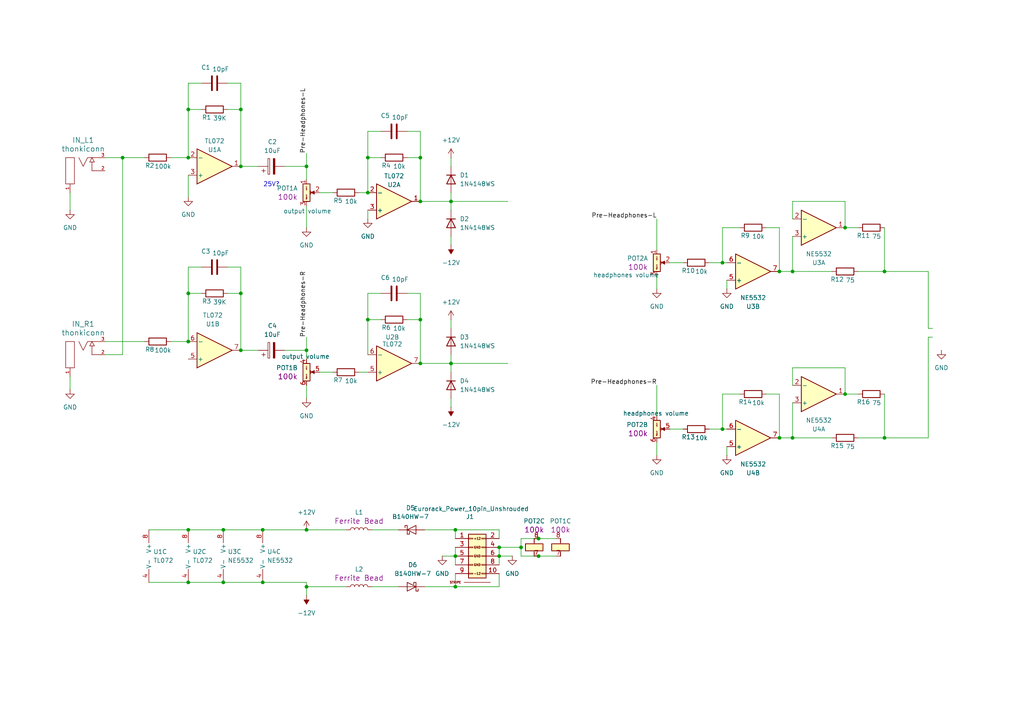
<source format=kicad_sch>
(kicad_sch
	(version 20250114)
	(generator "eeschema")
	(generator_version "9.0")
	(uuid "eda6eee1-8552-4722-99e7-90d6051a3c96")
	(paper "A4")
	(lib_symbols
		(symbol "Amplifier_Operational:NE5532"
			(pin_names
				(offset 0.127)
			)
			(exclude_from_sim no)
			(in_bom yes)
			(on_board yes)
			(property "Reference" "U"
				(at 0 5.08 0)
				(effects
					(font
						(size 1.27 1.27)
					)
					(justify left)
				)
			)
			(property "Value" "NE5532"
				(at 0 -5.08 0)
				(effects
					(font
						(size 1.27 1.27)
					)
					(justify left)
				)
			)
			(property "Footprint" ""
				(at 0 0 0)
				(effects
					(font
						(size 1.27 1.27)
					)
					(hide yes)
				)
			)
			(property "Datasheet" "http://www.ti.com/lit/ds/symlink/ne5532.pdf"
				(at 0 0 0)
				(effects
					(font
						(size 1.27 1.27)
					)
					(hide yes)
				)
			)
			(property "Description" "Dual Low-Noise Operational Amplifiers, DIP-8/SOIC-8"
				(at 0 0 0)
				(effects
					(font
						(size 1.27 1.27)
					)
					(hide yes)
				)
			)
			(property "ki_locked" ""
				(at 0 0 0)
				(effects
					(font
						(size 1.27 1.27)
					)
				)
			)
			(property "ki_keywords" "dual opamp"
				(at 0 0 0)
				(effects
					(font
						(size 1.27 1.27)
					)
					(hide yes)
				)
			)
			(property "ki_fp_filters" "SOIC*3.9x4.9mm*P1.27mm* DIP*W7.62mm* TO*99* OnSemi*Micro8* TSSOP*3x3mm*P0.65mm* TSSOP*4.4x3mm*P0.65mm* MSOP*3x3mm*P0.65mm* SSOP*3.9x4.9mm*P0.635mm* LFCSP*2x2mm*P0.5mm* *SIP* SOIC*5.3x6.2mm*P1.27mm*"
				(at 0 0 0)
				(effects
					(font
						(size 1.27 1.27)
					)
					(hide yes)
				)
			)
			(symbol "NE5532_1_1"
				(polyline
					(pts
						(xy -5.08 5.08) (xy 5.08 0) (xy -5.08 -5.08) (xy -5.08 5.08)
					)
					(stroke
						(width 0.254)
						(type default)
					)
					(fill
						(type background)
					)
				)
				(pin input line
					(at -7.62 2.54 0)
					(length 2.54)
					(name "+"
						(effects
							(font
								(size 1.27 1.27)
							)
						)
					)
					(number "3"
						(effects
							(font
								(size 1.27 1.27)
							)
						)
					)
				)
				(pin input line
					(at -7.62 -2.54 0)
					(length 2.54)
					(name "-"
						(effects
							(font
								(size 1.27 1.27)
							)
						)
					)
					(number "2"
						(effects
							(font
								(size 1.27 1.27)
							)
						)
					)
				)
				(pin output line
					(at 7.62 0 180)
					(length 2.54)
					(name "~"
						(effects
							(font
								(size 1.27 1.27)
							)
						)
					)
					(number "1"
						(effects
							(font
								(size 1.27 1.27)
							)
						)
					)
				)
			)
			(symbol "NE5532_2_1"
				(polyline
					(pts
						(xy -5.08 5.08) (xy 5.08 0) (xy -5.08 -5.08) (xy -5.08 5.08)
					)
					(stroke
						(width 0.254)
						(type default)
					)
					(fill
						(type background)
					)
				)
				(pin input line
					(at -7.62 2.54 0)
					(length 2.54)
					(name "+"
						(effects
							(font
								(size 1.27 1.27)
							)
						)
					)
					(number "5"
						(effects
							(font
								(size 1.27 1.27)
							)
						)
					)
				)
				(pin input line
					(at -7.62 -2.54 0)
					(length 2.54)
					(name "-"
						(effects
							(font
								(size 1.27 1.27)
							)
						)
					)
					(number "6"
						(effects
							(font
								(size 1.27 1.27)
							)
						)
					)
				)
				(pin output line
					(at 7.62 0 180)
					(length 2.54)
					(name "~"
						(effects
							(font
								(size 1.27 1.27)
							)
						)
					)
					(number "7"
						(effects
							(font
								(size 1.27 1.27)
							)
						)
					)
				)
			)
			(symbol "NE5532_3_1"
				(pin power_in line
					(at -2.54 7.62 270)
					(length 3.81)
					(name "V+"
						(effects
							(font
								(size 1.27 1.27)
							)
						)
					)
					(number "8"
						(effects
							(font
								(size 1.27 1.27)
							)
						)
					)
				)
				(pin power_in line
					(at -2.54 -7.62 90)
					(length 3.81)
					(name "V-"
						(effects
							(font
								(size 1.27 1.27)
							)
						)
					)
					(number "4"
						(effects
							(font
								(size 1.27 1.27)
							)
						)
					)
				)
			)
			(embedded_fonts no)
		)
		(symbol "Amplifier_Operational:TL072"
			(pin_names
				(offset 0.127)
			)
			(exclude_from_sim no)
			(in_bom yes)
			(on_board yes)
			(property "Reference" "U"
				(at 0 5.08 0)
				(effects
					(font
						(size 1.27 1.27)
					)
					(justify left)
				)
			)
			(property "Value" "TL072"
				(at 0 -5.08 0)
				(effects
					(font
						(size 1.27 1.27)
					)
					(justify left)
				)
			)
			(property "Footprint" ""
				(at 0 0 0)
				(effects
					(font
						(size 1.27 1.27)
					)
					(hide yes)
				)
			)
			(property "Datasheet" "http://www.ti.com/lit/ds/symlink/tl071.pdf"
				(at 0 0 0)
				(effects
					(font
						(size 1.27 1.27)
					)
					(hide yes)
				)
			)
			(property "Description" "Dual Low-Noise JFET-Input Operational Amplifiers, DIP-8/SOIC-8"
				(at 0 0 0)
				(effects
					(font
						(size 1.27 1.27)
					)
					(hide yes)
				)
			)
			(property "ki_locked" ""
				(at 0 0 0)
				(effects
					(font
						(size 1.27 1.27)
					)
				)
			)
			(property "ki_keywords" "dual opamp"
				(at 0 0 0)
				(effects
					(font
						(size 1.27 1.27)
					)
					(hide yes)
				)
			)
			(property "ki_fp_filters" "SOIC*3.9x4.9mm*P1.27mm* DIP*W7.62mm* TO*99* OnSemi*Micro8* TSSOP*3x3mm*P0.65mm* TSSOP*4.4x3mm*P0.65mm* MSOP*3x3mm*P0.65mm* SSOP*3.9x4.9mm*P0.635mm* LFCSP*2x2mm*P0.5mm* *SIP* SOIC*5.3x6.2mm*P1.27mm*"
				(at 0 0 0)
				(effects
					(font
						(size 1.27 1.27)
					)
					(hide yes)
				)
			)
			(symbol "TL072_1_1"
				(polyline
					(pts
						(xy -5.08 5.08) (xy 5.08 0) (xy -5.08 -5.08) (xy -5.08 5.08)
					)
					(stroke
						(width 0.254)
						(type default)
					)
					(fill
						(type background)
					)
				)
				(pin input line
					(at -7.62 2.54 0)
					(length 2.54)
					(name "+"
						(effects
							(font
								(size 1.27 1.27)
							)
						)
					)
					(number "3"
						(effects
							(font
								(size 1.27 1.27)
							)
						)
					)
				)
				(pin input line
					(at -7.62 -2.54 0)
					(length 2.54)
					(name "-"
						(effects
							(font
								(size 1.27 1.27)
							)
						)
					)
					(number "2"
						(effects
							(font
								(size 1.27 1.27)
							)
						)
					)
				)
				(pin output line
					(at 7.62 0 180)
					(length 2.54)
					(name "~"
						(effects
							(font
								(size 1.27 1.27)
							)
						)
					)
					(number "1"
						(effects
							(font
								(size 1.27 1.27)
							)
						)
					)
				)
			)
			(symbol "TL072_2_1"
				(polyline
					(pts
						(xy -5.08 5.08) (xy 5.08 0) (xy -5.08 -5.08) (xy -5.08 5.08)
					)
					(stroke
						(width 0.254)
						(type default)
					)
					(fill
						(type background)
					)
				)
				(pin input line
					(at -7.62 2.54 0)
					(length 2.54)
					(name "+"
						(effects
							(font
								(size 1.27 1.27)
							)
						)
					)
					(number "5"
						(effects
							(font
								(size 1.27 1.27)
							)
						)
					)
				)
				(pin input line
					(at -7.62 -2.54 0)
					(length 2.54)
					(name "-"
						(effects
							(font
								(size 1.27 1.27)
							)
						)
					)
					(number "6"
						(effects
							(font
								(size 1.27 1.27)
							)
						)
					)
				)
				(pin output line
					(at 7.62 0 180)
					(length 2.54)
					(name "~"
						(effects
							(font
								(size 1.27 1.27)
							)
						)
					)
					(number "7"
						(effects
							(font
								(size 1.27 1.27)
							)
						)
					)
				)
			)
			(symbol "TL072_3_1"
				(pin power_in line
					(at -2.54 7.62 270)
					(length 3.81)
					(name "V+"
						(effects
							(font
								(size 1.27 1.27)
							)
						)
					)
					(number "8"
						(effects
							(font
								(size 1.27 1.27)
							)
						)
					)
				)
				(pin power_in line
					(at -2.54 -7.62 90)
					(length 3.81)
					(name "V-"
						(effects
							(font
								(size 1.27 1.27)
							)
						)
					)
					(number "4"
						(effects
							(font
								(size 1.27 1.27)
							)
						)
					)
				)
			)
			(embedded_fonts no)
		)
		(symbol "Device:C"
			(pin_numbers
				(hide yes)
			)
			(pin_names
				(offset 0.254)
			)
			(exclude_from_sim no)
			(in_bom yes)
			(on_board yes)
			(property "Reference" "C"
				(at 0.635 2.54 0)
				(effects
					(font
						(size 1.27 1.27)
					)
					(justify left)
				)
			)
			(property "Value" "C"
				(at 0.635 -2.54 0)
				(effects
					(font
						(size 1.27 1.27)
					)
					(justify left)
				)
			)
			(property "Footprint" ""
				(at 0.9652 -3.81 0)
				(effects
					(font
						(size 1.27 1.27)
					)
					(hide yes)
				)
			)
			(property "Datasheet" "~"
				(at 0 0 0)
				(effects
					(font
						(size 1.27 1.27)
					)
					(hide yes)
				)
			)
			(property "Description" "Unpolarized capacitor"
				(at 0 0 0)
				(effects
					(font
						(size 1.27 1.27)
					)
					(hide yes)
				)
			)
			(property "ki_keywords" "cap capacitor"
				(at 0 0 0)
				(effects
					(font
						(size 1.27 1.27)
					)
					(hide yes)
				)
			)
			(property "ki_fp_filters" "C_*"
				(at 0 0 0)
				(effects
					(font
						(size 1.27 1.27)
					)
					(hide yes)
				)
			)
			(symbol "C_0_1"
				(polyline
					(pts
						(xy -2.032 0.762) (xy 2.032 0.762)
					)
					(stroke
						(width 0.508)
						(type default)
					)
					(fill
						(type none)
					)
				)
				(polyline
					(pts
						(xy -2.032 -0.762) (xy 2.032 -0.762)
					)
					(stroke
						(width 0.508)
						(type default)
					)
					(fill
						(type none)
					)
				)
			)
			(symbol "C_1_1"
				(pin passive line
					(at 0 3.81 270)
					(length 2.794)
					(name "~"
						(effects
							(font
								(size 1.27 1.27)
							)
						)
					)
					(number "1"
						(effects
							(font
								(size 1.27 1.27)
							)
						)
					)
				)
				(pin passive line
					(at 0 -3.81 90)
					(length 2.794)
					(name "~"
						(effects
							(font
								(size 1.27 1.27)
							)
						)
					)
					(number "2"
						(effects
							(font
								(size 1.27 1.27)
							)
						)
					)
				)
			)
			(embedded_fonts no)
		)
		(symbol "Device:C_Polarized"
			(pin_numbers
				(hide yes)
			)
			(pin_names
				(offset 0.254)
			)
			(exclude_from_sim no)
			(in_bom yes)
			(on_board yes)
			(property "Reference" "C"
				(at 0.635 2.54 0)
				(effects
					(font
						(size 1.27 1.27)
					)
					(justify left)
				)
			)
			(property "Value" "C_Polarized"
				(at 0.635 -2.54 0)
				(effects
					(font
						(size 1.27 1.27)
					)
					(justify left)
				)
			)
			(property "Footprint" ""
				(at 0.9652 -3.81 0)
				(effects
					(font
						(size 1.27 1.27)
					)
					(hide yes)
				)
			)
			(property "Datasheet" "~"
				(at 0 0 0)
				(effects
					(font
						(size 1.27 1.27)
					)
					(hide yes)
				)
			)
			(property "Description" "Polarized capacitor"
				(at 0 0 0)
				(effects
					(font
						(size 1.27 1.27)
					)
					(hide yes)
				)
			)
			(property "ki_keywords" "cap capacitor"
				(at 0 0 0)
				(effects
					(font
						(size 1.27 1.27)
					)
					(hide yes)
				)
			)
			(property "ki_fp_filters" "CP_*"
				(at 0 0 0)
				(effects
					(font
						(size 1.27 1.27)
					)
					(hide yes)
				)
			)
			(symbol "C_Polarized_0_1"
				(rectangle
					(start -2.286 0.508)
					(end 2.286 1.016)
					(stroke
						(width 0)
						(type default)
					)
					(fill
						(type none)
					)
				)
				(polyline
					(pts
						(xy -1.778 2.286) (xy -0.762 2.286)
					)
					(stroke
						(width 0)
						(type default)
					)
					(fill
						(type none)
					)
				)
				(polyline
					(pts
						(xy -1.27 2.794) (xy -1.27 1.778)
					)
					(stroke
						(width 0)
						(type default)
					)
					(fill
						(type none)
					)
				)
				(rectangle
					(start 2.286 -0.508)
					(end -2.286 -1.016)
					(stroke
						(width 0)
						(type default)
					)
					(fill
						(type outline)
					)
				)
			)
			(symbol "C_Polarized_1_1"
				(pin passive line
					(at 0 3.81 270)
					(length 2.794)
					(name "~"
						(effects
							(font
								(size 1.27 1.27)
							)
						)
					)
					(number "1"
						(effects
							(font
								(size 1.27 1.27)
							)
						)
					)
				)
				(pin passive line
					(at 0 -3.81 90)
					(length 2.794)
					(name "~"
						(effects
							(font
								(size 1.27 1.27)
							)
						)
					)
					(number "2"
						(effects
							(font
								(size 1.27 1.27)
							)
						)
					)
				)
			)
			(embedded_fonts no)
		)
		(symbol "Device:R"
			(pin_numbers
				(hide yes)
			)
			(pin_names
				(offset 0)
			)
			(exclude_from_sim no)
			(in_bom yes)
			(on_board yes)
			(property "Reference" "R"
				(at 2.032 0 90)
				(effects
					(font
						(size 1.27 1.27)
					)
				)
			)
			(property "Value" "R"
				(at 0 0 90)
				(effects
					(font
						(size 1.27 1.27)
					)
				)
			)
			(property "Footprint" ""
				(at -1.778 0 90)
				(effects
					(font
						(size 1.27 1.27)
					)
					(hide yes)
				)
			)
			(property "Datasheet" "~"
				(at 0 0 0)
				(effects
					(font
						(size 1.27 1.27)
					)
					(hide yes)
				)
			)
			(property "Description" "Resistor"
				(at 0 0 0)
				(effects
					(font
						(size 1.27 1.27)
					)
					(hide yes)
				)
			)
			(property "ki_keywords" "R res resistor"
				(at 0 0 0)
				(effects
					(font
						(size 1.27 1.27)
					)
					(hide yes)
				)
			)
			(property "ki_fp_filters" "R_*"
				(at 0 0 0)
				(effects
					(font
						(size 1.27 1.27)
					)
					(hide yes)
				)
			)
			(symbol "R_0_1"
				(rectangle
					(start -1.016 -2.54)
					(end 1.016 2.54)
					(stroke
						(width 0.254)
						(type default)
					)
					(fill
						(type none)
					)
				)
			)
			(symbol "R_1_1"
				(pin passive line
					(at 0 3.81 270)
					(length 1.27)
					(name "~"
						(effects
							(font
								(size 1.27 1.27)
							)
						)
					)
					(number "1"
						(effects
							(font
								(size 1.27 1.27)
							)
						)
					)
				)
				(pin passive line
					(at 0 -3.81 90)
					(length 1.27)
					(name "~"
						(effects
							(font
								(size 1.27 1.27)
							)
						)
					)
					(number "2"
						(effects
							(font
								(size 1.27 1.27)
							)
						)
					)
				)
			)
			(embedded_fonts no)
		)
		(symbol "Diode:1N4148WS"
			(pin_numbers
				(hide yes)
			)
			(pin_names
				(hide yes)
			)
			(exclude_from_sim no)
			(in_bom yes)
			(on_board yes)
			(property "Reference" "D"
				(at 0 2.54 0)
				(effects
					(font
						(size 1.27 1.27)
					)
				)
			)
			(property "Value" "1N4148WS"
				(at 0 -2.54 0)
				(effects
					(font
						(size 1.27 1.27)
					)
				)
			)
			(property "Footprint" "Diode_SMD:D_SOD-323"
				(at 0 -4.445 0)
				(effects
					(font
						(size 1.27 1.27)
					)
					(hide yes)
				)
			)
			(property "Datasheet" "https://www.vishay.com/docs/85751/1n4148ws.pdf"
				(at 0 0 0)
				(effects
					(font
						(size 1.27 1.27)
					)
					(hide yes)
				)
			)
			(property "Description" "75V 0.15A Fast switching Diode, SOD-323"
				(at 0 0 0)
				(effects
					(font
						(size 1.27 1.27)
					)
					(hide yes)
				)
			)
			(property "Sim.Device" "D"
				(at 0 0 0)
				(effects
					(font
						(size 1.27 1.27)
					)
					(hide yes)
				)
			)
			(property "Sim.Pins" "1=K 2=A"
				(at 0 0 0)
				(effects
					(font
						(size 1.27 1.27)
					)
					(hide yes)
				)
			)
			(property "ki_keywords" "diode"
				(at 0 0 0)
				(effects
					(font
						(size 1.27 1.27)
					)
					(hide yes)
				)
			)
			(property "ki_fp_filters" "D*SOD?323*"
				(at 0 0 0)
				(effects
					(font
						(size 1.27 1.27)
					)
					(hide yes)
				)
			)
			(symbol "1N4148WS_0_1"
				(polyline
					(pts
						(xy -1.27 1.27) (xy -1.27 -1.27)
					)
					(stroke
						(width 0.254)
						(type default)
					)
					(fill
						(type none)
					)
				)
				(polyline
					(pts
						(xy 1.27 1.27) (xy 1.27 -1.27) (xy -1.27 0) (xy 1.27 1.27)
					)
					(stroke
						(width 0.254)
						(type default)
					)
					(fill
						(type none)
					)
				)
				(polyline
					(pts
						(xy 1.27 0) (xy -1.27 0)
					)
					(stroke
						(width 0)
						(type default)
					)
					(fill
						(type none)
					)
				)
			)
			(symbol "1N4148WS_1_1"
				(pin passive line
					(at -3.81 0 0)
					(length 2.54)
					(name "K"
						(effects
							(font
								(size 1.27 1.27)
							)
						)
					)
					(number "1"
						(effects
							(font
								(size 1.27 1.27)
							)
						)
					)
				)
				(pin passive line
					(at 3.81 0 180)
					(length 2.54)
					(name "A"
						(effects
							(font
								(size 1.27 1.27)
							)
						)
					)
					(number "2"
						(effects
							(font
								(size 1.27 1.27)
							)
						)
					)
				)
			)
			(embedded_fonts no)
		)
		(symbol "PCM_4ms_Connector:Eurorack_Power_10pin_Unshrouded"
			(pin_names
				(offset 0.0254)
				(hide yes)
			)
			(exclude_from_sim no)
			(in_bom yes)
			(on_board yes)
			(property "Reference" "J"
				(at 0 3.81 0)
				(effects
					(font
						(size 1.27 1.27)
					)
				)
			)
			(property "Value" "Eurorack_Power_10pin_Unshrouded"
				(at 0 6.35 0)
				(effects
					(font
						(size 1.27 1.27)
					)
				)
			)
			(property "Footprint" "4ms_Connector:Pins_2x05_2.54mm_TH_Europower"
				(at 2.54 -13.97 0)
				(effects
					(font
						(size 1.27 1.27)
					)
					(hide yes)
				)
			)
			(property "Datasheet" ""
				(at 0 -30.48 0)
				(effects
					(font
						(size 1.27 1.27)
					)
					(hide yes)
				)
			)
			(property "Description" "HEADER 2x5 MALE PINS 0.100” 180deg"
				(at 0 0 0)
				(effects
					(font
						(size 1.27 1.27)
					)
					(hide yes)
				)
			)
			(property "Specifications" "HEADER 2x5 MALE PINS 0.100” 180deg"
				(at 0 -21.59 0)
				(effects
					(font
						(size 1.27 1.27)
					)
					(justify left)
					(hide yes)
				)
			)
			(property "Manufacturer" "TAD"
				(at 0 -19.05 0)
				(effects
					(font
						(size 1.27 1.27)
					)
					(justify left)
					(hide yes)
				)
			)
			(property "Part Number" "1-1002FBV0T"
				(at 0 -16.51 0)
				(effects
					(font
						(size 1.27 1.27)
					)
					(justify left)
					(hide yes)
				)
			)
			(property "ki_keywords" "Eurorack_Power_10pin_Unshrouded"
				(at 0 0 0)
				(effects
					(font
						(size 1.27 1.27)
					)
					(hide yes)
				)
			)
			(property "ki_fp_filters" "Pin_Header_Straight_2X* Pin_Header_Angled_2X* Socket_Strip_Straight_2X* Socket_Strip_Angled_2X* IDC_Header_Straight_*"
				(at 0 0 0)
				(effects
					(font
						(size 1.27 1.27)
					)
					(hide yes)
				)
			)
			(symbol "Eurorack_Power_10pin_Unshrouded_0_0"
				(text "STRIPE"
					(at -6.35 -11.43 0)
					(effects
						(font
							(size 0.635 0.635)
						)
					)
				)
				(text "+12"
					(at 0 1.27 0)
					(effects
						(font
							(size 0.635 0.635)
						)
					)
				)
				(text "GND"
					(at 0 -1.27 0)
					(effects
						(font
							(size 0.635 0.635)
						)
					)
				)
				(text "GND"
					(at 0 -3.81 0)
					(effects
						(font
							(size 0.635 0.635)
						)
					)
				)
				(text "GND"
					(at 0 -6.35 0)
					(effects
						(font
							(size 0.635 0.635)
						)
					)
				)
				(text "-12"
					(at 0 -8.89 0)
					(effects
						(font
							(size 0.635 0.635)
						)
					)
				)
			)
			(symbol "Eurorack_Power_10pin_Unshrouded_0_1"
				(polyline
					(pts
						(xy -3.81 -11.43) (xy 3.81 -11.43) (xy 1.27 -11.43)
					)
					(stroke
						(width 0)
						(type default)
					)
					(fill
						(type none)
					)
				)
				(rectangle
					(start -2.54 1.397)
					(end -1.27 1.143)
					(stroke
						(width 0)
						(type default)
					)
					(fill
						(type none)
					)
				)
				(rectangle
					(start -2.54 -1.143)
					(end -1.27 -1.397)
					(stroke
						(width 0)
						(type default)
					)
					(fill
						(type none)
					)
				)
				(rectangle
					(start -2.54 -3.683)
					(end -1.27 -3.937)
					(stroke
						(width 0)
						(type default)
					)
					(fill
						(type none)
					)
				)
				(rectangle
					(start -2.54 -6.223)
					(end -1.27 -6.477)
					(stroke
						(width 0)
						(type default)
					)
					(fill
						(type none)
					)
				)
				(rectangle
					(start -2.54 -8.763)
					(end -1.27 -9.017)
					(stroke
						(width 0)
						(type default)
					)
					(fill
						(type none)
					)
				)
				(rectangle
					(start -2.54 -10.16)
					(end 2.54 2.54)
					(stroke
						(width 0.254)
						(type default)
					)
					(fill
						(type background)
					)
				)
				(rectangle
					(start 1.27 1.397)
					(end 2.54 1.143)
					(stroke
						(width 0)
						(type default)
					)
					(fill
						(type none)
					)
				)
				(rectangle
					(start 1.27 -1.143)
					(end 2.54 -1.397)
					(stroke
						(width 0)
						(type default)
					)
					(fill
						(type none)
					)
				)
				(rectangle
					(start 1.27 -3.683)
					(end 2.54 -3.937)
					(stroke
						(width 0)
						(type default)
					)
					(fill
						(type none)
					)
				)
				(rectangle
					(start 1.27 -6.223)
					(end 2.54 -6.477)
					(stroke
						(width 0)
						(type default)
					)
					(fill
						(type none)
					)
				)
				(rectangle
					(start 1.27 -8.763)
					(end 2.54 -9.017)
					(stroke
						(width 0)
						(type default)
					)
					(fill
						(type none)
					)
				)
			)
			(symbol "Eurorack_Power_10pin_Unshrouded_1_1"
				(pin passive line
					(at -6.35 1.27 0)
					(length 3.81)
					(name "+12V"
						(effects
							(font
								(size 1.27 1.27)
							)
						)
					)
					(number "1"
						(effects
							(font
								(size 1.27 1.27)
							)
						)
					)
				)
				(pin passive line
					(at -6.35 -1.27 0)
					(length 3.81)
					(name "GND"
						(effects
							(font
								(size 1.27 1.27)
							)
						)
					)
					(number "3"
						(effects
							(font
								(size 1.27 1.27)
							)
						)
					)
				)
				(pin passive line
					(at -6.35 -3.81 0)
					(length 3.81)
					(name "GND"
						(effects
							(font
								(size 1.27 1.27)
							)
						)
					)
					(number "5"
						(effects
							(font
								(size 1.27 1.27)
							)
						)
					)
				)
				(pin passive line
					(at -6.35 -6.35 0)
					(length 3.81)
					(name "GND"
						(effects
							(font
								(size 1.27 1.27)
							)
						)
					)
					(number "7"
						(effects
							(font
								(size 1.27 1.27)
							)
						)
					)
				)
				(pin passive line
					(at -6.35 -8.89 0)
					(length 3.81)
					(name "-12V"
						(effects
							(font
								(size 1.27 1.27)
							)
						)
					)
					(number "9"
						(effects
							(font
								(size 1.27 1.27)
							)
						)
					)
				)
				(pin passive line
					(at 6.35 1.27 180)
					(length 3.81)
					(name "+12V"
						(effects
							(font
								(size 1.27 1.27)
							)
						)
					)
					(number "2"
						(effects
							(font
								(size 1.27 1.27)
							)
						)
					)
				)
				(pin passive line
					(at 6.35 -1.27 180)
					(length 3.81)
					(name "GND"
						(effects
							(font
								(size 1.27 1.27)
							)
						)
					)
					(number "4"
						(effects
							(font
								(size 1.27 1.27)
							)
						)
					)
				)
				(pin passive line
					(at 6.35 -3.81 180)
					(length 3.81)
					(name "GND"
						(effects
							(font
								(size 1.27 1.27)
							)
						)
					)
					(number "6"
						(effects
							(font
								(size 1.27 1.27)
							)
						)
					)
				)
				(pin passive line
					(at 6.35 -6.35 180)
					(length 3.81)
					(name "GND"
						(effects
							(font
								(size 1.27 1.27)
							)
						)
					)
					(number "8"
						(effects
							(font
								(size 1.27 1.27)
							)
						)
					)
				)
				(pin passive line
					(at 6.35 -8.89 180)
					(length 3.81)
					(name "-12V"
						(effects
							(font
								(size 1.27 1.27)
							)
						)
					)
					(number "10"
						(effects
							(font
								(size 1.27 1.27)
							)
						)
					)
				)
			)
			(embedded_fonts no)
		)
		(symbol "PCM_4ms_Diode:B140HW-7"
			(pin_numbers
				(hide yes)
			)
			(pin_names
				(offset 1.016)
				(hide yes)
			)
			(exclude_from_sim no)
			(in_bom yes)
			(on_board yes)
			(property "Reference" "D"
				(at 0 2.54 0)
				(effects
					(font
						(size 1.27 1.27)
					)
				)
			)
			(property "Value" "B140HW-7"
				(at 0 -2.54 0)
				(effects
					(font
						(size 1.27 1.27)
					)
				)
			)
			(property "Footprint" "4ms_Diode:D_SOD-123"
				(at 0 5.08 0)
				(effects
					(font
						(size 1.27 1.27)
					)
					(hide yes)
				)
			)
			(property "Datasheet" ""
				(at 0 0 0)
				(effects
					(font
						(size 1.27 1.27)
					)
					(hide yes)
				)
			)
			(property "Description" "SCHOTTKY RECTIFIER 1.0A 40Vrrm 0.55Vf"
				(at 0 0 0)
				(effects
					(font
						(size 1.27 1.27)
					)
					(hide yes)
				)
			)
			(property "Specifications" "SCHOTTKY RECTIFIER 1.0A 40Vrrm 0.55Vf"
				(at -2.54 -7.874 0)
				(effects
					(font
						(size 1.27 1.27)
					)
					(justify left)
					(hide yes)
				)
			)
			(property "Manufacturer" "Diodes Incorporated"
				(at -2.54 -9.398 0)
				(effects
					(font
						(size 1.27 1.27)
					)
					(justify left)
					(hide yes)
				)
			)
			(property "Part Number" "B140HW-7"
				(at -2.54 -10.922 0)
				(effects
					(font
						(size 1.27 1.27)
					)
					(justify left)
					(hide yes)
				)
			)
			(property "JLCPCB ID" "C134429"
				(at 2.54 -12.7 0)
				(effects
					(font
						(size 1.27 1.27)
					)
					(hide yes)
				)
			)
			(property "Alt JLCPCB ID" "C8598"
				(at 0 0 0)
				(effects
					(font
						(size 1.27 1.27)
					)
					(hide yes)
				)
			)
			(property "Alt JLCPCB Part" "B5819W"
				(at 0 0 0)
				(effects
					(font
						(size 1.27 1.27)
					)
					(hide yes)
				)
			)
			(property "ki_keywords" "B140HW-7"
				(at 0 0 0)
				(effects
					(font
						(size 1.27 1.27)
					)
					(hide yes)
				)
			)
			(property "ki_fp_filters" "D*SOD*123 D_SOD-123 SOD*123"
				(at 0 0 0)
				(effects
					(font
						(size 1.27 1.27)
					)
					(hide yes)
				)
			)
			(symbol "B140HW-7_0_1"
				(polyline
					(pts
						(xy -1.905 0.635) (xy -1.905 1.27) (xy -1.27 1.27) (xy -1.27 -1.27) (xy -0.635 -1.27) (xy -0.635 -0.635)
					)
					(stroke
						(width 0.2032)
						(type default)
					)
					(fill
						(type none)
					)
				)
				(polyline
					(pts
						(xy 1.27 1.27) (xy 1.27 -1.27) (xy -1.27 0) (xy 1.27 1.27)
					)
					(stroke
						(width 0.2032)
						(type default)
					)
					(fill
						(type none)
					)
				)
				(polyline
					(pts
						(xy 1.27 0) (xy -1.27 0)
					)
					(stroke
						(width 0)
						(type default)
					)
					(fill
						(type none)
					)
				)
			)
			(symbol "B140HW-7_1_1"
				(pin passive line
					(at -3.81 0 0)
					(length 2.54)
					(name "K"
						(effects
							(font
								(size 1.27 1.27)
							)
						)
					)
					(number "1"
						(effects
							(font
								(size 1.27 1.27)
							)
						)
					)
				)
				(pin passive line
					(at 3.81 0 180)
					(length 2.54)
					(name "A"
						(effects
							(font
								(size 1.27 1.27)
							)
						)
					)
					(number "2"
						(effects
							(font
								(size 1.27 1.27)
							)
						)
					)
				)
			)
			(embedded_fonts no)
		)
		(symbol "PCM_4ms_Inductor:FerriteBead_0603_1.5A"
			(pin_numbers
				(hide yes)
			)
			(pin_names
				(offset 1.016)
				(hide yes)
			)
			(exclude_from_sim no)
			(in_bom yes)
			(on_board yes)
			(property "Reference" "L"
				(at -1.27 0 90)
				(effects
					(font
						(size 1.27 1.27)
					)
				)
			)
			(property "Value" "FerriteBead_0603_1.5A"
				(at 0 6.35 0)
				(effects
					(font
						(size 1.27 1.27)
					)
					(hide yes)
				)
			)
			(property "Footprint" "4ms_Resistor:R_0603"
				(at 0 0 0)
				(effects
					(font
						(size 1.27 1.27)
					)
					(hide yes)
				)
			)
			(property "Datasheet" ""
				(at 0 0 0)
				(effects
					(font
						(size 1.27 1.27)
					)
					(hide yes)
				)
			)
			(property "Description" "Chip Bead, Ferrite Chip Bead, Z=30Ω @ 100MHz, RmaxDC=90mΩ, ImaxDC=1.5A"
				(at 0 0 0)
				(effects
					(font
						(size 1.27 1.27)
					)
					(hide yes)
				)
			)
			(property "Specifications" "Chip Bead, Ferrite Chip Bead, Z=30Ω @ 100MHz, RmaxDC=90mΩ, ImaxDC=1.5A"
				(at -2.54 -7.874 0)
				(effects
					(font
						(size 1.27 1.27)
					)
					(justify left)
					(hide yes)
				)
			)
			(property "Manufacturer" "Laird"
				(at -2.54 -9.398 0)
				(effects
					(font
						(size 1.27 1.27)
					)
					(justify left)
					(hide yes)
				)
			)
			(property "Part Number" "MI0603K300R-10"
				(at -2.54 -10.922 0)
				(effects
					(font
						(size 1.27 1.27)
					)
					(justify left)
					(hide yes)
				)
			)
			(property "Display" "Ferrite Bead"
				(at 2.54 1.27 90)
				(effects
					(font
						(size 1.524 1.524)
					)
				)
			)
			(property "ki_keywords" "FerriteBead_0603_1.5A"
				(at 0 0 0)
				(effects
					(font
						(size 1.27 1.27)
					)
					(hide yes)
				)
			)
			(property "ki_fp_filters" "Choke_* *Coil* Inductor_* L_*"
				(at 0 0 0)
				(effects
					(font
						(size 1.27 1.27)
					)
					(hide yes)
				)
			)
			(symbol "FerriteBead_0603_1.5A_0_1"
				(arc
					(start 0 2.54)
					(mid 0.6323 1.905)
					(end 0 1.27)
					(stroke
						(width 0)
						(type default)
					)
					(fill
						(type none)
					)
				)
				(arc
					(start 0 1.27)
					(mid 0.6323 0.635)
					(end 0 0)
					(stroke
						(width 0)
						(type default)
					)
					(fill
						(type none)
					)
				)
				(arc
					(start 0 0)
					(mid 0.6323 -0.635)
					(end 0 -1.27)
					(stroke
						(width 0)
						(type default)
					)
					(fill
						(type none)
					)
				)
				(arc
					(start 0 -1.27)
					(mid 0.6323 -1.905)
					(end 0 -2.54)
					(stroke
						(width 0)
						(type default)
					)
					(fill
						(type none)
					)
				)
			)
			(symbol "FerriteBead_0603_1.5A_1_1"
				(pin passive line
					(at 0 3.81 270)
					(length 1.27)
					(name "1"
						(effects
							(font
								(size 1.27 1.27)
							)
						)
					)
					(number "1"
						(effects
							(font
								(size 1.27 1.27)
							)
						)
					)
				)
				(pin passive line
					(at 0 -3.81 90)
					(length 1.27)
					(name "2"
						(effects
							(font
								(size 1.27 1.27)
							)
						)
					)
					(number "2"
						(effects
							(font
								(size 1.27 1.27)
							)
						)
					)
				)
			)
			(embedded_fonts no)
		)
		(symbol "aa-sampozki:3.5mm_Mono_Switched_sm"
			(pin_names
				(offset 0)
				(hide yes)
			)
			(exclude_from_sim no)
			(in_bom yes)
			(on_board yes)
			(property "Reference" "J"
				(at -7.62 8.89 0)
				(effects
					(font
						(size 1.524 1.524)
					)
				)
			)
			(property "Value" "thonkiconn"
				(at -5.842 6.604 0)
				(effects
					(font
						(size 1.524 1.524)
					)
				)
			)
			(property "Footprint" "AudioJacks:Jack_3.5mm_QingPu_WQP-PJ301M-12_Vertical"
				(at -0.127 -14.097 0)
				(effects
					(font
						(size 1.524 1.524)
					)
					(hide yes)
				)
			)
			(property "Datasheet" "https://www.thonk.co.uk/wp-content/uploads/2014/02/Thonkiconn_Jack_Datasheet.pdf"
				(at 3.302 14.732 0)
				(effects
					(font
						(size 1.524 1.524)
					)
					(hide yes)
				)
			)
			(property "Description" "Audio 3.5mm Jack, mono, switched, PC-pin Vertical"
				(at 4.572 11.684 0)
				(effects
					(font
						(size 1.27 1.27)
					)
					(hide yes)
				)
			)
			(property "Specifications" "Audio 3.5mm Jack, mono, switched, PC-pin Vertical"
				(at -2.54 -7.874 0)
				(effects
					(font
						(size 1.27 1.27)
					)
					(justify left)
					(hide yes)
				)
			)
			(property "Manufacturer" "Thonk"
				(at -2.54 -9.398 0)
				(effects
					(font
						(size 1.27 1.27)
					)
					(justify left)
					(hide yes)
				)
			)
			(property "Part Number" "PJ301M-12"
				(at -2.54 -10.922 0)
				(effects
					(font
						(size 1.27 1.27)
					)
					(justify left)
					(hide yes)
				)
			)
			(property "ki_keywords" "PJ398SM PJ301SM WQP518MA thonkiconn"
				(at 0 0 0)
				(effects
					(font
						(size 1.27 1.27)
					)
					(hide yes)
				)
			)
			(symbol "3.5mm_Mono_Switched_sm_0_0"
				(rectangle
					(start -6.35 5.08)
					(end -3.81 -2.54)
					(stroke
						(width 0)
						(type default)
					)
					(fill
						(type none)
					)
				)
				(polyline
					(pts
						(xy -2.54 5.08) (xy -1.27 2.54) (xy 0 5.08) (xy 3.81 5.08)
					)
					(stroke
						(width 0)
						(type default)
					)
					(fill
						(type none)
					)
				)
				(polyline
					(pts
						(xy 1.27 1.27) (xy 3.81 1.27)
					)
					(stroke
						(width 0)
						(type default)
					)
					(fill
						(type none)
					)
				)
			)
			(symbol "3.5mm_Mono_Switched_sm_0_1"
				(polyline
					(pts
						(xy 1.27 5.08) (xy 0.6143 3.798) (xy 1.9922 3.8049) (xy 1.2819 5.0304) (xy 1.27 5.08)
					)
					(stroke
						(width 0)
						(type default)
					)
					(fill
						(type none)
					)
				)
				(polyline
					(pts
						(xy 1.27 1.27) (xy 1.27 3.81)
					)
					(stroke
						(width 0)
						(type default)
					)
					(fill
						(type none)
					)
				)
			)
			(symbol "3.5mm_Mono_Switched_sm_1_1"
				(pin passive line
					(at -5.08 -5.08 90)
					(length 2.54)
					(name "SHEILD"
						(effects
							(font
								(size 1.27 1.27)
							)
						)
					)
					(number "1"
						(effects
							(font
								(size 0.889 0.889)
							)
						)
					)
				)
				(pin passive line
					(at 5.08 5.08 180)
					(length 1.27)
					(name "SIG"
						(effects
							(font
								(size 1.27 1.27)
							)
						)
					)
					(number "3"
						(effects
							(font
								(size 0.889 0.889)
							)
						)
					)
				)
				(pin passive line
					(at 5.08 1.27 180)
					(length 1.27)
					(name "SW"
						(effects
							(font
								(size 1.27 1.27)
							)
						)
					)
					(number "2"
						(effects
							(font
								(size 0.889 0.889)
							)
						)
					)
				)
			)
			(embedded_fonts no)
		)
		(symbol "aa-sampozki:9mm_alphastereo_100k_Knurled_Lined"
			(pin_names
				(offset 1.016)
				(hide yes)
			)
			(exclude_from_sim no)
			(in_bom yes)
			(on_board yes)
			(property "Reference" "POT"
				(at -5.08 5.08 0)
				(effects
					(font
						(size 1.27 1.27)
					)
				)
			)
			(property "Value" "9mm_alphastereo_100k_Knurled_Lined"
				(at 3.556 13.208 0)
				(effects
					(font
						(size 1.27 1.27)
					)
					(hide yes)
				)
			)
			(property "Footprint" "4ms_Potentiometer:Pot_9mm_Knurl_Det"
				(at 12.2682 -4.8006 0)
				(effects
					(font
						(size 1.27 1.27)
					)
					(hide yes)
				)
			)
			(property "Datasheet" "https://www.thonk.co.uk/wp-content/uploads/2018/02/Alpha-D_Shaft-Dual-Gang.pdf"
				(at 0 0 0)
				(effects
					(font
						(size 1.27 1.27)
					)
					(hide yes)
				)
			)
			(property "Description" "100k Linear, 9mm pot, Center Detent, Knurled, Lined"
				(at 5.588 -17.018 0)
				(effects
					(font
						(size 1.27 1.27)
					)
					(hide yes)
				)
			)
			(property "Specifications" "100k log, 9mm pot, 6mm d-shaft"
				(at -11.43 -7.874 0)
				(effects
					(font
						(size 1.27 1.27)
					)
					(justify left)
					(hide yes)
				)
			)
			(property "Part Number" "https://www.thonk.co.uk/shop/alpha-d-shaft-dual-gang/"
				(at -5.08 -10.922 0)
				(effects
					(font
						(size 1.27 1.27)
					)
					(justify left)
					(hide yes)
				)
			)
			(property "Display" "100k"
				(at -5.08 2.54 0)
				(effects
					(font
						(size 1.524 1.524)
					)
				)
			)
			(property "ki_locked" ""
				(at 0 0 0)
				(effects
					(font
						(size 1.27 1.27)
					)
				)
			)
			(property "ki_keywords" "9mm_CtrDet_100k_Knurled_Lined"
				(at 0 0 0)
				(effects
					(font
						(size 1.27 1.27)
					)
					(hide yes)
				)
			)
			(property "ki_fp_filters" "Potentiometer*"
				(at 0 0 0)
				(effects
					(font
						(size 1.27 1.27)
					)
					(hide yes)
				)
			)
			(symbol "9mm_alphastereo_100k_Knurled_Lined_1_1"
				(rectangle
					(start -1.016 2.54)
					(end 1.016 -2.54)
					(stroke
						(width 0.254)
						(type default)
					)
					(fill
						(type background)
					)
				)
				(arc
					(start 1.143 0.508)
					(mid 1.3 0.254)
					(end 1.143 0)
					(stroke
						(width 0.127)
						(type default)
					)
					(fill
						(type background)
					)
				)
				(arc
					(start 1.143 0)
					(mid 1.3 -0.254)
					(end 1.143 -0.508)
					(stroke
						(width 0.127)
						(type default)
					)
					(fill
						(type background)
					)
				)
				(polyline
					(pts
						(xy 1.143 0) (xy 2.286 0.508) (xy 2.286 -0.508)
					)
					(stroke
						(width 0)
						(type default)
					)
					(fill
						(type outline)
					)
				)
				(polyline
					(pts
						(xy 2.54 0) (xy 1.524 0)
					)
					(stroke
						(width 0)
						(type default)
					)
					(fill
						(type none)
					)
				)
				(text "Left/1"
					(at 0 1.27 900)
					(effects
						(font
							(size 0.254 0.254)
						)
					)
				)
				(text "Right/3"
					(at 0 -1.27 900)
					(effects
						(font
							(size 0.254 0.254)
						)
					)
				)
				(pin passive line
					(at 0 3.81 270)
					(length 1.27)
					(name "Left"
						(effects
							(font
								(size 1.27 1.27)
							)
						)
					)
					(number "1"
						(effects
							(font
								(size 1.27 1.27)
							)
						)
					)
				)
				(pin passive line
					(at 0 -3.81 90)
					(length 1.27)
					(name "Right"
						(effects
							(font
								(size 1.27 1.27)
							)
						)
					)
					(number "3"
						(effects
							(font
								(size 1.27 1.27)
							)
						)
					)
				)
				(pin passive line
					(at 3.81 0 180)
					(length 1.27)
					(name "Center"
						(effects
							(font
								(size 1.27 1.27)
							)
						)
					)
					(number "2"
						(effects
							(font
								(size 1.27 1.27)
							)
						)
					)
				)
			)
			(symbol "9mm_alphastereo_100k_Knurled_Lined_2_1"
				(rectangle
					(start -1.016 2.54)
					(end 1.016 -2.54)
					(stroke
						(width 0.254)
						(type default)
					)
					(fill
						(type background)
					)
				)
				(arc
					(start 1.143 0.508)
					(mid 1.3 0.254)
					(end 1.143 0)
					(stroke
						(width 0.127)
						(type default)
					)
					(fill
						(type background)
					)
				)
				(arc
					(start 1.143 0)
					(mid 1.3 -0.254)
					(end 1.143 -0.508)
					(stroke
						(width 0.127)
						(type default)
					)
					(fill
						(type background)
					)
				)
				(polyline
					(pts
						(xy 1.143 0) (xy 2.286 0.508) (xy 2.286 -0.508)
					)
					(stroke
						(width 0)
						(type default)
					)
					(fill
						(type outline)
					)
				)
				(polyline
					(pts
						(xy 2.54 0) (xy 1.524 0)
					)
					(stroke
						(width 0)
						(type default)
					)
					(fill
						(type none)
					)
				)
				(text "Left/1"
					(at 0 1.27 900)
					(effects
						(font
							(size 0.254 0.254)
						)
					)
				)
				(text "Right/3"
					(at 0 -1.27 900)
					(effects
						(font
							(size 0.254 0.254)
						)
					)
				)
				(pin passive line
					(at 0 3.81 270)
					(length 1.27)
					(name "Left"
						(effects
							(font
								(size 1.27 1.27)
							)
						)
					)
					(number "4"
						(effects
							(font
								(size 1.27 1.27)
							)
						)
					)
				)
				(pin passive line
					(at 0 -3.81 90)
					(length 1.27)
					(name "Right"
						(effects
							(font
								(size 1.27 1.27)
							)
						)
					)
					(number "6"
						(effects
							(font
								(size 1.27 1.27)
							)
						)
					)
				)
				(pin passive line
					(at 3.81 0 180)
					(length 1.27)
					(name "Center"
						(effects
							(font
								(size 1.27 1.27)
							)
						)
					)
					(number "5"
						(effects
							(font
								(size 1.27 1.27)
							)
						)
					)
				)
			)
			(symbol "9mm_alphastereo_100k_Knurled_Lined_3_1"
				(rectangle
					(start -12.7 -2.54)
					(end -11.43 -2.54)
					(stroke
						(width 0.254)
						(type default)
					)
					(fill
						(type none)
					)
				)
				(rectangle
					(start -9.144 0)
					(end -11.176 -5.08)
					(stroke
						(width 0.254)
						(type default)
					)
					(fill
						(type background)
					)
				)
				(rectangle
					(start -8.89 -2.54)
					(end -7.62 -2.54)
					(stroke
						(width 0.254)
						(type default)
					)
					(fill
						(type none)
					)
				)
				(pin passive line
					(at -12.7 -3.81 90)
					(length 1.27)
					(name "Tab1"
						(effects
							(font
								(size 1.27 1.27)
							)
						)
					)
					(number "7"
						(effects
							(font
								(size 1.27 1.27)
							)
						)
					)
				)
				(pin passive line
					(at -7.62 -3.81 90)
					(length 1.27)
					(name "Tab2"
						(effects
							(font
								(size 1.27 1.27)
							)
						)
					)
					(number "8"
						(effects
							(font
								(size 1.27 1.27)
							)
						)
					)
				)
			)
			(embedded_fonts no)
		)
		(symbol "power:+12V"
			(power)
			(pin_numbers
				(hide yes)
			)
			(pin_names
				(offset 0)
				(hide yes)
			)
			(exclude_from_sim no)
			(in_bom yes)
			(on_board yes)
			(property "Reference" "#PWR"
				(at 0 -3.81 0)
				(effects
					(font
						(size 1.27 1.27)
					)
					(hide yes)
				)
			)
			(property "Value" "+12V"
				(at 0 3.556 0)
				(effects
					(font
						(size 1.27 1.27)
					)
				)
			)
			(property "Footprint" ""
				(at 0 0 0)
				(effects
					(font
						(size 1.27 1.27)
					)
					(hide yes)
				)
			)
			(property "Datasheet" ""
				(at 0 0 0)
				(effects
					(font
						(size 1.27 1.27)
					)
					(hide yes)
				)
			)
			(property "Description" "Power symbol creates a global label with name \"+12V\""
				(at 0 0 0)
				(effects
					(font
						(size 1.27 1.27)
					)
					(hide yes)
				)
			)
			(property "ki_keywords" "global power"
				(at 0 0 0)
				(effects
					(font
						(size 1.27 1.27)
					)
					(hide yes)
				)
			)
			(symbol "+12V_0_1"
				(polyline
					(pts
						(xy -0.762 1.27) (xy 0 2.54)
					)
					(stroke
						(width 0)
						(type default)
					)
					(fill
						(type none)
					)
				)
				(polyline
					(pts
						(xy 0 2.54) (xy 0.762 1.27)
					)
					(stroke
						(width 0)
						(type default)
					)
					(fill
						(type none)
					)
				)
				(polyline
					(pts
						(xy 0 0) (xy 0 2.54)
					)
					(stroke
						(width 0)
						(type default)
					)
					(fill
						(type none)
					)
				)
			)
			(symbol "+12V_1_1"
				(pin power_in line
					(at 0 0 90)
					(length 0)
					(name "~"
						(effects
							(font
								(size 1.27 1.27)
							)
						)
					)
					(number "1"
						(effects
							(font
								(size 1.27 1.27)
							)
						)
					)
				)
			)
			(embedded_fonts no)
		)
		(symbol "power:-12V"
			(power)
			(pin_numbers
				(hide yes)
			)
			(pin_names
				(offset 0)
				(hide yes)
			)
			(exclude_from_sim no)
			(in_bom yes)
			(on_board yes)
			(property "Reference" "#PWR"
				(at 0 -3.81 0)
				(effects
					(font
						(size 1.27 1.27)
					)
					(hide yes)
				)
			)
			(property "Value" "-12V"
				(at 0 3.556 0)
				(effects
					(font
						(size 1.27 1.27)
					)
				)
			)
			(property "Footprint" ""
				(at 0 0 0)
				(effects
					(font
						(size 1.27 1.27)
					)
					(hide yes)
				)
			)
			(property "Datasheet" ""
				(at 0 0 0)
				(effects
					(font
						(size 1.27 1.27)
					)
					(hide yes)
				)
			)
			(property "Description" "Power symbol creates a global label with name \"-12V\""
				(at 0 0 0)
				(effects
					(font
						(size 1.27 1.27)
					)
					(hide yes)
				)
			)
			(property "ki_keywords" "global power"
				(at 0 0 0)
				(effects
					(font
						(size 1.27 1.27)
					)
					(hide yes)
				)
			)
			(symbol "-12V_0_0"
				(pin power_in line
					(at 0 0 90)
					(length 0)
					(name "~"
						(effects
							(font
								(size 1.27 1.27)
							)
						)
					)
					(number "1"
						(effects
							(font
								(size 1.27 1.27)
							)
						)
					)
				)
			)
			(symbol "-12V_0_1"
				(polyline
					(pts
						(xy 0 0) (xy 0 1.27) (xy 0.762 1.27) (xy 0 2.54) (xy -0.762 1.27) (xy 0 1.27)
					)
					(stroke
						(width 0)
						(type default)
					)
					(fill
						(type outline)
					)
				)
			)
			(embedded_fonts no)
		)
		(symbol "power:GND"
			(power)
			(pin_numbers
				(hide yes)
			)
			(pin_names
				(offset 0)
				(hide yes)
			)
			(exclude_from_sim no)
			(in_bom yes)
			(on_board yes)
			(property "Reference" "#PWR"
				(at 0 -6.35 0)
				(effects
					(font
						(size 1.27 1.27)
					)
					(hide yes)
				)
			)
			(property "Value" "GND"
				(at 0 -3.81 0)
				(effects
					(font
						(size 1.27 1.27)
					)
				)
			)
			(property "Footprint" ""
				(at 0 0 0)
				(effects
					(font
						(size 1.27 1.27)
					)
					(hide yes)
				)
			)
			(property "Datasheet" ""
				(at 0 0 0)
				(effects
					(font
						(size 1.27 1.27)
					)
					(hide yes)
				)
			)
			(property "Description" "Power symbol creates a global label with name \"GND\" , ground"
				(at 0 0 0)
				(effects
					(font
						(size 1.27 1.27)
					)
					(hide yes)
				)
			)
			(property "ki_keywords" "global power"
				(at 0 0 0)
				(effects
					(font
						(size 1.27 1.27)
					)
					(hide yes)
				)
			)
			(symbol "GND_0_1"
				(polyline
					(pts
						(xy 0 0) (xy 0 -1.27) (xy 1.27 -1.27) (xy 0 -2.54) (xy -1.27 -1.27) (xy 0 -1.27)
					)
					(stroke
						(width 0)
						(type default)
					)
					(fill
						(type none)
					)
				)
			)
			(symbol "GND_1_1"
				(pin power_in line
					(at 0 0 270)
					(length 0)
					(name "~"
						(effects
							(font
								(size 1.27 1.27)
							)
						)
					)
					(number "1"
						(effects
							(font
								(size 1.27 1.27)
							)
						)
					)
				)
			)
			(embedded_fonts no)
		)
	)
	(text "25V?"
		(exclude_from_sim no)
		(at 78.74 53.594 0)
		(effects
			(font
				(size 1.27 1.27)
			)
		)
		(uuid "cf6d0636-6fdf-4157-a682-13c6311fad9c")
	)
	(junction
		(at 54.61 99.06)
		(diameter 0)
		(color 0 0 0 0)
		(uuid "035e0f54-cbab-4458-9e7f-1b5dbf412436")
	)
	(junction
		(at 130.81 105.41)
		(diameter 0)
		(color 0 0 0 0)
		(uuid "03c1d9ec-02fb-42b3-9fd7-c79cb5818cb7")
	)
	(junction
		(at 88.9 153.67)
		(diameter 0)
		(color 0 0 0 0)
		(uuid "0d101c8b-a293-48a9-9823-255d89226bea")
	)
	(junction
		(at 69.85 85.09)
		(diameter 0)
		(color 0 0 0 0)
		(uuid "193c2958-2f25-4e50-849a-36e742a1baae")
	)
	(junction
		(at 256.54 78.74)
		(diameter 0)
		(color 0 0 0 0)
		(uuid "21affc21-497f-41bf-ae15-cc9b3a8cbdde")
	)
	(junction
		(at 245.11 114.3)
		(diameter 0)
		(color 0 0 0 0)
		(uuid "29c57811-d820-4838-bfc3-0700b3092458")
	)
	(junction
		(at 229.87 78.74)
		(diameter 0)
		(color 0 0 0 0)
		(uuid "2dad3389-1b25-40a8-8316-3583acf80079")
	)
	(junction
		(at 209.55 124.46)
		(diameter 0)
		(color 0 0 0 0)
		(uuid "2dfaca33-a32d-42e6-abe3-5e4851389886")
	)
	(junction
		(at 106.68 45.72)
		(diameter 0)
		(color 0 0 0 0)
		(uuid "3189107c-8d7e-4bd9-8122-96211b711426")
	)
	(junction
		(at 130.81 58.42)
		(diameter 0)
		(color 0 0 0 0)
		(uuid "327228f6-f3ce-4a70-90c2-07ab80992055")
	)
	(junction
		(at 121.92 58.42)
		(diameter 0)
		(color 0 0 0 0)
		(uuid "33f16a37-dfb6-4824-8da6-b57e2d6b3a75")
	)
	(junction
		(at 121.92 45.72)
		(diameter 0)
		(color 0 0 0 0)
		(uuid "404eef35-2363-4ede-88a4-6fe2d8d0cbac")
	)
	(junction
		(at 151.13 158.75)
		(diameter 0)
		(color 0 0 0 0)
		(uuid "46418684-b780-4b54-a66a-adf2632ab8a6")
	)
	(junction
		(at 54.61 31.75)
		(diameter 0)
		(color 0 0 0 0)
		(uuid "7b208a0d-dd0a-480c-a1c7-a77f500e3daf")
	)
	(junction
		(at 54.61 85.09)
		(diameter 0)
		(color 0 0 0 0)
		(uuid "7cd05f51-ec82-4faf-a106-8f6ae0f6831b")
	)
	(junction
		(at 88.9 101.6)
		(diameter 0)
		(color 0 0 0 0)
		(uuid "7e0b81a5-e79c-4a0d-99a6-8376d2461efd")
	)
	(junction
		(at 226.06 78.74)
		(diameter 0)
		(color 0 0 0 0)
		(uuid "7f65248b-b125-43bb-a164-2ef9c48ff68c")
	)
	(junction
		(at 35.56 45.72)
		(diameter 0)
		(color 0 0 0 0)
		(uuid "852ea80b-c995-41d1-a751-2571073f19a6")
	)
	(junction
		(at 54.61 45.72)
		(diameter 0)
		(color 0 0 0 0)
		(uuid "937239f6-219b-4fbf-a23f-51c237f39719")
	)
	(junction
		(at 69.85 101.6)
		(diameter 0)
		(color 0 0 0 0)
		(uuid "9c9013ec-db5f-448b-8288-90a46344f1cd")
	)
	(junction
		(at 144.78 158.75)
		(diameter 0)
		(color 0 0 0 0)
		(uuid "9cbc14e4-92e5-476a-81c7-ac583b6eb82e")
	)
	(junction
		(at 256.54 127)
		(diameter 0)
		(color 0 0 0 0)
		(uuid "a32a7e81-5773-4a59-9f77-b1391d6a3efa")
	)
	(junction
		(at 76.2 153.67)
		(diameter 0)
		(color 0 0 0 0)
		(uuid "ad8a0669-ec6e-47f4-9809-c620991adbc1")
	)
	(junction
		(at 64.77 168.91)
		(diameter 0)
		(color 0 0 0 0)
		(uuid "adc1f8a1-9e62-4b7b-8287-a6608e5ccc5c")
	)
	(junction
		(at 106.68 55.88)
		(diameter 0)
		(color 0 0 0 0)
		(uuid "b0001984-ca87-47f4-8d90-92175121c237")
	)
	(junction
		(at 88.9 170.18)
		(diameter 0)
		(color 0 0 0 0)
		(uuid "b2d99cfc-ed0a-4461-850c-871e58e7922f")
	)
	(junction
		(at 132.08 170.18)
		(diameter 0)
		(color 0 0 0 0)
		(uuid "b5473d5b-643f-426a-a5ac-617aff291b57")
	)
	(junction
		(at 132.08 161.29)
		(diameter 0)
		(color 0 0 0 0)
		(uuid "c4207ec2-0b17-4b34-a4fb-303351578277")
	)
	(junction
		(at 209.55 76.2)
		(diameter 0)
		(color 0 0 0 0)
		(uuid "c7eb796c-70d0-440b-a812-4978870c2437")
	)
	(junction
		(at 156.21 161.29)
		(diameter 0)
		(color 0 0 0 0)
		(uuid "c86937b7-75df-4146-8dbd-5b2f9eb9f5a3")
	)
	(junction
		(at 229.87 127)
		(diameter 0)
		(color 0 0 0 0)
		(uuid "d0372555-cda6-4e81-aabd-e65d73848fdc")
	)
	(junction
		(at 156.21 156.21)
		(diameter 0)
		(color 0 0 0 0)
		(uuid "d5ead66d-2378-40e4-9302-df4d4f83224c")
	)
	(junction
		(at 54.61 153.67)
		(diameter 0)
		(color 0 0 0 0)
		(uuid "d89926cb-54e8-41fb-b938-f101a566fa2d")
	)
	(junction
		(at 121.92 105.41)
		(diameter 0)
		(color 0 0 0 0)
		(uuid "ddbaf5c4-45ea-4369-b1d4-ea6806bbad4d")
	)
	(junction
		(at 245.11 66.04)
		(diameter 0)
		(color 0 0 0 0)
		(uuid "e11f7178-368f-4e5e-8995-85ade838a748")
	)
	(junction
		(at 106.68 92.71)
		(diameter 0)
		(color 0 0 0 0)
		(uuid "e3e55094-63b2-48e0-9f00-caef575f5320")
	)
	(junction
		(at 64.77 153.67)
		(diameter 0)
		(color 0 0 0 0)
		(uuid "e5b2b7f8-224e-432e-97e5-adb2a0d32208")
	)
	(junction
		(at 54.61 168.91)
		(diameter 0)
		(color 0 0 0 0)
		(uuid "e6f75821-413c-44ac-811a-8cb5854467ff")
	)
	(junction
		(at 226.06 127)
		(diameter 0)
		(color 0 0 0 0)
		(uuid "ebacb923-302f-40b7-919a-ab0366097fc7")
	)
	(junction
		(at 132.08 153.67)
		(diameter 0)
		(color 0 0 0 0)
		(uuid "ecdcece1-c07d-4fb5-b9ad-a44a1a537e56")
	)
	(junction
		(at 69.85 48.26)
		(diameter 0)
		(color 0 0 0 0)
		(uuid "f107defc-74d8-4ada-a73d-77cecf3e0365")
	)
	(junction
		(at 76.2 168.91)
		(diameter 0)
		(color 0 0 0 0)
		(uuid "f1dfea2d-061f-4978-8e4c-2d7d4ff5845e")
	)
	(junction
		(at 69.85 31.75)
		(diameter 0)
		(color 0 0 0 0)
		(uuid "f460708e-124e-4af4-a6db-ee7b8b1115ef")
	)
	(junction
		(at 88.9 48.26)
		(diameter 0)
		(color 0 0 0 0)
		(uuid "f583ad74-b3b3-423f-91ff-2ffdc8b0785a")
	)
	(junction
		(at 144.78 161.29)
		(diameter 0)
		(color 0 0 0 0)
		(uuid "fc2b2ae7-c0ab-418f-9ffb-9c5c1a760f7c")
	)
	(junction
		(at 121.92 92.71)
		(diameter 0)
		(color 0 0 0 0)
		(uuid "ff9e3c99-dd78-4770-b488-e79ddad7a076")
	)
	(wire
		(pts
			(xy 156.21 156.21) (xy 161.29 156.21)
		)
		(stroke
			(width 0)
			(type default)
		)
		(uuid "01c9da43-d38f-4398-8519-cde2f098948b")
	)
	(wire
		(pts
			(xy 151.13 158.75) (xy 151.13 161.29)
		)
		(stroke
			(width 0)
			(type default)
		)
		(uuid "03863bb2-bf61-4d47-bf6f-62a3f6b434c2")
	)
	(wire
		(pts
			(xy 209.55 76.2) (xy 210.82 76.2)
		)
		(stroke
			(width 0)
			(type default)
		)
		(uuid "04b2e3d1-367d-4ab7-a52e-6a5a054e2658")
	)
	(wire
		(pts
			(xy 190.5 128.27) (xy 190.5 132.08)
		)
		(stroke
			(width 0)
			(type default)
		)
		(uuid "04cce690-a99b-434d-8de8-fbbdbf9d6958")
	)
	(wire
		(pts
			(xy 107.95 153.67) (xy 115.57 153.67)
		)
		(stroke
			(width 0)
			(type default)
		)
		(uuid "0563cad9-dd6a-454d-bab1-cc73017991d0")
	)
	(wire
		(pts
			(xy 132.08 158.75) (xy 132.08 161.29)
		)
		(stroke
			(width 0)
			(type default)
		)
		(uuid "05f0d01f-bdd9-4f3f-acc9-939e5c90701d")
	)
	(wire
		(pts
			(xy 88.9 97.79) (xy 88.9 101.6)
		)
		(stroke
			(width 0)
			(type default)
		)
		(uuid "0ce9d88f-eee2-4d3f-9067-2c084eb9b2cf")
	)
	(wire
		(pts
			(xy 121.92 92.71) (xy 121.92 105.41)
		)
		(stroke
			(width 0)
			(type default)
		)
		(uuid "0e259c1e-a7ec-466e-9ac7-6ef230a92c0d")
	)
	(wire
		(pts
			(xy 54.61 85.09) (xy 54.61 99.06)
		)
		(stroke
			(width 0)
			(type default)
		)
		(uuid "0fe08189-724e-4b84-90f1-59856f1d436a")
	)
	(wire
		(pts
			(xy 104.14 107.95) (xy 106.68 107.95)
		)
		(stroke
			(width 0)
			(type default)
		)
		(uuid "12bef026-6a76-4dae-9cbc-39243cd41b08")
	)
	(wire
		(pts
			(xy 54.61 85.09) (xy 54.61 77.47)
		)
		(stroke
			(width 0)
			(type default)
		)
		(uuid "14da9fc1-cb97-49f8-a038-5af914ed0e69")
	)
	(wire
		(pts
			(xy 130.81 45.72) (xy 130.81 48.26)
		)
		(stroke
			(width 0)
			(type default)
		)
		(uuid "166e7f67-ac01-49b8-9f89-c6bb3f8a1d23")
	)
	(wire
		(pts
			(xy 43.18 168.91) (xy 54.61 168.91)
		)
		(stroke
			(width 0)
			(type default)
		)
		(uuid "17a11ace-262b-41f3-bb65-11a2fa6fb816")
	)
	(wire
		(pts
			(xy 226.06 78.74) (xy 229.87 78.74)
		)
		(stroke
			(width 0)
			(type default)
		)
		(uuid "195f6d59-86a2-4130-a968-25d2dc6d1755")
	)
	(wire
		(pts
			(xy 20.32 55.88) (xy 20.32 60.96)
		)
		(stroke
			(width 0)
			(type default)
		)
		(uuid "1c38713d-130f-40a2-8038-25673fc6f340")
	)
	(wire
		(pts
			(xy 69.85 85.09) (xy 69.85 101.6)
		)
		(stroke
			(width 0)
			(type default)
		)
		(uuid "1fdcf40a-c27a-4b65-a17b-9f64dae2f7a1")
	)
	(wire
		(pts
			(xy 54.61 153.67) (xy 64.77 153.67)
		)
		(stroke
			(width 0)
			(type default)
		)
		(uuid "22a17a9d-4bfc-4f76-819c-cc480de6faed")
	)
	(wire
		(pts
			(xy 205.74 76.2) (xy 209.55 76.2)
		)
		(stroke
			(width 0)
			(type default)
		)
		(uuid "22c1a6d4-c45d-4d9a-9849-95bda560e2fc")
	)
	(wire
		(pts
			(xy 121.92 45.72) (xy 121.92 38.1)
		)
		(stroke
			(width 0)
			(type default)
		)
		(uuid "22d2cba4-f484-401b-b00a-b514c2d2cf9f")
	)
	(wire
		(pts
			(xy 205.74 124.46) (xy 209.55 124.46)
		)
		(stroke
			(width 0)
			(type default)
		)
		(uuid "2366f310-0694-4854-bdaf-e459dee23ed4")
	)
	(wire
		(pts
			(xy 66.04 24.13) (xy 69.85 24.13)
		)
		(stroke
			(width 0)
			(type default)
		)
		(uuid "252657f2-cc9e-4685-ac70-ca34cc770f22")
	)
	(wire
		(pts
			(xy 209.55 66.04) (xy 209.55 76.2)
		)
		(stroke
			(width 0)
			(type default)
		)
		(uuid "257ec967-dbac-4480-bb17-0fe7776330bf")
	)
	(wire
		(pts
			(xy 245.11 114.3) (xy 248.92 114.3)
		)
		(stroke
			(width 0)
			(type default)
		)
		(uuid "27fb96ad-e840-4420-8a8a-96557e6095ed")
	)
	(wire
		(pts
			(xy 229.87 78.74) (xy 229.87 68.58)
		)
		(stroke
			(width 0)
			(type default)
		)
		(uuid "2ab362bb-7b29-4b63-99bd-26d7bf5546af")
	)
	(wire
		(pts
			(xy 104.14 55.88) (xy 106.68 55.88)
		)
		(stroke
			(width 0)
			(type default)
		)
		(uuid "2fc31f57-e991-4920-b5ee-a57b8266081b")
	)
	(wire
		(pts
			(xy 190.5 80.01) (xy 190.5 83.82)
		)
		(stroke
			(width 0)
			(type default)
		)
		(uuid "319c2159-bd78-453d-b927-b65b6e9e5546")
	)
	(wire
		(pts
			(xy 20.32 109.22) (xy 20.32 113.03)
		)
		(stroke
			(width 0)
			(type default)
		)
		(uuid "31af0999-8dd7-4a2c-a11c-10931c45eb47")
	)
	(wire
		(pts
			(xy 151.13 156.21) (xy 151.13 158.75)
		)
		(stroke
			(width 0)
			(type default)
		)
		(uuid "3236e54e-2b4e-496d-b739-593f45c2d393")
	)
	(wire
		(pts
			(xy 92.71 107.95) (xy 96.52 107.95)
		)
		(stroke
			(width 0)
			(type default)
		)
		(uuid "32d78ad6-bd11-4c7d-a1f1-eb1d5a5ae7ca")
	)
	(wire
		(pts
			(xy 209.55 124.46) (xy 210.82 124.46)
		)
		(stroke
			(width 0)
			(type default)
		)
		(uuid "34ec7631-75cc-43e9-8383-5252374b1b57")
	)
	(wire
		(pts
			(xy 106.68 45.72) (xy 106.68 55.88)
		)
		(stroke
			(width 0)
			(type default)
		)
		(uuid "36f7fc4e-a4e7-40fc-977b-a2996c65aa68")
	)
	(wire
		(pts
			(xy 226.06 127) (xy 229.87 127)
		)
		(stroke
			(width 0)
			(type default)
		)
		(uuid "38b50d45-510d-4377-bca7-3229e0a206d2")
	)
	(wire
		(pts
			(xy 132.08 161.29) (xy 132.08 163.83)
		)
		(stroke
			(width 0)
			(type default)
		)
		(uuid "3ac92227-2cea-470b-a956-a7578bbd3df2")
	)
	(wire
		(pts
			(xy 156.21 156.21) (xy 151.13 156.21)
		)
		(stroke
			(width 0)
			(type default)
		)
		(uuid "3d19321e-bfbe-4bef-971f-25ba6ae486e9")
	)
	(wire
		(pts
			(xy 106.68 92.71) (xy 106.68 85.09)
		)
		(stroke
			(width 0)
			(type default)
		)
		(uuid "40c5193e-f128-4221-a988-2cdaf58539fc")
	)
	(wire
		(pts
			(xy 66.04 77.47) (xy 69.85 77.47)
		)
		(stroke
			(width 0)
			(type default)
		)
		(uuid "46c268c2-ed2e-4861-aabc-c7ebc31d5356")
	)
	(wire
		(pts
			(xy 144.78 156.21) (xy 144.78 153.67)
		)
		(stroke
			(width 0)
			(type default)
		)
		(uuid "47d37ade-7ae7-4da3-a73f-b0590c552d38")
	)
	(wire
		(pts
			(xy 121.92 92.71) (xy 121.92 85.09)
		)
		(stroke
			(width 0)
			(type default)
		)
		(uuid "48724455-437c-4ce5-8d2e-d0832e578409")
	)
	(wire
		(pts
			(xy 106.68 60.96) (xy 106.68 63.5)
		)
		(stroke
			(width 0)
			(type default)
		)
		(uuid "48c2b82e-30ef-4e4c-94bc-a52a7866b136")
	)
	(wire
		(pts
			(xy 151.13 161.29) (xy 156.21 161.29)
		)
		(stroke
			(width 0)
			(type default)
		)
		(uuid "4cfe289e-c38b-469c-8d58-1c1be2ba6bf5")
	)
	(wire
		(pts
			(xy 130.81 105.41) (xy 147.32 105.41)
		)
		(stroke
			(width 0)
			(type default)
		)
		(uuid "4ee9ad6c-4c8d-43c8-aa45-bcd7f8418acd")
	)
	(wire
		(pts
			(xy 106.68 45.72) (xy 106.68 38.1)
		)
		(stroke
			(width 0)
			(type default)
		)
		(uuid "50e0025b-8f47-4bb2-a924-8a43f71e9135")
	)
	(wire
		(pts
			(xy 130.81 58.42) (xy 147.32 58.42)
		)
		(stroke
			(width 0)
			(type default)
		)
		(uuid "50ea306f-41f4-4aa8-8be5-4ccfb44c3cdc")
	)
	(wire
		(pts
			(xy 88.9 44.45) (xy 88.9 48.26)
		)
		(stroke
			(width 0)
			(type default)
		)
		(uuid "52093e84-2c8d-4434-9388-aad420640d90")
	)
	(wire
		(pts
			(xy 245.11 58.42) (xy 229.87 58.42)
		)
		(stroke
			(width 0)
			(type default)
		)
		(uuid "52fc192a-ab66-4c3f-bf83-1d3d4c8e9803")
	)
	(wire
		(pts
			(xy 88.9 153.67) (xy 100.33 153.67)
		)
		(stroke
			(width 0)
			(type default)
		)
		(uuid "56a65b6b-4c20-479a-bce2-3b044609a884")
	)
	(wire
		(pts
			(xy 269.24 97.79) (xy 270.51 97.79)
		)
		(stroke
			(width 0)
			(type default)
		)
		(uuid "59219e0c-a573-41b3-a0d9-016fc30a34d8")
	)
	(wire
		(pts
			(xy 248.92 127) (xy 256.54 127)
		)
		(stroke
			(width 0)
			(type default)
		)
		(uuid "59e77cac-4d73-4bdf-ab96-ad7fa1fc91e7")
	)
	(wire
		(pts
			(xy 210.82 81.28) (xy 210.82 83.82)
		)
		(stroke
			(width 0)
			(type default)
		)
		(uuid "5d762b25-fa7a-4e74-88c8-b33842943320")
	)
	(wire
		(pts
			(xy 130.81 102.87) (xy 130.81 105.41)
		)
		(stroke
			(width 0)
			(type default)
		)
		(uuid "5eac324c-cbae-4c81-9026-363ed4f7b099")
	)
	(wire
		(pts
			(xy 144.78 161.29) (xy 148.59 161.29)
		)
		(stroke
			(width 0)
			(type default)
		)
		(uuid "5ef9b593-15d8-4d12-ac07-289979a69fff")
	)
	(wire
		(pts
			(xy 49.53 45.72) (xy 54.61 45.72)
		)
		(stroke
			(width 0)
			(type default)
		)
		(uuid "61c8fecb-6fe5-4881-a996-94093250cd18")
	)
	(wire
		(pts
			(xy 229.87 58.42) (xy 229.87 63.5)
		)
		(stroke
			(width 0)
			(type default)
		)
		(uuid "63c11772-2709-4e9e-96e1-60d03f4116aa")
	)
	(wire
		(pts
			(xy 256.54 78.74) (xy 256.54 66.04)
		)
		(stroke
			(width 0)
			(type default)
		)
		(uuid "66e8a0d8-ad7b-4742-97f4-0320496e7eb8")
	)
	(wire
		(pts
			(xy 66.04 85.09) (xy 69.85 85.09)
		)
		(stroke
			(width 0)
			(type default)
		)
		(uuid "68942182-8bfa-4f83-8a0e-6f53359fa7ac")
	)
	(wire
		(pts
			(xy 144.78 153.67) (xy 132.08 153.67)
		)
		(stroke
			(width 0)
			(type default)
		)
		(uuid "697fc837-1eed-477e-97af-dc4afb042a35")
	)
	(wire
		(pts
			(xy 30.48 102.87) (xy 35.56 102.87)
		)
		(stroke
			(width 0)
			(type default)
		)
		(uuid "69e261a0-a77e-4757-8846-98955dace56c")
	)
	(wire
		(pts
			(xy 194.31 76.2) (xy 198.12 76.2)
		)
		(stroke
			(width 0)
			(type default)
		)
		(uuid "6c13fece-b412-4706-a613-171b8cfdb55c")
	)
	(wire
		(pts
			(xy 248.92 78.74) (xy 256.54 78.74)
		)
		(stroke
			(width 0)
			(type default)
		)
		(uuid "6c8ccc1e-6873-46ee-8e31-ad9233179d25")
	)
	(wire
		(pts
			(xy 106.68 45.72) (xy 110.49 45.72)
		)
		(stroke
			(width 0)
			(type default)
		)
		(uuid "6d11726c-8dad-40b3-b04f-a370091958d8")
	)
	(wire
		(pts
			(xy 54.61 45.72) (xy 54.61 31.75)
		)
		(stroke
			(width 0)
			(type default)
		)
		(uuid "70b15c3d-81f3-49cf-8558-5f67dce4cc11")
	)
	(wire
		(pts
			(xy 226.06 78.74) (xy 226.06 66.04)
		)
		(stroke
			(width 0)
			(type default)
		)
		(uuid "71431be0-afb9-4002-b76b-94fe051071fb")
	)
	(wire
		(pts
			(xy 144.78 158.75) (xy 144.78 161.29)
		)
		(stroke
			(width 0)
			(type default)
		)
		(uuid "729cf613-9092-4fb5-9090-d6b037db4e3b")
	)
	(wire
		(pts
			(xy 43.18 153.67) (xy 54.61 153.67)
		)
		(stroke
			(width 0)
			(type default)
		)
		(uuid "73cc5b01-7ba4-4097-ad80-c0b73d399b81")
	)
	(wire
		(pts
			(xy 69.85 101.6) (xy 74.93 101.6)
		)
		(stroke
			(width 0)
			(type default)
		)
		(uuid "74749cec-451a-4212-82f5-61d577bfd601")
	)
	(wire
		(pts
			(xy 88.9 101.6) (xy 82.55 101.6)
		)
		(stroke
			(width 0)
			(type default)
		)
		(uuid "751dc10b-6490-415d-ac52-d358f3958c62")
	)
	(wire
		(pts
			(xy 54.61 77.47) (xy 58.42 77.47)
		)
		(stroke
			(width 0)
			(type default)
		)
		(uuid "7be40ee7-6f79-46ca-bc2f-1b3de6637850")
	)
	(wire
		(pts
			(xy 144.78 166.37) (xy 144.78 170.18)
		)
		(stroke
			(width 0)
			(type default)
		)
		(uuid "7c2efa7e-4c98-4bce-826b-be8a79b318dc")
	)
	(wire
		(pts
			(xy 121.92 45.72) (xy 121.92 58.42)
		)
		(stroke
			(width 0)
			(type default)
		)
		(uuid "7dc1dfe1-fc87-417b-9679-70fd6042ec77")
	)
	(wire
		(pts
			(xy 88.9 59.69) (xy 88.9 66.04)
		)
		(stroke
			(width 0)
			(type default)
		)
		(uuid "7e1c3377-6d98-4e28-9c46-05a64eff2286")
	)
	(wire
		(pts
			(xy 132.08 170.18) (xy 132.08 166.37)
		)
		(stroke
			(width 0)
			(type default)
		)
		(uuid "80866379-cdf4-4757-8cd3-a0f9600c77d1")
	)
	(wire
		(pts
			(xy 88.9 101.6) (xy 88.9 104.14)
		)
		(stroke
			(width 0)
			(type default)
		)
		(uuid "82fac64d-04a0-45b4-8f8d-ba600104eacc")
	)
	(wire
		(pts
			(xy 76.2 153.67) (xy 88.9 153.67)
		)
		(stroke
			(width 0)
			(type default)
		)
		(uuid "839d4399-0c31-4598-970d-80eb9ca8b7e4")
	)
	(wire
		(pts
			(xy 69.85 31.75) (xy 69.85 24.13)
		)
		(stroke
			(width 0)
			(type default)
		)
		(uuid "83b9ed2c-594b-478f-86ab-e5f57eb293ad")
	)
	(wire
		(pts
			(xy 118.11 45.72) (xy 121.92 45.72)
		)
		(stroke
			(width 0)
			(type default)
		)
		(uuid "84774493-951c-444d-991f-28b21a1a1686")
	)
	(wire
		(pts
			(xy 106.68 38.1) (xy 110.49 38.1)
		)
		(stroke
			(width 0)
			(type default)
		)
		(uuid "86d73c88-59aa-48ad-87b1-bbde4d760e78")
	)
	(wire
		(pts
			(xy 269.24 97.79) (xy 269.24 127)
		)
		(stroke
			(width 0)
			(type default)
		)
		(uuid "8937847d-a635-49cc-8d22-01d09ac71b3e")
	)
	(wire
		(pts
			(xy 88.9 111.76) (xy 88.9 115.57)
		)
		(stroke
			(width 0)
			(type default)
		)
		(uuid "8a0dbd09-b962-431a-8a81-6698e8a57443")
	)
	(wire
		(pts
			(xy 132.08 153.67) (xy 132.08 156.21)
		)
		(stroke
			(width 0)
			(type default)
		)
		(uuid "8b7c18c1-926f-48e4-b90d-02c08312ce78")
	)
	(wire
		(pts
			(xy 88.9 48.26) (xy 82.55 48.26)
		)
		(stroke
			(width 0)
			(type default)
		)
		(uuid "8db565e5-f747-46df-be80-a3fef73125ba")
	)
	(wire
		(pts
			(xy 30.48 45.72) (xy 35.56 45.72)
		)
		(stroke
			(width 0)
			(type default)
		)
		(uuid "8eecd456-835f-4040-bb15-da6659b93fb6")
	)
	(wire
		(pts
			(xy 54.61 168.91) (xy 64.77 168.91)
		)
		(stroke
			(width 0)
			(type default)
		)
		(uuid "8f3d5f7c-a207-4528-b9d2-b932c3245ff4")
	)
	(wire
		(pts
			(xy 245.11 114.3) (xy 245.11 106.68)
		)
		(stroke
			(width 0)
			(type default)
		)
		(uuid "8fe48c29-d4c0-4098-b255-23ecd3e75a4a")
	)
	(wire
		(pts
			(xy 256.54 127) (xy 269.24 127)
		)
		(stroke
			(width 0)
			(type default)
		)
		(uuid "949ef0e9-bf01-4bcb-bc00-0f30dc082328")
	)
	(wire
		(pts
			(xy 118.11 85.09) (xy 121.92 85.09)
		)
		(stroke
			(width 0)
			(type default)
		)
		(uuid "9cbf68c7-4688-4adf-8043-ff08c1609463")
	)
	(wire
		(pts
			(xy 54.61 31.75) (xy 58.42 31.75)
		)
		(stroke
			(width 0)
			(type default)
		)
		(uuid "9e206894-66e5-46a9-a645-f60b283e531f")
	)
	(wire
		(pts
			(xy 106.68 92.71) (xy 106.68 102.87)
		)
		(stroke
			(width 0)
			(type default)
		)
		(uuid "9e786f54-45fe-4c45-8d42-e834a997214e")
	)
	(wire
		(pts
			(xy 156.21 161.29) (xy 161.29 161.29)
		)
		(stroke
			(width 0)
			(type default)
		)
		(uuid "9ec220fa-75d5-467b-bf8e-8a739a97dae9")
	)
	(wire
		(pts
			(xy 76.2 168.91) (xy 88.9 168.91)
		)
		(stroke
			(width 0)
			(type default)
		)
		(uuid "9fe2a7ef-8a27-4f97-89a8-21ea7f2bdd6d")
	)
	(wire
		(pts
			(xy 123.19 153.67) (xy 132.08 153.67)
		)
		(stroke
			(width 0)
			(type default)
		)
		(uuid "a009ad50-2f2b-444a-9374-e11b1bbd8cd1")
	)
	(wire
		(pts
			(xy 226.06 66.04) (xy 222.25 66.04)
		)
		(stroke
			(width 0)
			(type default)
		)
		(uuid "a17b2222-bfe2-47b5-974f-f5a8df01e7fc")
	)
	(wire
		(pts
			(xy 106.68 85.09) (xy 110.49 85.09)
		)
		(stroke
			(width 0)
			(type default)
		)
		(uuid "a1b96851-1cee-44d0-b2de-2840567e33c8")
	)
	(wire
		(pts
			(xy 69.85 31.75) (xy 69.85 48.26)
		)
		(stroke
			(width 0)
			(type default)
		)
		(uuid "a518e656-b723-4a5f-9c9c-f5d6261edc94")
	)
	(wire
		(pts
			(xy 210.82 129.54) (xy 210.82 132.08)
		)
		(stroke
			(width 0)
			(type default)
		)
		(uuid "a60a3122-44c7-4c9a-8762-bb1f0aecc79b")
	)
	(wire
		(pts
			(xy 54.61 31.75) (xy 54.61 24.13)
		)
		(stroke
			(width 0)
			(type default)
		)
		(uuid "a7409ddb-f512-4554-8bc0-6d38f6026cb1")
	)
	(wire
		(pts
			(xy 121.92 105.41) (xy 130.81 105.41)
		)
		(stroke
			(width 0)
			(type default)
		)
		(uuid "a9b2eb66-e5ee-424c-acf2-215c9da436df")
	)
	(wire
		(pts
			(xy 107.95 170.18) (xy 115.57 170.18)
		)
		(stroke
			(width 0)
			(type default)
		)
		(uuid "ab6cd6e8-01f6-4e21-ba86-62f6e691791d")
	)
	(wire
		(pts
			(xy 130.81 58.42) (xy 130.81 60.96)
		)
		(stroke
			(width 0)
			(type default)
		)
		(uuid "ab8f49bf-3ef6-41e5-969b-6f5e7f87ccd0")
	)
	(wire
		(pts
			(xy 132.08 170.18) (xy 144.78 170.18)
		)
		(stroke
			(width 0)
			(type default)
		)
		(uuid "ad34fc8f-1d61-4228-9672-c719c4104b8d")
	)
	(wire
		(pts
			(xy 209.55 114.3) (xy 209.55 124.46)
		)
		(stroke
			(width 0)
			(type default)
		)
		(uuid "b0571e06-a46a-4dfd-b251-4165127da20f")
	)
	(wire
		(pts
			(xy 118.11 92.71) (xy 121.92 92.71)
		)
		(stroke
			(width 0)
			(type default)
		)
		(uuid "b257a86f-ff62-49fb-a6ce-a631cc9ca4aa")
	)
	(wire
		(pts
			(xy 245.11 66.04) (xy 245.11 58.42)
		)
		(stroke
			(width 0)
			(type default)
		)
		(uuid "b4ae20fd-4778-4024-b112-520bfba99ccb")
	)
	(wire
		(pts
			(xy 54.61 50.8) (xy 54.61 57.15)
		)
		(stroke
			(width 0)
			(type default)
		)
		(uuid "b4c4c265-0338-4ee8-b1bd-02eda8a4661a")
	)
	(wire
		(pts
			(xy 144.78 161.29) (xy 144.78 163.83)
		)
		(stroke
			(width 0)
			(type default)
		)
		(uuid "b585f8bd-69db-4f47-9621-0ab4271e337b")
	)
	(wire
		(pts
			(xy 88.9 170.18) (xy 88.9 172.72)
		)
		(stroke
			(width 0)
			(type default)
		)
		(uuid "b5e7653a-d631-480c-8038-a72018ef57e6")
	)
	(wire
		(pts
			(xy 130.81 92.71) (xy 130.81 95.25)
		)
		(stroke
			(width 0)
			(type default)
		)
		(uuid "b69de754-53d3-4aa0-9921-55d9031e723c")
	)
	(wire
		(pts
			(xy 49.53 99.06) (xy 54.61 99.06)
		)
		(stroke
			(width 0)
			(type default)
		)
		(uuid "b7bfab8d-254c-43ea-b669-9c29bd8bd286")
	)
	(wire
		(pts
			(xy 245.11 106.68) (xy 229.87 106.68)
		)
		(stroke
			(width 0)
			(type default)
		)
		(uuid "b9ef8365-9bc8-4ba4-a303-4838fa91e358")
	)
	(wire
		(pts
			(xy 130.81 118.11) (xy 130.81 115.57)
		)
		(stroke
			(width 0)
			(type default)
		)
		(uuid "ba2950ef-b237-4102-982a-7a3ea46c73a3")
	)
	(wire
		(pts
			(xy 69.85 85.09) (xy 69.85 77.47)
		)
		(stroke
			(width 0)
			(type default)
		)
		(uuid "ba506cca-a6c1-44ab-98d9-4c8579217bff")
	)
	(wire
		(pts
			(xy 245.11 66.04) (xy 248.92 66.04)
		)
		(stroke
			(width 0)
			(type default)
		)
		(uuid "be140109-9f56-4b33-995c-c3cc598886ef")
	)
	(wire
		(pts
			(xy 118.11 38.1) (xy 121.92 38.1)
		)
		(stroke
			(width 0)
			(type default)
		)
		(uuid "be21f950-8a44-4055-8d2b-05d8aeb07991")
	)
	(wire
		(pts
			(xy 214.63 114.3) (xy 209.55 114.3)
		)
		(stroke
			(width 0)
			(type default)
		)
		(uuid "bf0da5d3-d1ab-4353-8f72-2617166a015d")
	)
	(wire
		(pts
			(xy 92.71 55.88) (xy 96.52 55.88)
		)
		(stroke
			(width 0)
			(type default)
		)
		(uuid "bf8bd4e4-3903-4bd3-9c84-f465cdc722b9")
	)
	(wire
		(pts
			(xy 269.24 95.25) (xy 270.51 95.25)
		)
		(stroke
			(width 0)
			(type default)
		)
		(uuid "c305ec2f-f358-4129-97e5-e45469d9420d")
	)
	(wire
		(pts
			(xy 256.54 78.74) (xy 269.24 78.74)
		)
		(stroke
			(width 0)
			(type default)
		)
		(uuid "c4a6078c-27bf-4857-952f-0524d87c82b3")
	)
	(wire
		(pts
			(xy 30.48 99.06) (xy 41.91 99.06)
		)
		(stroke
			(width 0)
			(type default)
		)
		(uuid "c4aeda8e-cb01-4e24-9c10-9dd56e24df19")
	)
	(wire
		(pts
			(xy 35.56 45.72) (xy 41.91 45.72)
		)
		(stroke
			(width 0)
			(type default)
		)
		(uuid "c6dc5995-0f3f-4059-bfa3-1c935c11a91d")
	)
	(wire
		(pts
			(xy 226.06 114.3) (xy 222.25 114.3)
		)
		(stroke
			(width 0)
			(type default)
		)
		(uuid "c73d6442-05cc-4ff0-b455-7069fa894026")
	)
	(wire
		(pts
			(xy 130.81 55.88) (xy 130.81 58.42)
		)
		(stroke
			(width 0)
			(type default)
		)
		(uuid "c8451b76-5f5d-431c-ac3c-aa990c7589fe")
	)
	(wire
		(pts
			(xy 229.87 106.68) (xy 229.87 111.76)
		)
		(stroke
			(width 0)
			(type default)
		)
		(uuid "ca6183da-69f0-47dd-8746-73dad5abaa17")
	)
	(wire
		(pts
			(xy 106.68 92.71) (xy 110.49 92.71)
		)
		(stroke
			(width 0)
			(type default)
		)
		(uuid "ca985d49-ba76-49e4-b761-52413c86cb8e")
	)
	(wire
		(pts
			(xy 229.87 127) (xy 229.87 116.84)
		)
		(stroke
			(width 0)
			(type default)
		)
		(uuid "cac6b6ef-3863-40d3-9d6c-718c92eafb88")
	)
	(wire
		(pts
			(xy 54.61 24.13) (xy 58.42 24.13)
		)
		(stroke
			(width 0)
			(type default)
		)
		(uuid "cdb43332-80af-422a-be5a-4ac4db0c0b41")
	)
	(wire
		(pts
			(xy 190.5 111.76) (xy 190.5 120.65)
		)
		(stroke
			(width 0)
			(type default)
		)
		(uuid "cfd27c03-f605-4b7a-a293-fcf4e129a12d")
	)
	(wire
		(pts
			(xy 69.85 48.26) (xy 74.93 48.26)
		)
		(stroke
			(width 0)
			(type default)
		)
		(uuid "d2c7bdc7-18bd-4d4a-834b-7ae92e5b0d4c")
	)
	(wire
		(pts
			(xy 256.54 127) (xy 256.54 114.3)
		)
		(stroke
			(width 0)
			(type default)
		)
		(uuid "d3090ad7-be74-414a-b950-1188a2daafd6")
	)
	(wire
		(pts
			(xy 123.19 170.18) (xy 132.08 170.18)
		)
		(stroke
			(width 0)
			(type default)
		)
		(uuid "d43b1afd-1731-479c-a420-68a40c44d554")
	)
	(wire
		(pts
			(xy 88.9 170.18) (xy 100.33 170.18)
		)
		(stroke
			(width 0)
			(type default)
		)
		(uuid "d45d0ce1-f577-4e05-9ab7-9a674289f8f0")
	)
	(wire
		(pts
			(xy 194.31 124.46) (xy 198.12 124.46)
		)
		(stroke
			(width 0)
			(type default)
		)
		(uuid "d540c550-ee59-4087-9e82-f4a20c36e623")
	)
	(wire
		(pts
			(xy 144.78 158.75) (xy 151.13 158.75)
		)
		(stroke
			(width 0)
			(type default)
		)
		(uuid "d6a19792-f3bf-4b00-8a00-eed3e7d19357")
	)
	(wire
		(pts
			(xy 128.27 161.29) (xy 132.08 161.29)
		)
		(stroke
			(width 0)
			(type default)
		)
		(uuid "d7310859-eecc-4fd7-91ca-b51ca1719292")
	)
	(wire
		(pts
			(xy 66.04 31.75) (xy 69.85 31.75)
		)
		(stroke
			(width 0)
			(type default)
		)
		(uuid "de0aabb5-d192-4b93-86bb-70385adfa08e")
	)
	(wire
		(pts
			(xy 130.81 105.41) (xy 130.81 107.95)
		)
		(stroke
			(width 0)
			(type default)
		)
		(uuid "de540409-a7e1-452b-b4e2-e4c4a65992c8")
	)
	(wire
		(pts
			(xy 229.87 78.74) (xy 241.3 78.74)
		)
		(stroke
			(width 0)
			(type default)
		)
		(uuid "df9af9c5-6d30-49be-98ec-b46f01dc5691")
	)
	(wire
		(pts
			(xy 130.81 71.12) (xy 130.81 68.58)
		)
		(stroke
			(width 0)
			(type default)
		)
		(uuid "e246c508-528f-4893-9314-d417ffbbf8db")
	)
	(wire
		(pts
			(xy 35.56 102.87) (xy 35.56 45.72)
		)
		(stroke
			(width 0)
			(type default)
		)
		(uuid "e765f736-4368-49ae-a997-cfcb5f789d1a")
	)
	(wire
		(pts
			(xy 88.9 52.07) (xy 88.9 48.26)
		)
		(stroke
			(width 0)
			(type default)
		)
		(uuid "e7ec994c-72fd-43b3-a334-57e244a58c82")
	)
	(wire
		(pts
			(xy 54.61 85.09) (xy 58.42 85.09)
		)
		(stroke
			(width 0)
			(type default)
		)
		(uuid "e824536b-cda0-4c21-867d-bce1f174f876")
	)
	(wire
		(pts
			(xy 229.87 127) (xy 241.3 127)
		)
		(stroke
			(width 0)
			(type default)
		)
		(uuid "ead6cb61-f55b-47d0-b4fe-34bc717d86c5")
	)
	(wire
		(pts
			(xy 190.5 63.5) (xy 190.5 72.39)
		)
		(stroke
			(width 0)
			(type default)
		)
		(uuid "ebebfcb2-f9d9-4ab1-a9e7-576865de7b9c")
	)
	(wire
		(pts
			(xy 269.24 78.74) (xy 269.24 95.25)
		)
		(stroke
			(width 0)
			(type default)
		)
		(uuid "ee832f2b-18b5-4993-963d-b50d857fa057")
	)
	(wire
		(pts
			(xy 88.9 168.91) (xy 88.9 170.18)
		)
		(stroke
			(width 0)
			(type default)
		)
		(uuid "ef39ae43-e9db-466e-bc9f-b6850ba76348")
	)
	(wire
		(pts
			(xy 64.77 153.67) (xy 76.2 153.67)
		)
		(stroke
			(width 0)
			(type default)
		)
		(uuid "ef6abb0d-78a8-404c-9742-2c0e5efef0ed")
	)
	(wire
		(pts
			(xy 214.63 66.04) (xy 209.55 66.04)
		)
		(stroke
			(width 0)
			(type default)
		)
		(uuid "f40e475d-6bba-46ca-8fda-8aa407641fc7")
	)
	(wire
		(pts
			(xy 64.77 168.91) (xy 76.2 168.91)
		)
		(stroke
			(width 0)
			(type default)
		)
		(uuid "f6e825d2-3772-4c95-aef6-aca2393d6967")
	)
	(wire
		(pts
			(xy 121.92 58.42) (xy 130.81 58.42)
		)
		(stroke
			(width 0)
			(type default)
		)
		(uuid "f81412f7-2a4f-4279-9e46-3fc99358a9ad")
	)
	(wire
		(pts
			(xy 226.06 127) (xy 226.06 114.3)
		)
		(stroke
			(width 0)
			(type default)
		)
		(uuid "ffc1ba5f-0702-4402-bd1e-ad2449361659")
	)
	(label "Pre-Headphones-L"
		(at 88.9 44.45 90)
		(effects
			(font
				(size 1.27 1.27)
			)
			(justify left bottom)
		)
		(uuid "2164a8ad-fab4-41d2-b3f9-8646bd62f1e1")
	)
	(label "Pre-Headphones-R"
		(at 88.9 97.79 90)
		(effects
			(font
				(size 1.27 1.27)
			)
			(justify left bottom)
		)
		(uuid "2eddb053-2f91-4a9d-be75-80b2170a3eb7")
	)
	(label "Pre-Headphones-L"
		(at 190.5 63.5 180)
		(effects
			(font
				(size 1.27 1.27)
			)
			(justify right bottom)
		)
		(uuid "6411a4d5-c678-401f-96b8-2def6ab561fe")
	)
	(label "Pre-Headphones-R"
		(at 190.5 111.76 180)
		(effects
			(font
				(size 1.27 1.27)
			)
			(justify right bottom)
		)
		(uuid "b8802da6-4ce1-4fc1-80f5-73ea8cdca2f2")
	)
	(symbol
		(lib_id "Amplifier_Operational:TL072")
		(at 57.15 161.29 0)
		(unit 3)
		(exclude_from_sim no)
		(in_bom yes)
		(on_board yes)
		(dnp no)
		(fields_autoplaced yes)
		(uuid "007b7825-cf44-444c-9f47-bf60a6a4a381")
		(property "Reference" "U2"
			(at 55.88 160.0199 0)
			(effects
				(font
					(size 1.27 1.27)
				)
				(justify left)
			)
		)
		(property "Value" "TL072"
			(at 55.88 162.5599 0)
			(effects
				(font
					(size 1.27 1.27)
				)
				(justify left)
			)
		)
		(property "Footprint" "Package_SO:SOIC-8_3.9x4.9mm_P1.27mm"
			(at 57.15 161.29 0)
			(effects
				(font
					(size 1.27 1.27)
				)
				(hide yes)
			)
		)
		(property "Datasheet" "http://www.ti.com/lit/ds/symlink/tl071.pdf"
			(at 57.15 161.29 0)
			(effects
				(font
					(size 1.27 1.27)
				)
				(hide yes)
			)
		)
		(property "Description" "Dual Low-Noise JFET-Input Operational Amplifiers, DIP-8/SOIC-8"
			(at 57.15 161.29 0)
			(effects
				(font
					(size 1.27 1.27)
				)
				(hide yes)
			)
		)
		(pin "6"
			(uuid "46cd7eb9-5637-4f2b-8a23-90a6e276bc7a")
		)
		(pin "8"
			(uuid "5b54981d-bafa-44d5-8e67-892c2417b211")
		)
		(pin "1"
			(uuid "a9750370-a501-4fdb-975e-b80ec8ee540f")
		)
		(pin "5"
			(uuid "739d3ac6-69a8-41f8-a220-d89cf096b593")
		)
		(pin "7"
			(uuid "0b172d01-c76b-4cb5-95c3-1f2bf00f8243")
		)
		(pin "4"
			(uuid "2823a2b0-ebd9-499e-a73c-1ea3a6dc5980")
		)
		(pin "2"
			(uuid "84bf4f76-5f41-49bc-aaab-dab77367c07c")
		)
		(pin "3"
			(uuid "e70515e2-0439-4fd9-95bc-275478954c62")
		)
		(instances
			(project "eurorack-1u-output"
				(path "/eda6eee1-8552-4722-99e7-90d6051a3c96"
					(reference "U2")
					(unit 3)
				)
			)
		)
	)
	(symbol
		(lib_id "Device:R")
		(at 45.72 45.72 90)
		(unit 1)
		(exclude_from_sim no)
		(in_bom yes)
		(on_board yes)
		(dnp no)
		(uuid "02c18019-0f3a-46b3-9e4a-4887b18040ca")
		(property "Reference" "R2"
			(at 43.434 48.006 90)
			(effects
				(font
					(size 1.27 1.27)
				)
			)
		)
		(property "Value" "100k"
			(at 47.244 48.26 90)
			(effects
				(font
					(size 1.27 1.27)
				)
			)
		)
		(property "Footprint" "Resistor_SMD:R_0603_1608Metric"
			(at 45.72 47.498 90)
			(effects
				(font
					(size 1.27 1.27)
				)
				(hide yes)
			)
		)
		(property "Datasheet" "~"
			(at 45.72 45.72 0)
			(effects
				(font
					(size 1.27 1.27)
				)
				(hide yes)
			)
		)
		(property "Description" "Resistor"
			(at 45.72 45.72 0)
			(effects
				(font
					(size 1.27 1.27)
				)
				(hide yes)
			)
		)
		(pin "2"
			(uuid "4fb26cad-a92e-45e2-b637-4c39fbc879be")
		)
		(pin "1"
			(uuid "c413be42-ce07-40e0-93fc-19dad9364004")
		)
		(instances
			(project "eurorack-1u-output"
				(path "/eda6eee1-8552-4722-99e7-90d6051a3c96"
					(reference "R2")
					(unit 1)
				)
			)
		)
	)
	(symbol
		(lib_id "Device:R")
		(at 62.23 85.09 90)
		(unit 1)
		(exclude_from_sim no)
		(in_bom yes)
		(on_board yes)
		(dnp no)
		(uuid "032590be-0c25-41a6-b603-d2e0a81a7a83")
		(property "Reference" "R3"
			(at 59.944 87.376 90)
			(effects
				(font
					(size 1.27 1.27)
				)
			)
		)
		(property "Value" "39K"
			(at 63.754 87.63 90)
			(effects
				(font
					(size 1.27 1.27)
				)
			)
		)
		(property "Footprint" "Resistor_SMD:R_0603_1608Metric"
			(at 62.23 86.868 90)
			(effects
				(font
					(size 1.27 1.27)
				)
				(hide yes)
			)
		)
		(property "Datasheet" "~"
			(at 62.23 85.09 0)
			(effects
				(font
					(size 1.27 1.27)
				)
				(hide yes)
			)
		)
		(property "Description" "Resistor"
			(at 62.23 85.09 0)
			(effects
				(font
					(size 1.27 1.27)
				)
				(hide yes)
			)
		)
		(pin "2"
			(uuid "7e1d3975-3dd8-48ae-acda-ee0c166e0648")
		)
		(pin "1"
			(uuid "9d6e012c-e513-4203-8bb4-42439c3bbdee")
		)
		(instances
			(project "eurorack-1u-output"
				(path "/eda6eee1-8552-4722-99e7-90d6051a3c96"
					(reference "R3")
					(unit 1)
				)
			)
		)
	)
	(symbol
		(lib_id "power:+12V")
		(at 130.81 45.72 0)
		(unit 1)
		(exclude_from_sim no)
		(in_bom yes)
		(on_board yes)
		(dnp no)
		(fields_autoplaced yes)
		(uuid "0869565e-3b99-4e6f-b75c-190dab609af0")
		(property "Reference" "#PWR08"
			(at 130.81 49.53 0)
			(effects
				(font
					(size 1.27 1.27)
				)
				(hide yes)
			)
		)
		(property "Value" "+12V"
			(at 130.81 40.64 0)
			(effects
				(font
					(size 1.27 1.27)
				)
			)
		)
		(property "Footprint" ""
			(at 130.81 45.72 0)
			(effects
				(font
					(size 1.27 1.27)
				)
				(hide yes)
			)
		)
		(property "Datasheet" ""
			(at 130.81 45.72 0)
			(effects
				(font
					(size 1.27 1.27)
				)
				(hide yes)
			)
		)
		(property "Description" "Power symbol creates a global label with name \"+12V\""
			(at 130.81 45.72 0)
			(effects
				(font
					(size 1.27 1.27)
				)
				(hide yes)
			)
		)
		(pin "1"
			(uuid "0842ba72-98e1-4707-8822-dc913d800028")
		)
		(instances
			(project ""
				(path "/eda6eee1-8552-4722-99e7-90d6051a3c96"
					(reference "#PWR08")
					(unit 1)
				)
			)
		)
	)
	(symbol
		(lib_id "aa-sampozki:9mm_alphastereo_100k_Knurled_Lined")
		(at 152.4 148.59 90)
		(unit 3)
		(exclude_from_sim no)
		(in_bom yes)
		(on_board yes)
		(dnp no)
		(fields_autoplaced yes)
		(uuid "08cccc98-4311-4e2b-a0df-145fb32683d8")
		(property "Reference" "POT2"
			(at 154.94 151.13 90)
			(effects
				(font
					(size 1.27 1.27)
				)
			)
		)
		(property "Value" "headphones volume"
			(at 139.192 145.034 0)
			(effects
				(font
					(size 1.27 1.27)
				)
				(hide yes)
			)
		)
		(property "Footprint" "PCM_4ms_Potentiometer:Potentiometer_Alps_RK09L_Double_Vertical"
			(at 157.2006 136.3218 0)
			(effects
				(font
					(size 1.27 1.27)
				)
				(hide yes)
			)
		)
		(property "Datasheet" "https://www.thonk.co.uk/wp-content/uploads/2018/02/Alpha-D_Shaft-Dual-Gang.pdf"
			(at 152.4 148.59 0)
			(effects
				(font
					(size 1.27 1.27)
				)
				(hide yes)
			)
		)
		(property "Description" "100k Linear, 9mm pot, Center Detent, Knurled, Lined"
			(at 169.418 143.002 0)
			(effects
				(font
					(size 1.27 1.27)
				)
				(hide yes)
			)
		)
		(property "Specifications" "100k log, 9mm pot, 6mm d-shaft"
			(at 160.274 160.02 0)
			(effects
				(font
					(size 1.27 1.27)
				)
				(justify left)
				(hide yes)
			)
		)
		(property "Part Number" "https://www.thonk.co.uk/shop/alpha-d-shaft-dual-gang/"
			(at 163.322 153.67 0)
			(effects
				(font
					(size 1.27 1.27)
				)
				(justify left)
				(hide yes)
			)
		)
		(property "Display" "100k"
			(at 154.94 153.67 90)
			(effects
				(font
					(size 1.524 1.524)
				)
			)
		)
		(pin "6"
			(uuid "595fcd18-e417-4928-a870-e46b38074926")
		)
		(pin "8"
			(uuid "2b0da1a7-be39-45d6-944b-45e6818be9b7")
		)
		(pin "3"
			(uuid "acd9fa1e-5c84-412f-951c-31d978de6f57")
		)
		(pin "7"
			(uuid "3895172e-165e-429f-adff-0d5b44ac1e1d")
		)
		(pin "1"
			(uuid "4e897591-c9e7-4961-ad1e-d91a1ec3ada6")
		)
		(pin "2"
			(uuid "f02d7fdf-ac3d-4769-8960-759e6a36b203")
		)
		(pin "4"
			(uuid "55f77e30-c38b-4312-86f4-3f821b5b22dd")
		)
		(pin "5"
			(uuid "65ed3a7a-d77d-4715-ae65-5b48407092ac")
		)
		(instances
			(project "eurorack-1u-output"
				(path "/eda6eee1-8552-4722-99e7-90d6051a3c96"
					(reference "POT2")
					(unit 3)
				)
			)
		)
	)
	(symbol
		(lib_id "power:GND")
		(at 273.05 101.6 0)
		(unit 1)
		(exclude_from_sim no)
		(in_bom yes)
		(on_board yes)
		(dnp no)
		(fields_autoplaced yes)
		(uuid "0a9b665f-1780-459f-aefb-fc7b6f5fd02f")
		(property "Reference" "#PWR019"
			(at 273.05 107.95 0)
			(effects
				(font
					(size 1.27 1.27)
				)
				(hide yes)
			)
		)
		(property "Value" "GND"
			(at 273.05 106.68 0)
			(effects
				(font
					(size 1.27 1.27)
				)
			)
		)
		(property "Footprint" ""
			(at 273.05 101.6 0)
			(effects
				(font
					(size 1.27 1.27)
				)
				(hide yes)
			)
		)
		(property "Datasheet" ""
			(at 273.05 101.6 0)
			(effects
				(font
					(size 1.27 1.27)
				)
				(hide yes)
			)
		)
		(property "Description" "Power symbol creates a global label with name \"GND\" , ground"
			(at 273.05 101.6 0)
			(effects
				(font
					(size 1.27 1.27)
				)
				(hide yes)
			)
		)
		(pin "1"
			(uuid "f37eff20-063e-48d6-9505-6efeaf4c06b4")
		)
		(instances
			(project "eurorack-1u-output"
				(path "/eda6eee1-8552-4722-99e7-90d6051a3c96"
					(reference "#PWR019")
					(unit 1)
				)
			)
		)
	)
	(symbol
		(lib_id "aa-sampozki:3.5mm_Mono_Switched_sm")
		(at 25.4 104.14 0)
		(unit 1)
		(exclude_from_sim no)
		(in_bom yes)
		(on_board yes)
		(dnp no)
		(fields_autoplaced yes)
		(uuid "0b219c9f-4eb4-4104-b4f4-162933a2bbfb")
		(property "Reference" "IN_R1"
			(at 24.13 93.98 0)
			(effects
				(font
					(size 1.524 1.524)
				)
			)
		)
		(property "Value" "thonkiconn"
			(at 24.13 96.52 0)
			(effects
				(font
					(size 1.524 1.524)
				)
			)
		)
		(property "Footprint" "AudioJacks:Jack_3.5mm_QingPu_WQP-PJ301M-12_Vertical"
			(at 25.273 118.237 0)
			(effects
				(font
					(size 1.524 1.524)
				)
				(hide yes)
			)
		)
		(property "Datasheet" "https://www.thonk.co.uk/wp-content/uploads/2014/02/Thonkiconn_Jack_Datasheet.pdf"
			(at 28.702 89.408 0)
			(effects
				(font
					(size 1.524 1.524)
				)
				(hide yes)
			)
		)
		(property "Description" "Audio 3.5mm Jack, mono, switched, PC-pin Vertical"
			(at 29.972 92.456 0)
			(effects
				(font
					(size 1.27 1.27)
				)
				(hide yes)
			)
		)
		(property "Specifications" "Audio 3.5mm Jack, mono, switched, PC-pin Vertical"
			(at 22.86 112.014 0)
			(effects
				(font
					(size 1.27 1.27)
				)
				(justify left)
				(hide yes)
			)
		)
		(property "Manufacturer" "Thonk"
			(at 22.86 113.538 0)
			(effects
				(font
					(size 1.27 1.27)
				)
				(justify left)
				(hide yes)
			)
		)
		(property "Part Number" "PJ301M-12"
			(at 22.86 115.062 0)
			(effects
				(font
					(size 1.27 1.27)
				)
				(justify left)
				(hide yes)
			)
		)
		(pin "3"
			(uuid "0b9ca9e1-5cea-4ddc-9aa9-d115f5279da0")
		)
		(pin "2"
			(uuid "aa4d7e3f-db2a-4dbf-9e0a-38f3f5dba44f")
		)
		(pin "1"
			(uuid "3299a3e7-ad10-4612-97c5-58c4f335da66")
		)
		(instances
			(project ""
				(path "/eda6eee1-8552-4722-99e7-90d6051a3c96"
					(reference "IN_R1")
					(unit 1)
				)
			)
		)
	)
	(symbol
		(lib_id "aa-sampozki:9mm_alphastereo_100k_Knurled_Lined")
		(at 165.1 148.59 270)
		(mirror x)
		(unit 3)
		(exclude_from_sim no)
		(in_bom yes)
		(on_board yes)
		(dnp no)
		(fields_autoplaced yes)
		(uuid "0dbebf6b-6419-4663-973e-6725e4b3a42e")
		(property "Reference" "POT1"
			(at 162.56 151.13 90)
			(effects
				(font
					(size 1.27 1.27)
				)
			)
		)
		(property "Value" "output volume"
			(at 178.308 145.034 0)
			(effects
				(font
					(size 1.27 1.27)
				)
				(hide yes)
			)
		)
		(property "Footprint" "PCM_4ms_Potentiometer:Potentiometer_Alps_RK09L_Double_Vertical"
			(at 160.2994 136.3218 0)
			(effects
				(font
					(size 1.27 1.27)
				)
				(hide yes)
			)
		)
		(property "Datasheet" "https://www.thonk.co.uk/wp-content/uploads/2018/02/Alpha-D_Shaft-Dual-Gang.pdf"
			(at 165.1 148.59 0)
			(effects
				(font
					(size 1.27 1.27)
				)
				(hide yes)
			)
		)
		(property "Description" "100k Linear, 9mm pot, Center Detent, Knurled, Lined"
			(at 148.082 143.002 0)
			(effects
				(font
					(size 1.27 1.27)
				)
				(hide yes)
			)
		)
		(property "Specifications" "100k log, 9mm pot, 6mm d-shaft"
			(at 157.226 160.02 0)
			(effects
				(font
					(size 1.27 1.27)
				)
				(justify left)
				(hide yes)
			)
		)
		(property "Part Number" "https://www.thonk.co.uk/shop/alpha-d-shaft-dual-gang/"
			(at 154.178 153.67 0)
			(effects
				(font
					(size 1.27 1.27)
				)
				(justify left)
				(hide yes)
			)
		)
		(property "Display" "100k"
			(at 162.56 153.67 90)
			(effects
				(font
					(size 1.524 1.524)
				)
			)
		)
		(pin "6"
			(uuid "595fcd18-e417-4928-a870-e46b38074926")
		)
		(pin "8"
			(uuid "c0f105ac-d7b5-4f75-94c0-25408e7b5913")
		)
		(pin "3"
			(uuid "acd9fa1e-5c84-412f-951c-31d978de6f57")
		)
		(pin "7"
			(uuid "8c607ab2-a224-4336-bdc9-a4757572c324")
		)
		(pin "1"
			(uuid "4e897591-c9e7-4961-ad1e-d91a1ec3ada6")
		)
		(pin "2"
			(uuid "f02d7fdf-ac3d-4769-8960-759e6a36b203")
		)
		(pin "4"
			(uuid "55f77e30-c38b-4312-86f4-3f821b5b22dd")
		)
		(pin "5"
			(uuid "65ed3a7a-d77d-4715-ae65-5b48407092ac")
		)
		(instances
			(project ""
				(path "/eda6eee1-8552-4722-99e7-90d6051a3c96"
					(reference "POT1")
					(unit 3)
				)
			)
		)
	)
	(symbol
		(lib_id "power:GND")
		(at 148.59 161.29 0)
		(unit 1)
		(exclude_from_sim no)
		(in_bom yes)
		(on_board yes)
		(dnp no)
		(fields_autoplaced yes)
		(uuid "10882553-2098-48a2-a8f7-3dbba3d38141")
		(property "Reference" "#PWR014"
			(at 148.59 167.64 0)
			(effects
				(font
					(size 1.27 1.27)
				)
				(hide yes)
			)
		)
		(property "Value" "GND"
			(at 148.59 166.37 0)
			(effects
				(font
					(size 1.27 1.27)
				)
			)
		)
		(property "Footprint" ""
			(at 148.59 161.29 0)
			(effects
				(font
					(size 1.27 1.27)
				)
				(hide yes)
			)
		)
		(property "Datasheet" ""
			(at 148.59 161.29 0)
			(effects
				(font
					(size 1.27 1.27)
				)
				(hide yes)
			)
		)
		(property "Description" "Power symbol creates a global label with name \"GND\" , ground"
			(at 148.59 161.29 0)
			(effects
				(font
					(size 1.27 1.27)
				)
				(hide yes)
			)
		)
		(pin "1"
			(uuid "45c852a2-f876-48df-a7e2-f32fff2c917c")
		)
		(instances
			(project "eurorack-1u-output"
				(path "/eda6eee1-8552-4722-99e7-90d6051a3c96"
					(reference "#PWR014")
					(unit 1)
				)
			)
		)
	)
	(symbol
		(lib_id "Device:C")
		(at 62.23 24.13 90)
		(unit 1)
		(exclude_from_sim no)
		(in_bom yes)
		(on_board yes)
		(dnp no)
		(uuid "17e995c0-0a9e-4a3b-92ed-f7a3e3b453d4")
		(property "Reference" "C1"
			(at 59.69 19.558 90)
			(effects
				(font
					(size 1.27 1.27)
				)
			)
		)
		(property "Value" "10pF"
			(at 64.008 20.066 90)
			(effects
				(font
					(size 1.27 1.27)
				)
			)
		)
		(property "Footprint" "Resistor_SMD:R_0603_1608Metric"
			(at 66.04 23.1648 0)
			(effects
				(font
					(size 1.27 1.27)
				)
				(hide yes)
			)
		)
		(property "Datasheet" "~"
			(at 62.23 24.13 0)
			(effects
				(font
					(size 1.27 1.27)
				)
				(hide yes)
			)
		)
		(property "Description" "Unpolarized capacitor"
			(at 62.23 24.13 0)
			(effects
				(font
					(size 1.27 1.27)
				)
				(hide yes)
			)
		)
		(pin "1"
			(uuid "72248ac6-3d8b-457b-87f0-8d7fd04058b0")
		)
		(pin "2"
			(uuid "6969db8c-cf4e-4850-85c1-c5cd030dbf91")
		)
		(instances
			(project ""
				(path "/eda6eee1-8552-4722-99e7-90d6051a3c96"
					(reference "C1")
					(unit 1)
				)
			)
		)
	)
	(symbol
		(lib_id "Device:R")
		(at 100.33 107.95 90)
		(unit 1)
		(exclude_from_sim no)
		(in_bom yes)
		(on_board yes)
		(dnp no)
		(uuid "185c4a19-7505-4229-a430-095c96b9b685")
		(property "Reference" "R7"
			(at 98.044 110.236 90)
			(effects
				(font
					(size 1.27 1.27)
				)
			)
		)
		(property "Value" "10k"
			(at 101.854 110.49 90)
			(effects
				(font
					(size 1.27 1.27)
				)
			)
		)
		(property "Footprint" "Resistor_SMD:R_0603_1608Metric"
			(at 100.33 109.728 90)
			(effects
				(font
					(size 1.27 1.27)
				)
				(hide yes)
			)
		)
		(property "Datasheet" "~"
			(at 100.33 107.95 0)
			(effects
				(font
					(size 1.27 1.27)
				)
				(hide yes)
			)
		)
		(property "Description" "Resistor"
			(at 100.33 107.95 0)
			(effects
				(font
					(size 1.27 1.27)
				)
				(hide yes)
			)
		)
		(pin "2"
			(uuid "8eb8a33a-42da-420e-adb7-193a210cbfea")
		)
		(pin "1"
			(uuid "2dcdb884-7c25-4537-ac35-381d5837a667")
		)
		(instances
			(project "eurorack-1u-output"
				(path "/eda6eee1-8552-4722-99e7-90d6051a3c96"
					(reference "R7")
					(unit 1)
				)
			)
		)
	)
	(symbol
		(lib_id "power:GND")
		(at 210.82 132.08 0)
		(unit 1)
		(exclude_from_sim no)
		(in_bom yes)
		(on_board yes)
		(dnp no)
		(fields_autoplaced yes)
		(uuid "1be9d4fd-1281-4817-99bc-3f2b9c56dbb2")
		(property "Reference" "#PWR018"
			(at 210.82 138.43 0)
			(effects
				(font
					(size 1.27 1.27)
				)
				(hide yes)
			)
		)
		(property "Value" "GND"
			(at 210.82 137.16 0)
			(effects
				(font
					(size 1.27 1.27)
				)
			)
		)
		(property "Footprint" ""
			(at 210.82 132.08 0)
			(effects
				(font
					(size 1.27 1.27)
				)
				(hide yes)
			)
		)
		(property "Datasheet" ""
			(at 210.82 132.08 0)
			(effects
				(font
					(size 1.27 1.27)
				)
				(hide yes)
			)
		)
		(property "Description" "Power symbol creates a global label with name \"GND\" , ground"
			(at 210.82 132.08 0)
			(effects
				(font
					(size 1.27 1.27)
				)
				(hide yes)
			)
		)
		(pin "1"
			(uuid "6e88d0cc-0ce3-48ca-8408-81931f892a8a")
		)
		(instances
			(project "eurorack-1u-output"
				(path "/eda6eee1-8552-4722-99e7-90d6051a3c96"
					(reference "#PWR018")
					(unit 1)
				)
			)
		)
	)
	(symbol
		(lib_id "PCM_4ms_Diode:B140HW-7")
		(at 119.38 153.67 0)
		(unit 1)
		(exclude_from_sim no)
		(in_bom yes)
		(on_board yes)
		(dnp no)
		(fields_autoplaced yes)
		(uuid "1c39aeef-95e3-4b4e-908b-fa20d1aa54aa")
		(property "Reference" "D5"
			(at 119.0625 147.32 0)
			(effects
				(font
					(size 1.27 1.27)
				)
			)
		)
		(property "Value" "B140HW-7"
			(at 119.0625 149.86 0)
			(effects
				(font
					(size 1.27 1.27)
				)
			)
		)
		(property "Footprint" "Diode_SMD:D_SOD-123"
			(at 119.38 148.59 0)
			(effects
				(font
					(size 1.27 1.27)
				)
				(hide yes)
			)
		)
		(property "Datasheet" ""
			(at 119.38 153.67 0)
			(effects
				(font
					(size 1.27 1.27)
				)
				(hide yes)
			)
		)
		(property "Description" "SCHOTTKY RECTIFIER 1.0A 40Vrrm 0.55Vf"
			(at 119.38 153.67 0)
			(effects
				(font
					(size 1.27 1.27)
				)
				(hide yes)
			)
		)
		(property "Specifications" "SCHOTTKY RECTIFIER 1.0A 40Vrrm 0.55Vf"
			(at 116.84 161.544 0)
			(effects
				(font
					(size 1.27 1.27)
				)
				(justify left)
				(hide yes)
			)
		)
		(property "Manufacturer" "Diodes Incorporated"
			(at 116.84 163.068 0)
			(effects
				(font
					(size 1.27 1.27)
				)
				(justify left)
				(hide yes)
			)
		)
		(property "Part Number" "B140HW-7"
			(at 116.84 164.592 0)
			(effects
				(font
					(size 1.27 1.27)
				)
				(justify left)
				(hide yes)
			)
		)
		(property "JLCPCB ID" "C134429"
			(at 121.92 166.37 0)
			(effects
				(font
					(size 1.27 1.27)
				)
				(hide yes)
			)
		)
		(property "Alt JLCPCB ID" "C8598"
			(at 119.38 153.67 0)
			(effects
				(font
					(size 1.27 1.27)
				)
				(hide yes)
			)
		)
		(property "Alt JLCPCB Part" "B5819W"
			(at 119.38 153.67 0)
			(effects
				(font
					(size 1.27 1.27)
				)
				(hide yes)
			)
		)
		(pin "2"
			(uuid "d78d332e-6572-49df-b04a-6f9d4327c49d")
		)
		(pin "1"
			(uuid "dc375750-25f3-412a-bb96-3be9a7f8bf5d")
		)
		(instances
			(project ""
				(path "/eda6eee1-8552-4722-99e7-90d6051a3c96"
					(reference "D5")
					(unit 1)
				)
			)
		)
	)
	(symbol
		(lib_id "PCM_4ms_Connector:Eurorack_Power_10pin_Unshrouded")
		(at 138.43 157.48 0)
		(unit 1)
		(exclude_from_sim no)
		(in_bom yes)
		(on_board yes)
		(dnp no)
		(uuid "274a33cb-8bc6-4de5-b679-3ba14ccdb99e")
		(property "Reference" "J1"
			(at 136.3233 149.86 0)
			(effects
				(font
					(size 1.27 1.27)
				)
			)
		)
		(property "Value" "Eurorack_Power_10pin_Unshrouded"
			(at 136.652 147.574 0)
			(effects
				(font
					(size 1.27 1.27)
				)
			)
		)
		(property "Footprint" "PCM_4ms_Connector:Pins_2x05_2.54mm_TH_Europower"
			(at 140.97 171.45 0)
			(effects
				(font
					(size 1.27 1.27)
				)
				(hide yes)
			)
		)
		(property "Datasheet" ""
			(at 138.43 187.96 0)
			(effects
				(font
					(size 1.27 1.27)
				)
				(hide yes)
			)
		)
		(property "Description" "HEADER 2x5 MALE PINS 0.100” 180deg"
			(at 138.43 157.48 0)
			(effects
				(font
					(size 1.27 1.27)
				)
				(hide yes)
			)
		)
		(property "Specifications" "HEADER 2x5 MALE PINS 0.100” 180deg"
			(at 138.43 179.07 0)
			(effects
				(font
					(size 1.27 1.27)
				)
				(justify left)
				(hide yes)
			)
		)
		(property "Manufacturer" "TAD"
			(at 138.43 176.53 0)
			(effects
				(font
					(size 1.27 1.27)
				)
				(justify left)
				(hide yes)
			)
		)
		(property "Part Number" "1-1002FBV0T"
			(at 138.43 173.99 0)
			(effects
				(font
					(size 1.27 1.27)
				)
				(justify left)
				(hide yes)
			)
		)
		(pin "7"
			(uuid "fe1e93de-a7d5-4cac-b7e9-2169ea8e8dd9")
		)
		(pin "2"
			(uuid "ea3f416f-5bd2-413e-ad38-263bc06ce93d")
		)
		(pin "5"
			(uuid "7289cc35-5c42-451b-a1e1-b9a075270e43")
		)
		(pin "10"
			(uuid "da52b385-6de5-4b33-ac58-7f44ae490575")
		)
		(pin "1"
			(uuid "c57d2d6c-8217-4b20-b9a2-50dff6d9c9ad")
		)
		(pin "3"
			(uuid "55ff242b-8342-4d9c-bf25-d64772d2a209")
		)
		(pin "9"
			(uuid "2330d5fe-a53b-46be-89d2-d7f5a8358c4c")
		)
		(pin "4"
			(uuid "1bead742-f50a-4727-8389-c6a5dd1a5273")
		)
		(pin "6"
			(uuid "95a27153-24ea-4c5e-8c1b-a2827735c28e")
		)
		(pin "8"
			(uuid "607231ba-f052-4564-b929-51ede1e35827")
		)
		(instances
			(project ""
				(path "/eda6eee1-8552-4722-99e7-90d6051a3c96"
					(reference "J1")
					(unit 1)
				)
			)
		)
	)
	(symbol
		(lib_id "Device:C_Polarized")
		(at 78.74 101.6 90)
		(unit 1)
		(exclude_from_sim no)
		(in_bom yes)
		(on_board yes)
		(dnp no)
		(uuid "3019e489-b5de-4c2c-8e69-cf8bb83e4732")
		(property "Reference" "C4"
			(at 78.994 94.488 90)
			(effects
				(font
					(size 1.27 1.27)
				)
			)
		)
		(property "Value" "10uF"
			(at 78.994 97.028 90)
			(effects
				(font
					(size 1.27 1.27)
				)
			)
		)
		(property "Footprint" "aa_sampozki:CAP_EEEFK1E100R"
			(at 82.55 100.6348 0)
			(effects
				(font
					(size 1.27 1.27)
				)
				(hide yes)
			)
		)
		(property "Datasheet" "~"
			(at 78.74 101.6 0)
			(effects
				(font
					(size 1.27 1.27)
				)
				(hide yes)
			)
		)
		(property "Description" "Polarized capacitor"
			(at 78.74 101.6 0)
			(effects
				(font
					(size 1.27 1.27)
				)
				(hide yes)
			)
		)
		(pin "2"
			(uuid "ff347ff5-d059-466e-aa6a-a68983fe2b98")
		)
		(pin "1"
			(uuid "a35f80bb-6379-414b-9329-6aa10a570982")
		)
		(instances
			(project "eurorack-1u-output"
				(path "/eda6eee1-8552-4722-99e7-90d6051a3c96"
					(reference "C4")
					(unit 1)
				)
			)
		)
	)
	(symbol
		(lib_id "aa-sampozki:9mm_alphastereo_100k_Knurled_Lined")
		(at 88.9 107.95 0)
		(unit 2)
		(exclude_from_sim no)
		(in_bom yes)
		(on_board yes)
		(dnp no)
		(uuid "34cb262c-0748-4cdd-ad15-1c468822beba")
		(property "Reference" "POT1"
			(at 86.36 106.6799 0)
			(effects
				(font
					(size 1.27 1.27)
				)
				(justify right)
			)
		)
		(property "Value" "output volume"
			(at 88.646 103.378 0)
			(effects
				(font
					(size 1.27 1.27)
				)
			)
		)
		(property "Footprint" "PCM_4ms_Potentiometer:Potentiometer_Alps_RK09L_Double_Vertical"
			(at 101.1682 112.7506 0)
			(effects
				(font
					(size 1.27 1.27)
				)
				(hide yes)
			)
		)
		(property "Datasheet" "https://www.thonk.co.uk/wp-content/uploads/2018/02/Alpha-D_Shaft-Dual-Gang.pdf"
			(at 88.9 107.95 0)
			(effects
				(font
					(size 1.27 1.27)
				)
				(hide yes)
			)
		)
		(property "Description" "100k Linear, 9mm pot, Center Detent, Knurled, Lined"
			(at 94.488 124.968 0)
			(effects
				(font
					(size 1.27 1.27)
				)
				(hide yes)
			)
		)
		(property "Specifications" "100k log, 9mm pot, 6mm d-shaft"
			(at 77.47 115.824 0)
			(effects
				(font
					(size 1.27 1.27)
				)
				(justify left)
				(hide yes)
			)
		)
		(property "Part Number" "https://www.thonk.co.uk/shop/alpha-d-shaft-dual-gang/"
			(at 83.82 118.872 0)
			(effects
				(font
					(size 1.27 1.27)
				)
				(justify left)
				(hide yes)
			)
		)
		(property "Display" "100k"
			(at 86.36 109.2199 0)
			(effects
				(font
					(size 1.524 1.524)
				)
				(justify right)
			)
		)
		(pin "6"
			(uuid "595fcd18-e417-4928-a870-e46b38074926")
		)
		(pin "8"
			(uuid "c0f105ac-d7b5-4f75-94c0-25408e7b5913")
		)
		(pin "3"
			(uuid "acd9fa1e-5c84-412f-951c-31d978de6f57")
		)
		(pin "7"
			(uuid "8c607ab2-a224-4336-bdc9-a4757572c324")
		)
		(pin "1"
			(uuid "4e897591-c9e7-4961-ad1e-d91a1ec3ada6")
		)
		(pin "2"
			(uuid "f02d7fdf-ac3d-4769-8960-759e6a36b203")
		)
		(pin "4"
			(uuid "55f77e30-c38b-4312-86f4-3f821b5b22dd")
		)
		(pin "5"
			(uuid "65ed3a7a-d77d-4715-ae65-5b48407092ac")
		)
		(instances
			(project ""
				(path "/eda6eee1-8552-4722-99e7-90d6051a3c96"
					(reference "POT1")
					(unit 2)
				)
			)
		)
	)
	(symbol
		(lib_id "power:-12V")
		(at 88.9 172.72 180)
		(unit 1)
		(exclude_from_sim no)
		(in_bom yes)
		(on_board yes)
		(dnp no)
		(fields_autoplaced yes)
		(uuid "37cf7ad1-c827-4ff9-bb58-aeabd0ec2bce")
		(property "Reference" "#PWR012"
			(at 88.9 168.91 0)
			(effects
				(font
					(size 1.27 1.27)
				)
				(hide yes)
			)
		)
		(property "Value" "-12V"
			(at 88.9 177.8 0)
			(effects
				(font
					(size 1.27 1.27)
				)
			)
		)
		(property "Footprint" ""
			(at 88.9 172.72 0)
			(effects
				(font
					(size 1.27 1.27)
				)
				(hide yes)
			)
		)
		(property "Datasheet" ""
			(at 88.9 172.72 0)
			(effects
				(font
					(size 1.27 1.27)
				)
				(hide yes)
			)
		)
		(property "Description" "Power symbol creates a global label with name \"-12V\""
			(at 88.9 172.72 0)
			(effects
				(font
					(size 1.27 1.27)
				)
				(hide yes)
			)
		)
		(pin "1"
			(uuid "6c9e2081-fe13-4b41-a026-4489bee0bc3f")
		)
		(instances
			(project "eurorack-1u-output"
				(path "/eda6eee1-8552-4722-99e7-90d6051a3c96"
					(reference "#PWR012")
					(unit 1)
				)
			)
		)
	)
	(symbol
		(lib_id "Device:R")
		(at 45.72 99.06 90)
		(unit 1)
		(exclude_from_sim no)
		(in_bom yes)
		(on_board yes)
		(dnp no)
		(uuid "39097a93-6988-4d04-a8a4-885647423bed")
		(property "Reference" "R8"
			(at 43.434 101.346 90)
			(effects
				(font
					(size 1.27 1.27)
				)
			)
		)
		(property "Value" "100k"
			(at 47.244 101.6 90)
			(effects
				(font
					(size 1.27 1.27)
				)
			)
		)
		(property "Footprint" "Resistor_SMD:R_0603_1608Metric"
			(at 45.72 100.838 90)
			(effects
				(font
					(size 1.27 1.27)
				)
				(hide yes)
			)
		)
		(property "Datasheet" "~"
			(at 45.72 99.06 0)
			(effects
				(font
					(size 1.27 1.27)
				)
				(hide yes)
			)
		)
		(property "Description" "Resistor"
			(at 45.72 99.06 0)
			(effects
				(font
					(size 1.27 1.27)
				)
				(hide yes)
			)
		)
		(pin "2"
			(uuid "93ce7778-8b72-4cd3-9b61-94345d9f05b1")
		)
		(pin "1"
			(uuid "7c08f99e-1b7d-4b65-b4cd-7e8b421c1cd8")
		)
		(instances
			(project "eurorack-1u-output"
				(path "/eda6eee1-8552-4722-99e7-90d6051a3c96"
					(reference "R8")
					(unit 1)
				)
			)
		)
	)
	(symbol
		(lib_id "power:+12V")
		(at 130.81 92.71 0)
		(unit 1)
		(exclude_from_sim no)
		(in_bom yes)
		(on_board yes)
		(dnp no)
		(fields_autoplaced yes)
		(uuid "3bb94f5b-99f9-4f8b-a189-48598edbfbf9")
		(property "Reference" "#PWR010"
			(at 130.81 96.52 0)
			(effects
				(font
					(size 1.27 1.27)
				)
				(hide yes)
			)
		)
		(property "Value" "+12V"
			(at 130.81 87.63 0)
			(effects
				(font
					(size 1.27 1.27)
				)
			)
		)
		(property "Footprint" ""
			(at 130.81 92.71 0)
			(effects
				(font
					(size 1.27 1.27)
				)
				(hide yes)
			)
		)
		(property "Datasheet" ""
			(at 130.81 92.71 0)
			(effects
				(font
					(size 1.27 1.27)
				)
				(hide yes)
			)
		)
		(property "Description" "Power symbol creates a global label with name \"+12V\""
			(at 130.81 92.71 0)
			(effects
				(font
					(size 1.27 1.27)
				)
				(hide yes)
			)
		)
		(pin "1"
			(uuid "15d8e788-a316-435b-9767-a8aa622645c5")
		)
		(instances
			(project "eurorack-1u-output"
				(path "/eda6eee1-8552-4722-99e7-90d6051a3c96"
					(reference "#PWR010")
					(unit 1)
				)
			)
		)
	)
	(symbol
		(lib_id "Device:R")
		(at 100.33 55.88 90)
		(unit 1)
		(exclude_from_sim no)
		(in_bom yes)
		(on_board yes)
		(dnp no)
		(uuid "3d444001-e2cb-40a8-94cb-291e7640bccd")
		(property "Reference" "R5"
			(at 98.044 58.166 90)
			(effects
				(font
					(size 1.27 1.27)
				)
			)
		)
		(property "Value" "10k"
			(at 101.854 58.42 90)
			(effects
				(font
					(size 1.27 1.27)
				)
			)
		)
		(property "Footprint" "Resistor_SMD:R_0603_1608Metric"
			(at 100.33 57.658 90)
			(effects
				(font
					(size 1.27 1.27)
				)
				(hide yes)
			)
		)
		(property "Datasheet" "~"
			(at 100.33 55.88 0)
			(effects
				(font
					(size 1.27 1.27)
				)
				(hide yes)
			)
		)
		(property "Description" "Resistor"
			(at 100.33 55.88 0)
			(effects
				(font
					(size 1.27 1.27)
				)
				(hide yes)
			)
		)
		(pin "2"
			(uuid "2e6325fc-5108-45df-8a19-9b5c036107cf")
		)
		(pin "1"
			(uuid "16fa3aa1-2ac9-422e-9507-8f4468304279")
		)
		(instances
			(project "eurorack-1u-output"
				(path "/eda6eee1-8552-4722-99e7-90d6051a3c96"
					(reference "R5")
					(unit 1)
				)
			)
		)
	)
	(symbol
		(lib_id "aa-sampozki:3.5mm_Mono_Switched_sm")
		(at 25.4 50.8 0)
		(unit 1)
		(exclude_from_sim no)
		(in_bom yes)
		(on_board yes)
		(dnp no)
		(fields_autoplaced yes)
		(uuid "431c5851-057a-4e7f-9d70-fef8f4bb9af4")
		(property "Reference" "IN_L1"
			(at 24.13 40.64 0)
			(effects
				(font
					(size 1.524 1.524)
				)
			)
		)
		(property "Value" "thonkiconn"
			(at 24.13 43.18 0)
			(effects
				(font
					(size 1.524 1.524)
				)
			)
		)
		(property "Footprint" "AudioJacks:Jack_3.5mm_QingPu_WQP-PJ301M-12_Vertical"
			(at 25.273 64.897 0)
			(effects
				(font
					(size 1.524 1.524)
				)
				(hide yes)
			)
		)
		(property "Datasheet" "https://www.thonk.co.uk/wp-content/uploads/2014/02/Thonkiconn_Jack_Datasheet.pdf"
			(at 28.702 36.068 0)
			(effects
				(font
					(size 1.524 1.524)
				)
				(hide yes)
			)
		)
		(property "Description" "Audio 3.5mm Jack, mono, switched, PC-pin Vertical"
			(at 29.972 39.116 0)
			(effects
				(font
					(size 1.27 1.27)
				)
				(hide yes)
			)
		)
		(property "Specifications" "Audio 3.5mm Jack, mono, switched, PC-pin Vertical"
			(at 22.86 58.674 0)
			(effects
				(font
					(size 1.27 1.27)
				)
				(justify left)
				(hide yes)
			)
		)
		(property "Manufacturer" "Thonk"
			(at 22.86 60.198 0)
			(effects
				(font
					(size 1.27 1.27)
				)
				(justify left)
				(hide yes)
			)
		)
		(property "Part Number" "PJ301M-12"
			(at 22.86 61.722 0)
			(effects
				(font
					(size 1.27 1.27)
				)
				(justify left)
				(hide yes)
			)
		)
		(pin "3"
			(uuid "41869ea7-a272-4a51-b083-ba2b0f660b0f")
		)
		(pin "1"
			(uuid "c903f9b9-c054-47cb-b0eb-af64b8a29c34")
		)
		(pin "2"
			(uuid "e17d3753-d576-4968-b5b1-ff5009b71ea3")
		)
		(instances
			(project ""
				(path "/eda6eee1-8552-4722-99e7-90d6051a3c96"
					(reference "IN_L1")
					(unit 1)
				)
			)
		)
	)
	(symbol
		(lib_id "Device:R")
		(at 114.3 45.72 90)
		(unit 1)
		(exclude_from_sim no)
		(in_bom yes)
		(on_board yes)
		(dnp no)
		(uuid "43d8685a-9cba-4c99-8728-96ebf146ef3b")
		(property "Reference" "R4"
			(at 112.014 48.006 90)
			(effects
				(font
					(size 1.27 1.27)
				)
			)
		)
		(property "Value" "10k"
			(at 115.824 48.26 90)
			(effects
				(font
					(size 1.27 1.27)
				)
			)
		)
		(property "Footprint" "Resistor_SMD:R_0603_1608Metric"
			(at 114.3 47.498 90)
			(effects
				(font
					(size 1.27 1.27)
				)
				(hide yes)
			)
		)
		(property "Datasheet" "~"
			(at 114.3 45.72 0)
			(effects
				(font
					(size 1.27 1.27)
				)
				(hide yes)
			)
		)
		(property "Description" "Resistor"
			(at 114.3 45.72 0)
			(effects
				(font
					(size 1.27 1.27)
				)
				(hide yes)
			)
		)
		(pin "2"
			(uuid "dd76a050-ca75-4dbc-864c-0b8e95f7de85")
		)
		(pin "1"
			(uuid "cffd852b-1c91-4e5a-8e5a-19528da26ed0")
		)
		(instances
			(project "eurorack-1u-output"
				(path "/eda6eee1-8552-4722-99e7-90d6051a3c96"
					(reference "R4")
					(unit 1)
				)
			)
		)
	)
	(symbol
		(lib_id "power:GND")
		(at 54.61 57.15 0)
		(unit 1)
		(exclude_from_sim no)
		(in_bom yes)
		(on_board yes)
		(dnp no)
		(fields_autoplaced yes)
		(uuid "475b72eb-a565-4297-a653-7237b5d80b50")
		(property "Reference" "#PWR01"
			(at 54.61 63.5 0)
			(effects
				(font
					(size 1.27 1.27)
				)
				(hide yes)
			)
		)
		(property "Value" "GND"
			(at 54.61 62.23 0)
			(effects
				(font
					(size 1.27 1.27)
				)
			)
		)
		(property "Footprint" ""
			(at 54.61 57.15 0)
			(effects
				(font
					(size 1.27 1.27)
				)
				(hide yes)
			)
		)
		(property "Datasheet" ""
			(at 54.61 57.15 0)
			(effects
				(font
					(size 1.27 1.27)
				)
				(hide yes)
			)
		)
		(property "Description" "Power symbol creates a global label with name \"GND\" , ground"
			(at 54.61 57.15 0)
			(effects
				(font
					(size 1.27 1.27)
				)
				(hide yes)
			)
		)
		(pin "1"
			(uuid "e8e34ab0-13eb-4c46-9fcf-456f465160b3")
		)
		(instances
			(project ""
				(path "/eda6eee1-8552-4722-99e7-90d6051a3c96"
					(reference "#PWR01")
					(unit 1)
				)
			)
		)
	)
	(symbol
		(lib_id "Device:C")
		(at 62.23 77.47 90)
		(unit 1)
		(exclude_from_sim no)
		(in_bom yes)
		(on_board yes)
		(dnp no)
		(uuid "48f34e44-6262-479b-b95e-6912ffd2e985")
		(property "Reference" "C3"
			(at 59.69 72.898 90)
			(effects
				(font
					(size 1.27 1.27)
				)
			)
		)
		(property "Value" "10pF"
			(at 64.008 73.406 90)
			(effects
				(font
					(size 1.27 1.27)
				)
			)
		)
		(property "Footprint" "Resistor_SMD:R_0603_1608Metric"
			(at 66.04 76.5048 0)
			(effects
				(font
					(size 1.27 1.27)
				)
				(hide yes)
			)
		)
		(property "Datasheet" "~"
			(at 62.23 77.47 0)
			(effects
				(font
					(size 1.27 1.27)
				)
				(hide yes)
			)
		)
		(property "Description" "Unpolarized capacitor"
			(at 62.23 77.47 0)
			(effects
				(font
					(size 1.27 1.27)
				)
				(hide yes)
			)
		)
		(pin "1"
			(uuid "dd0796ed-6aab-49e3-b166-f7854608d187")
		)
		(pin "2"
			(uuid "bfff553c-6fa9-4ad5-9a25-22e2d9462c89")
		)
		(instances
			(project "eurorack-1u-output"
				(path "/eda6eee1-8552-4722-99e7-90d6051a3c96"
					(reference "C3")
					(unit 1)
				)
			)
		)
	)
	(symbol
		(lib_id "Diode:1N4148WS")
		(at 130.81 52.07 270)
		(unit 1)
		(exclude_from_sim no)
		(in_bom yes)
		(on_board yes)
		(dnp no)
		(fields_autoplaced yes)
		(uuid "4ac06fce-ee6e-460e-b86a-a9c68190d724")
		(property "Reference" "D1"
			(at 133.35 50.7999 90)
			(effects
				(font
					(size 1.27 1.27)
				)
				(justify left)
			)
		)
		(property "Value" "1N4148WS"
			(at 133.35 53.3399 90)
			(effects
				(font
					(size 1.27 1.27)
				)
				(justify left)
			)
		)
		(property "Footprint" "Diode_SMD:D_SOD-323"
			(at 126.365 52.07 0)
			(effects
				(font
					(size 1.27 1.27)
				)
				(hide yes)
			)
		)
		(property "Datasheet" "https://www.vishay.com/docs/85751/1n4148ws.pdf"
			(at 130.81 52.07 0)
			(effects
				(font
					(size 1.27 1.27)
				)
				(hide yes)
			)
		)
		(property "Description" "75V 0.15A Fast switching Diode, SOD-323"
			(at 130.81 52.07 0)
			(effects
				(font
					(size 1.27 1.27)
				)
				(hide yes)
			)
		)
		(property "Sim.Device" "D"
			(at 130.81 52.07 0)
			(effects
				(font
					(size 1.27 1.27)
				)
				(hide yes)
			)
		)
		(property "Sim.Pins" "1=K 2=A"
			(at 130.81 52.07 0)
			(effects
				(font
					(size 1.27 1.27)
				)
				(hide yes)
			)
		)
		(pin "1"
			(uuid "eef91c7e-2f3f-4492-ab0a-6b8f4327cb9a")
		)
		(pin "2"
			(uuid "c2d8c8dc-671a-4020-9b1a-22c207d40278")
		)
		(instances
			(project ""
				(path "/eda6eee1-8552-4722-99e7-90d6051a3c96"
					(reference "D1")
					(unit 1)
				)
			)
		)
	)
	(symbol
		(lib_id "Device:R")
		(at 114.3 92.71 90)
		(unit 1)
		(exclude_from_sim no)
		(in_bom yes)
		(on_board yes)
		(dnp no)
		(uuid "4b6fb56e-9a5c-4695-a813-4c646c98719f")
		(property "Reference" "R6"
			(at 112.014 94.996 90)
			(effects
				(font
					(size 1.27 1.27)
				)
			)
		)
		(property "Value" "10k"
			(at 115.824 95.25 90)
			(effects
				(font
					(size 1.27 1.27)
				)
			)
		)
		(property "Footprint" "Resistor_SMD:R_0603_1608Metric"
			(at 114.3 94.488 90)
			(effects
				(font
					(size 1.27 1.27)
				)
				(hide yes)
			)
		)
		(property "Datasheet" "~"
			(at 114.3 92.71 0)
			(effects
				(font
					(size 1.27 1.27)
				)
				(hide yes)
			)
		)
		(property "Description" "Resistor"
			(at 114.3 92.71 0)
			(effects
				(font
					(size 1.27 1.27)
				)
				(hide yes)
			)
		)
		(pin "2"
			(uuid "3210f39b-a133-40ee-8b4e-a6d0ba7c7476")
		)
		(pin "1"
			(uuid "d1753436-d5b3-4028-ac80-2265969b9248")
		)
		(instances
			(project "eurorack-1u-output"
				(path "/eda6eee1-8552-4722-99e7-90d6051a3c96"
					(reference "R6")
					(unit 1)
				)
			)
		)
	)
	(symbol
		(lib_id "power:-12V")
		(at 130.81 118.11 180)
		(unit 1)
		(exclude_from_sim no)
		(in_bom yes)
		(on_board yes)
		(dnp no)
		(fields_autoplaced yes)
		(uuid "4ddee8d3-e671-45a3-af0b-0b5b4c02e0a5")
		(property "Reference" "#PWR011"
			(at 130.81 114.3 0)
			(effects
				(font
					(size 1.27 1.27)
				)
				(hide yes)
			)
		)
		(property "Value" "-12V"
			(at 130.81 123.19 0)
			(effects
				(font
					(size 1.27 1.27)
				)
			)
		)
		(property "Footprint" ""
			(at 130.81 118.11 0)
			(effects
				(font
					(size 1.27 1.27)
				)
				(hide yes)
			)
		)
		(property "Datasheet" ""
			(at 130.81 118.11 0)
			(effects
				(font
					(size 1.27 1.27)
				)
				(hide yes)
			)
		)
		(property "Description" "Power symbol creates a global label with name \"-12V\""
			(at 130.81 118.11 0)
			(effects
				(font
					(size 1.27 1.27)
				)
				(hide yes)
			)
		)
		(pin "1"
			(uuid "6d9465de-dc77-4ac3-bab5-8e225ed96574")
		)
		(instances
			(project "eurorack-1u-output"
				(path "/eda6eee1-8552-4722-99e7-90d6051a3c96"
					(reference "#PWR011")
					(unit 1)
				)
			)
		)
	)
	(symbol
		(lib_id "power:GND")
		(at 190.5 83.82 0)
		(unit 1)
		(exclude_from_sim no)
		(in_bom yes)
		(on_board yes)
		(dnp no)
		(fields_autoplaced yes)
		(uuid "4fa4af0d-d3e6-4583-9383-b631d76be6c1")
		(property "Reference" "#PWR016"
			(at 190.5 90.17 0)
			(effects
				(font
					(size 1.27 1.27)
				)
				(hide yes)
			)
		)
		(property "Value" "GND"
			(at 190.5 88.9 0)
			(effects
				(font
					(size 1.27 1.27)
				)
			)
		)
		(property "Footprint" ""
			(at 190.5 83.82 0)
			(effects
				(font
					(size 1.27 1.27)
				)
				(hide yes)
			)
		)
		(property "Datasheet" ""
			(at 190.5 83.82 0)
			(effects
				(font
					(size 1.27 1.27)
				)
				(hide yes)
			)
		)
		(property "Description" "Power symbol creates a global label with name \"GND\" , ground"
			(at 190.5 83.82 0)
			(effects
				(font
					(size 1.27 1.27)
				)
				(hide yes)
			)
		)
		(pin "1"
			(uuid "9abcb604-acbd-4a34-baef-e4d39b827283")
		)
		(instances
			(project "eurorack-1u-output"
				(path "/eda6eee1-8552-4722-99e7-90d6051a3c96"
					(reference "#PWR016")
					(unit 1)
				)
			)
		)
	)
	(symbol
		(lib_id "Amplifier_Operational:NE5532")
		(at 78.74 161.29 0)
		(unit 3)
		(exclude_from_sim no)
		(in_bom yes)
		(on_board yes)
		(dnp no)
		(fields_autoplaced yes)
		(uuid "518fab03-a6c5-4af5-9461-e11595179f7e")
		(property "Reference" "U4"
			(at 77.47 160.0199 0)
			(effects
				(font
					(size 1.27 1.27)
				)
				(justify left)
			)
		)
		(property "Value" "NE5532"
			(at 77.47 162.5599 0)
			(effects
				(font
					(size 1.27 1.27)
				)
				(justify left)
			)
		)
		(property "Footprint" "Package_SO:SOIC-8_3.9x4.9mm_P1.27mm"
			(at 78.74 161.29 0)
			(effects
				(font
					(size 1.27 1.27)
				)
				(hide yes)
			)
		)
		(property "Datasheet" "http://www.ti.com/lit/ds/symlink/ne5532.pdf"
			(at 78.74 161.29 0)
			(effects
				(font
					(size 1.27 1.27)
				)
				(hide yes)
			)
		)
		(property "Description" "Dual Low-Noise Operational Amplifiers, DIP-8/SOIC-8"
			(at 78.74 161.29 0)
			(effects
				(font
					(size 1.27 1.27)
				)
				(hide yes)
			)
		)
		(pin "3"
			(uuid "e941997b-7ae6-42ad-9ce6-1c934c007010")
		)
		(pin "6"
			(uuid "33377690-0484-4e40-97b7-383e8b2375eb")
		)
		(pin "4"
			(uuid "6534160f-383b-4396-a161-5ea5795ce32f")
		)
		(pin "5"
			(uuid "2ec9d8bd-93bc-443f-8759-c680f2ded50e")
		)
		(pin "1"
			(uuid "42e34a72-54f5-414f-a50a-c7cdcc3feb4d")
		)
		(pin "2"
			(uuid "3c07d4f0-247c-40e0-ab55-0c4646f91591")
		)
		(pin "7"
			(uuid "b56b8429-db35-4130-bed7-158a01b203e4")
		)
		(pin "8"
			(uuid "3d6bbdc6-5344-4845-93cd-d649b5919d9f")
		)
		(instances
			(project ""
				(path "/eda6eee1-8552-4722-99e7-90d6051a3c96"
					(reference "U4")
					(unit 3)
				)
			)
		)
	)
	(symbol
		(lib_id "Device:R")
		(at 245.11 78.74 90)
		(unit 1)
		(exclude_from_sim no)
		(in_bom yes)
		(on_board yes)
		(dnp no)
		(uuid "5200b798-c8d3-43e1-bde7-97316df8f8b9")
		(property "Reference" "R12"
			(at 242.824 81.026 90)
			(effects
				(font
					(size 1.27 1.27)
				)
			)
		)
		(property "Value" "75"
			(at 246.634 81.28 90)
			(effects
				(font
					(size 1.27 1.27)
				)
			)
		)
		(property "Footprint" "Resistor_SMD:R_0603_1608Metric"
			(at 245.11 80.518 90)
			(effects
				(font
					(size 1.27 1.27)
				)
				(hide yes)
			)
		)
		(property "Datasheet" "~"
			(at 245.11 78.74 0)
			(effects
				(font
					(size 1.27 1.27)
				)
				(hide yes)
			)
		)
		(property "Description" "Resistor"
			(at 245.11 78.74 0)
			(effects
				(font
					(size 1.27 1.27)
				)
				(hide yes)
			)
		)
		(pin "2"
			(uuid "5d08c7b8-da3b-4078-a790-5a27c7aa940b")
		)
		(pin "1"
			(uuid "c4c39aae-dd6a-42a2-838b-39f7f6fb579a")
		)
		(instances
			(project "eurorack-1u-output"
				(path "/eda6eee1-8552-4722-99e7-90d6051a3c96"
					(reference "R12")
					(unit 1)
				)
			)
		)
	)
	(symbol
		(lib_id "Amplifier_Operational:NE5532")
		(at 237.49 66.04 0)
		(mirror x)
		(unit 1)
		(exclude_from_sim no)
		(in_bom yes)
		(on_board yes)
		(dnp no)
		(fields_autoplaced yes)
		(uuid "611a6f2f-5e5a-423e-8dec-e0f1f14f574a")
		(property "Reference" "U3"
			(at 237.49 76.2 0)
			(effects
				(font
					(size 1.27 1.27)
				)
			)
		)
		(property "Value" "NE5532"
			(at 237.49 73.66 0)
			(effects
				(font
					(size 1.27 1.27)
				)
			)
		)
		(property "Footprint" "Package_SO:SOIC-8_3.9x4.9mm_P1.27mm"
			(at 237.49 66.04 0)
			(effects
				(font
					(size 1.27 1.27)
				)
				(hide yes)
			)
		)
		(property "Datasheet" "http://www.ti.com/lit/ds/symlink/ne5532.pdf"
			(at 237.49 66.04 0)
			(effects
				(font
					(size 1.27 1.27)
				)
				(hide yes)
			)
		)
		(property "Description" "Dual Low-Noise Operational Amplifiers, DIP-8/SOIC-8"
			(at 237.49 66.04 0)
			(effects
				(font
					(size 1.27 1.27)
				)
				(hide yes)
			)
		)
		(pin "7"
			(uuid "b98e3e1f-a1ac-4836-8095-d5407a5167a8")
		)
		(pin "3"
			(uuid "7361bfbd-bd97-4d7d-97d2-73a2a223cea2")
		)
		(pin "2"
			(uuid "69cf8c86-b616-493f-9eeb-151b1b0d64d0")
		)
		(pin "8"
			(uuid "3fd76b56-bc2b-41a5-b4c1-af78e71d9be4")
		)
		(pin "1"
			(uuid "556b1b16-a611-4498-b035-9666205bd147")
		)
		(pin "6"
			(uuid "0c72397b-5d93-4128-a805-2c2a32ff67de")
		)
		(pin "5"
			(uuid "4b62eae1-cf37-4f03-92c6-1eb15e4482da")
		)
		(pin "4"
			(uuid "c5945e5a-fed6-4365-9298-7f43d39f7a76")
		)
		(instances
			(project ""
				(path "/eda6eee1-8552-4722-99e7-90d6051a3c96"
					(reference "U3")
					(unit 1)
				)
			)
		)
	)
	(symbol
		(lib_id "Diode:1N4148WS")
		(at 130.81 64.77 270)
		(unit 1)
		(exclude_from_sim no)
		(in_bom yes)
		(on_board yes)
		(dnp no)
		(fields_autoplaced yes)
		(uuid "64077bf7-64fd-426a-ab35-0203bd7b91f4")
		(property "Reference" "D2"
			(at 133.35 63.4999 90)
			(effects
				(font
					(size 1.27 1.27)
				)
				(justify left)
			)
		)
		(property "Value" "1N4148WS"
			(at 133.35 66.0399 90)
			(effects
				(font
					(size 1.27 1.27)
				)
				(justify left)
			)
		)
		(property "Footprint" "Diode_SMD:D_SOD-323"
			(at 126.365 64.77 0)
			(effects
				(font
					(size 1.27 1.27)
				)
				(hide yes)
			)
		)
		(property "Datasheet" "https://www.vishay.com/docs/85751/1n4148ws.pdf"
			(at 130.81 64.77 0)
			(effects
				(font
					(size 1.27 1.27)
				)
				(hide yes)
			)
		)
		(property "Description" "75V 0.15A Fast switching Diode, SOD-323"
			(at 130.81 64.77 0)
			(effects
				(font
					(size 1.27 1.27)
				)
				(hide yes)
			)
		)
		(property "Sim.Device" "D"
			(at 130.81 64.77 0)
			(effects
				(font
					(size 1.27 1.27)
				)
				(hide yes)
			)
		)
		(property "Sim.Pins" "1=K 2=A"
			(at 130.81 64.77 0)
			(effects
				(font
					(size 1.27 1.27)
				)
				(hide yes)
			)
		)
		(pin "1"
			(uuid "b9583578-b8d8-4710-894a-209092222d0d")
		)
		(pin "2"
			(uuid "c2024570-d8a8-4f2d-8c58-58abf8e54639")
		)
		(instances
			(project "eurorack-1u-output"
				(path "/eda6eee1-8552-4722-99e7-90d6051a3c96"
					(reference "D2")
					(unit 1)
				)
			)
		)
	)
	(symbol
		(lib_id "Device:C")
		(at 114.3 85.09 90)
		(unit 1)
		(exclude_from_sim no)
		(in_bom yes)
		(on_board yes)
		(dnp no)
		(uuid "6efa11e6-a301-4b63-b0f9-6c0748919f74")
		(property "Reference" "C6"
			(at 111.76 80.518 90)
			(effects
				(font
					(size 1.27 1.27)
				)
			)
		)
		(property "Value" "10pF"
			(at 116.078 81.026 90)
			(effects
				(font
					(size 1.27 1.27)
				)
			)
		)
		(property "Footprint" "Resistor_SMD:R_0603_1608Metric"
			(at 118.11 84.1248 0)
			(effects
				(font
					(size 1.27 1.27)
				)
				(hide yes)
			)
		)
		(property "Datasheet" "~"
			(at 114.3 85.09 0)
			(effects
				(font
					(size 1.27 1.27)
				)
				(hide yes)
			)
		)
		(property "Description" "Unpolarized capacitor"
			(at 114.3 85.09 0)
			(effects
				(font
					(size 1.27 1.27)
				)
				(hide yes)
			)
		)
		(pin "1"
			(uuid "09145169-9958-40ed-a7fd-83b32bfb0a03")
		)
		(pin "2"
			(uuid "8fd55662-2567-4ee2-ad53-cd7aee6c974b")
		)
		(instances
			(project "eurorack-1u-output"
				(path "/eda6eee1-8552-4722-99e7-90d6051a3c96"
					(reference "C6")
					(unit 1)
				)
			)
		)
	)
	(symbol
		(lib_id "Amplifier_Operational:NE5532")
		(at 237.49 114.3 0)
		(mirror x)
		(unit 1)
		(exclude_from_sim no)
		(in_bom yes)
		(on_board yes)
		(dnp no)
		(fields_autoplaced yes)
		(uuid "73c25082-9be0-430a-b70f-cdf86625a66f")
		(property "Reference" "U4"
			(at 237.49 124.46 0)
			(effects
				(font
					(size 1.27 1.27)
				)
			)
		)
		(property "Value" "NE5532"
			(at 237.49 121.92 0)
			(effects
				(font
					(size 1.27 1.27)
				)
			)
		)
		(property "Footprint" "Package_SO:SOIC-8_3.9x4.9mm_P1.27mm"
			(at 237.49 114.3 0)
			(effects
				(font
					(size 1.27 1.27)
				)
				(hide yes)
			)
		)
		(property "Datasheet" "http://www.ti.com/lit/ds/symlink/ne5532.pdf"
			(at 237.49 114.3 0)
			(effects
				(font
					(size 1.27 1.27)
				)
				(hide yes)
			)
		)
		(property "Description" "Dual Low-Noise Operational Amplifiers, DIP-8/SOIC-8"
			(at 237.49 114.3 0)
			(effects
				(font
					(size 1.27 1.27)
				)
				(hide yes)
			)
		)
		(pin "7"
			(uuid "b98e3e1f-a1ac-4836-8095-d5407a5167a9")
		)
		(pin "3"
			(uuid "4b85635b-5e2b-459c-81fa-d5faea48646f")
		)
		(pin "2"
			(uuid "342e757b-956e-436a-ab53-cd99d0375e55")
		)
		(pin "8"
			(uuid "3fd76b56-bc2b-41a5-b4c1-af78e71d9be5")
		)
		(pin "1"
			(uuid "38a59590-905e-4d28-b876-c0227d6cca5f")
		)
		(pin "6"
			(uuid "0c72397b-5d93-4128-a805-2c2a32ff67df")
		)
		(pin "5"
			(uuid "4b62eae1-cf37-4f03-92c6-1eb15e4482db")
		)
		(pin "4"
			(uuid "c5945e5a-fed6-4365-9298-7f43d39f7a77")
		)
		(instances
			(project "eurorack-1u-output"
				(path "/eda6eee1-8552-4722-99e7-90d6051a3c96"
					(reference "U4")
					(unit 1)
				)
			)
		)
	)
	(symbol
		(lib_id "power:GND")
		(at 210.82 83.82 0)
		(unit 1)
		(exclude_from_sim no)
		(in_bom yes)
		(on_board yes)
		(dnp no)
		(fields_autoplaced yes)
		(uuid "7579ee6d-447b-462f-acb4-cce4d49b2055")
		(property "Reference" "#PWR015"
			(at 210.82 90.17 0)
			(effects
				(font
					(size 1.27 1.27)
				)
				(hide yes)
			)
		)
		(property "Value" "GND"
			(at 210.82 88.9 0)
			(effects
				(font
					(size 1.27 1.27)
				)
			)
		)
		(property "Footprint" ""
			(at 210.82 83.82 0)
			(effects
				(font
					(size 1.27 1.27)
				)
				(hide yes)
			)
		)
		(property "Datasheet" ""
			(at 210.82 83.82 0)
			(effects
				(font
					(size 1.27 1.27)
				)
				(hide yes)
			)
		)
		(property "Description" "Power symbol creates a global label with name \"GND\" , ground"
			(at 210.82 83.82 0)
			(effects
				(font
					(size 1.27 1.27)
				)
				(hide yes)
			)
		)
		(pin "1"
			(uuid "df6e65c3-5c28-4d01-88e2-54ff7de7012b")
		)
		(instances
			(project "eurorack-1u-output"
				(path "/eda6eee1-8552-4722-99e7-90d6051a3c96"
					(reference "#PWR015")
					(unit 1)
				)
			)
		)
	)
	(symbol
		(lib_id "aa-sampozki:9mm_alphastereo_100k_Knurled_Lined")
		(at 190.5 76.2 0)
		(unit 1)
		(exclude_from_sim no)
		(in_bom yes)
		(on_board yes)
		(dnp no)
		(uuid "75f1a832-6f33-4eed-b80d-fd3b24195269")
		(property "Reference" "POT2"
			(at 187.96 74.9299 0)
			(effects
				(font
					(size 1.27 1.27)
				)
				(justify right)
			)
		)
		(property "Value" "headphones volume"
			(at 181.61 79.756 0)
			(effects
				(font
					(size 1.27 1.27)
				)
			)
		)
		(property "Footprint" "PCM_4ms_Potentiometer:Potentiometer_Alps_RK09L_Double_Vertical"
			(at 202.7682 81.0006 0)
			(effects
				(font
					(size 1.27 1.27)
				)
				(hide yes)
			)
		)
		(property "Datasheet" "https://www.thonk.co.uk/wp-content/uploads/2018/02/Alpha-D_Shaft-Dual-Gang.pdf"
			(at 190.5 76.2 0)
			(effects
				(font
					(size 1.27 1.27)
				)
				(hide yes)
			)
		)
		(property "Description" "100k Linear, 9mm pot, Center Detent, Knurled, Lined"
			(at 196.088 93.218 0)
			(effects
				(font
					(size 1.27 1.27)
				)
				(hide yes)
			)
		)
		(property "Specifications" "100k log, 9mm pot, 6mm d-shaft"
			(at 179.07 84.074 0)
			(effects
				(font
					(size 1.27 1.27)
				)
				(justify left)
				(hide yes)
			)
		)
		(property "Part Number" "https://www.thonk.co.uk/shop/alpha-d-shaft-dual-gang/"
			(at 185.42 87.122 0)
			(effects
				(font
					(size 1.27 1.27)
				)
				(justify left)
				(hide yes)
			)
		)
		(property "Display" "100k"
			(at 187.96 77.4699 0)
			(effects
				(font
					(size 1.524 1.524)
				)
				(justify right)
			)
		)
		(pin "6"
			(uuid "595fcd18-e417-4928-a870-e46b38074926")
		)
		(pin "8"
			(uuid "c0f105ac-d7b5-4f75-94c0-25408e7b5913")
		)
		(pin "3"
			(uuid "a452c61b-1af4-4c6d-9ed3-bb9fe709c5a7")
		)
		(pin "7"
			(uuid "8c607ab2-a224-4336-bdc9-a4757572c324")
		)
		(pin "1"
			(uuid "b12ecc94-70cd-499b-9626-fea4741e76c6")
		)
		(pin "2"
			(uuid "251a5e04-ae05-4d4b-bca9-0097236d68a2")
		)
		(pin "4"
			(uuid "55f77e30-c38b-4312-86f4-3f821b5b22dd")
		)
		(pin "5"
			(uuid "65ed3a7a-d77d-4715-ae65-5b48407092ac")
		)
		(instances
			(project "eurorack-1u-output"
				(path "/eda6eee1-8552-4722-99e7-90d6051a3c96"
					(reference "POT2")
					(unit 1)
				)
			)
		)
	)
	(symbol
		(lib_id "Amplifier_Operational:NE5532")
		(at 218.44 78.74 0)
		(mirror x)
		(unit 2)
		(exclude_from_sim no)
		(in_bom yes)
		(on_board yes)
		(dnp no)
		(fields_autoplaced yes)
		(uuid "78385a12-350c-41b2-90e7-238b040614cd")
		(property "Reference" "U3"
			(at 218.44 88.9 0)
			(effects
				(font
					(size 1.27 1.27)
				)
			)
		)
		(property "Value" "NE5532"
			(at 218.44 86.36 0)
			(effects
				(font
					(size 1.27 1.27)
				)
			)
		)
		(property "Footprint" "Package_SO:SOIC-8_3.9x4.9mm_P1.27mm"
			(at 218.44 78.74 0)
			(effects
				(font
					(size 1.27 1.27)
				)
				(hide yes)
			)
		)
		(property "Datasheet" "http://www.ti.com/lit/ds/symlink/ne5532.pdf"
			(at 218.44 78.74 0)
			(effects
				(font
					(size 1.27 1.27)
				)
				(hide yes)
			)
		)
		(property "Description" "Dual Low-Noise Operational Amplifiers, DIP-8/SOIC-8"
			(at 218.44 78.74 0)
			(effects
				(font
					(size 1.27 1.27)
				)
				(hide yes)
			)
		)
		(pin "7"
			(uuid "b98e3e1f-a1ac-4836-8095-d5407a5167a8")
		)
		(pin "3"
			(uuid "7361bfbd-bd97-4d7d-97d2-73a2a223cea2")
		)
		(pin "2"
			(uuid "69cf8c86-b616-493f-9eeb-151b1b0d64d0")
		)
		(pin "8"
			(uuid "3fd76b56-bc2b-41a5-b4c1-af78e71d9be4")
		)
		(pin "1"
			(uuid "556b1b16-a611-4498-b035-9666205bd147")
		)
		(pin "6"
			(uuid "0c72397b-5d93-4128-a805-2c2a32ff67de")
		)
		(pin "5"
			(uuid "4b62eae1-cf37-4f03-92c6-1eb15e4482da")
		)
		(pin "4"
			(uuid "c5945e5a-fed6-4365-9298-7f43d39f7a76")
		)
		(instances
			(project ""
				(path "/eda6eee1-8552-4722-99e7-90d6051a3c96"
					(reference "U3")
					(unit 2)
				)
			)
		)
	)
	(symbol
		(lib_id "Diode:1N4148WS")
		(at 130.81 99.06 270)
		(unit 1)
		(exclude_from_sim no)
		(in_bom yes)
		(on_board yes)
		(dnp no)
		(fields_autoplaced yes)
		(uuid "79169327-a4fb-47e9-9f05-02d8733d7b12")
		(property "Reference" "D3"
			(at 133.35 97.7899 90)
			(effects
				(font
					(size 1.27 1.27)
				)
				(justify left)
			)
		)
		(property "Value" "1N4148WS"
			(at 133.35 100.3299 90)
			(effects
				(font
					(size 1.27 1.27)
				)
				(justify left)
			)
		)
		(property "Footprint" "Diode_SMD:D_SOD-323"
			(at 126.365 99.06 0)
			(effects
				(font
					(size 1.27 1.27)
				)
				(hide yes)
			)
		)
		(property "Datasheet" "https://www.vishay.com/docs/85751/1n4148ws.pdf"
			(at 130.81 99.06 0)
			(effects
				(font
					(size 1.27 1.27)
				)
				(hide yes)
			)
		)
		(property "Description" "75V 0.15A Fast switching Diode, SOD-323"
			(at 130.81 99.06 0)
			(effects
				(font
					(size 1.27 1.27)
				)
				(hide yes)
			)
		)
		(property "Sim.Device" "D"
			(at 130.81 99.06 0)
			(effects
				(font
					(size 1.27 1.27)
				)
				(hide yes)
			)
		)
		(property "Sim.Pins" "1=K 2=A"
			(at 130.81 99.06 0)
			(effects
				(font
					(size 1.27 1.27)
				)
				(hide yes)
			)
		)
		(pin "1"
			(uuid "5a47e14e-9812-42fc-9668-0ec35c93c7f6")
		)
		(pin "2"
			(uuid "e8e08d79-338a-4212-a93e-5e485ec8135b")
		)
		(instances
			(project "eurorack-1u-output"
				(path "/eda6eee1-8552-4722-99e7-90d6051a3c96"
					(reference "D3")
					(unit 1)
				)
			)
		)
	)
	(symbol
		(lib_id "Device:R")
		(at 201.93 76.2 90)
		(unit 1)
		(exclude_from_sim no)
		(in_bom yes)
		(on_board yes)
		(dnp no)
		(uuid "7ed08a31-1d65-48cb-bf65-9a1c95b8891a")
		(property "Reference" "R10"
			(at 199.644 78.486 90)
			(effects
				(font
					(size 1.27 1.27)
				)
			)
		)
		(property "Value" "10k"
			(at 203.454 78.74 90)
			(effects
				(font
					(size 1.27 1.27)
				)
			)
		)
		(property "Footprint" "Resistor_SMD:R_0603_1608Metric"
			(at 201.93 77.978 90)
			(effects
				(font
					(size 1.27 1.27)
				)
				(hide yes)
			)
		)
		(property "Datasheet" "~"
			(at 201.93 76.2 0)
			(effects
				(font
					(size 1.27 1.27)
				)
				(hide yes)
			)
		)
		(property "Description" "Resistor"
			(at 201.93 76.2 0)
			(effects
				(font
					(size 1.27 1.27)
				)
				(hide yes)
			)
		)
		(pin "2"
			(uuid "fef01b87-a595-4ac8-8a76-7db3e10fd765")
		)
		(pin "1"
			(uuid "2bd76a83-2ce9-43fb-bb0b-9b07b74ba807")
		)
		(instances
			(project "eurorack-1u-output"
				(path "/eda6eee1-8552-4722-99e7-90d6051a3c96"
					(reference "R10")
					(unit 1)
				)
			)
		)
	)
	(symbol
		(lib_id "Amplifier_Operational:TL072")
		(at 114.3 58.42 0)
		(mirror x)
		(unit 1)
		(exclude_from_sim no)
		(in_bom yes)
		(on_board yes)
		(dnp no)
		(uuid "7fb5d04f-2b99-4b7a-b55f-2fbb7bff7dda")
		(property "Reference" "U2"
			(at 114.3 53.594 0)
			(effects
				(font
					(size 1.27 1.27)
				)
			)
		)
		(property "Value" "TL072"
			(at 114.3 51.054 0)
			(effects
				(font
					(size 1.27 1.27)
				)
			)
		)
		(property "Footprint" "Package_SO:SOIC-8_3.9x4.9mm_P1.27mm"
			(at 114.3 58.42 0)
			(effects
				(font
					(size 1.27 1.27)
				)
				(hide yes)
			)
		)
		(property "Datasheet" "http://www.ti.com/lit/ds/symlink/tl071.pdf"
			(at 114.3 58.42 0)
			(effects
				(font
					(size 1.27 1.27)
				)
				(hide yes)
			)
		)
		(property "Description" "Dual Low-Noise JFET-Input Operational Amplifiers, DIP-8/SOIC-8"
			(at 114.3 58.42 0)
			(effects
				(font
					(size 1.27 1.27)
				)
				(hide yes)
			)
		)
		(pin "5"
			(uuid "0827ef2c-b74a-43e1-abe7-1b1b9b7f01bb")
		)
		(pin "8"
			(uuid "1ae050e0-802f-4a05-a4aa-50da8b2a605b")
		)
		(pin "1"
			(uuid "ac3ca427-33cc-4a2d-a32d-a32cc51e4588")
		)
		(pin "6"
			(uuid "e9cf93d5-0fb9-4da2-b6f4-fa9d826e24e9")
		)
		(pin "2"
			(uuid "58106d67-88a1-4cc1-b62f-5135cc4c02dd")
		)
		(pin "7"
			(uuid "09752a09-09f5-41f6-91be-370a5e2d2251")
		)
		(pin "3"
			(uuid "37aa82f0-7f52-4f1c-86dc-c69f9f8e9c0d")
		)
		(pin "4"
			(uuid "26071fcb-edcc-4f38-95be-9ae31be5e4c0")
		)
		(instances
			(project "eurorack-1u-output"
				(path "/eda6eee1-8552-4722-99e7-90d6051a3c96"
					(reference "U2")
					(unit 1)
				)
			)
		)
	)
	(symbol
		(lib_id "power:GND")
		(at 20.32 60.96 0)
		(unit 1)
		(exclude_from_sim no)
		(in_bom yes)
		(on_board yes)
		(dnp no)
		(fields_autoplaced yes)
		(uuid "839ec1f2-609b-4f53-adc8-a60b2e5702d6")
		(property "Reference" "#PWR02"
			(at 20.32 67.31 0)
			(effects
				(font
					(size 1.27 1.27)
				)
				(hide yes)
			)
		)
		(property "Value" "GND"
			(at 20.32 66.04 0)
			(effects
				(font
					(size 1.27 1.27)
				)
			)
		)
		(property "Footprint" ""
			(at 20.32 60.96 0)
			(effects
				(font
					(size 1.27 1.27)
				)
				(hide yes)
			)
		)
		(property "Datasheet" ""
			(at 20.32 60.96 0)
			(effects
				(font
					(size 1.27 1.27)
				)
				(hide yes)
			)
		)
		(property "Description" "Power symbol creates a global label with name \"GND\" , ground"
			(at 20.32 60.96 0)
			(effects
				(font
					(size 1.27 1.27)
				)
				(hide yes)
			)
		)
		(pin "1"
			(uuid "97df7493-b9a0-4e6f-b920-a5f1dfb5f2b4")
		)
		(instances
			(project "eurorack-1u-output"
				(path "/eda6eee1-8552-4722-99e7-90d6051a3c96"
					(reference "#PWR02")
					(unit 1)
				)
			)
		)
	)
	(symbol
		(lib_id "Device:R")
		(at 245.11 127 90)
		(unit 1)
		(exclude_from_sim no)
		(in_bom yes)
		(on_board yes)
		(dnp no)
		(uuid "8583f571-356e-43b1-a88d-8aa71c8e8473")
		(property "Reference" "R15"
			(at 242.824 129.286 90)
			(effects
				(font
					(size 1.27 1.27)
				)
			)
		)
		(property "Value" "75"
			(at 246.634 129.54 90)
			(effects
				(font
					(size 1.27 1.27)
				)
			)
		)
		(property "Footprint" "Resistor_SMD:R_0603_1608Metric"
			(at 245.11 128.778 90)
			(effects
				(font
					(size 1.27 1.27)
				)
				(hide yes)
			)
		)
		(property "Datasheet" "~"
			(at 245.11 127 0)
			(effects
				(font
					(size 1.27 1.27)
				)
				(hide yes)
			)
		)
		(property "Description" "Resistor"
			(at 245.11 127 0)
			(effects
				(font
					(size 1.27 1.27)
				)
				(hide yes)
			)
		)
		(pin "2"
			(uuid "eb199e0e-f057-452a-a8b8-cfe02f77735c")
		)
		(pin "1"
			(uuid "53074430-ca1b-45b8-8ded-91f786d6b8ea")
		)
		(instances
			(project "eurorack-1u-output"
				(path "/eda6eee1-8552-4722-99e7-90d6051a3c96"
					(reference "R15")
					(unit 1)
				)
			)
		)
	)
	(symbol
		(lib_id "Device:C")
		(at 114.3 38.1 90)
		(unit 1)
		(exclude_from_sim no)
		(in_bom yes)
		(on_board yes)
		(dnp no)
		(uuid "85a65950-64d5-4207-9e01-389684a22127")
		(property "Reference" "C5"
			(at 111.76 33.528 90)
			(effects
				(font
					(size 1.27 1.27)
				)
			)
		)
		(property "Value" "10pF"
			(at 116.078 34.036 90)
			(effects
				(font
					(size 1.27 1.27)
				)
			)
		)
		(property "Footprint" "Resistor_SMD:R_0603_1608Metric"
			(at 118.11 37.1348 0)
			(effects
				(font
					(size 1.27 1.27)
				)
				(hide yes)
			)
		)
		(property "Datasheet" "~"
			(at 114.3 38.1 0)
			(effects
				(font
					(size 1.27 1.27)
				)
				(hide yes)
			)
		)
		(property "Description" "Unpolarized capacitor"
			(at 114.3 38.1 0)
			(effects
				(font
					(size 1.27 1.27)
				)
				(hide yes)
			)
		)
		(pin "1"
			(uuid "5c0cc299-0c1a-42f9-811d-6f9d88163596")
		)
		(pin "2"
			(uuid "b5306f06-4500-4c26-9eb6-561811853d64")
		)
		(instances
			(project "eurorack-1u-output"
				(path "/eda6eee1-8552-4722-99e7-90d6051a3c96"
					(reference "C5")
					(unit 1)
				)
			)
		)
	)
	(symbol
		(lib_id "aa-sampozki:9mm_alphastereo_100k_Knurled_Lined")
		(at 88.9 55.88 0)
		(unit 1)
		(exclude_from_sim no)
		(in_bom yes)
		(on_board yes)
		(dnp no)
		(uuid "8cf373a7-6745-47fe-8aa3-74958c6640f7")
		(property "Reference" "POT1"
			(at 86.36 54.6099 0)
			(effects
				(font
					(size 1.27 1.27)
				)
				(justify right)
			)
		)
		(property "Value" "output volume"
			(at 89.154 61.214 0)
			(effects
				(font
					(size 1.27 1.27)
				)
			)
		)
		(property "Footprint" "PCM_4ms_Potentiometer:Potentiometer_Alps_RK09L_Double_Vertical"
			(at 101.1682 60.6806 0)
			(effects
				(font
					(size 1.27 1.27)
				)
				(hide yes)
			)
		)
		(property "Datasheet" "https://www.thonk.co.uk/wp-content/uploads/2018/02/Alpha-D_Shaft-Dual-Gang.pdf"
			(at 88.9 55.88 0)
			(effects
				(font
					(size 1.27 1.27)
				)
				(hide yes)
			)
		)
		(property "Description" "100k Linear, 9mm pot, Center Detent, Knurled, Lined"
			(at 94.488 72.898 0)
			(effects
				(font
					(size 1.27 1.27)
				)
				(hide yes)
			)
		)
		(property "Specifications" "100k log, 9mm pot, 6mm d-shaft"
			(at 77.47 63.754 0)
			(effects
				(font
					(size 1.27 1.27)
				)
				(justify left)
				(hide yes)
			)
		)
		(property "Part Number" "https://www.thonk.co.uk/shop/alpha-d-shaft-dual-gang/"
			(at 83.82 66.802 0)
			(effects
				(font
					(size 1.27 1.27)
				)
				(justify left)
				(hide yes)
			)
		)
		(property "Display" "100k"
			(at 86.36 57.1499 0)
			(effects
				(font
					(size 1.524 1.524)
				)
				(justify right)
			)
		)
		(pin "6"
			(uuid "595fcd18-e417-4928-a870-e46b38074926")
		)
		(pin "8"
			(uuid "c0f105ac-d7b5-4f75-94c0-25408e7b5913")
		)
		(pin "3"
			(uuid "acd9fa1e-5c84-412f-951c-31d978de6f57")
		)
		(pin "7"
			(uuid "8c607ab2-a224-4336-bdc9-a4757572c324")
		)
		(pin "1"
			(uuid "4e897591-c9e7-4961-ad1e-d91a1ec3ada6")
		)
		(pin "2"
			(uuid "f02d7fdf-ac3d-4769-8960-759e6a36b203")
		)
		(pin "4"
			(uuid "55f77e30-c38b-4312-86f4-3f821b5b22dd")
		)
		(pin "5"
			(uuid "65ed3a7a-d77d-4715-ae65-5b48407092ac")
		)
		(instances
			(project ""
				(path "/eda6eee1-8552-4722-99e7-90d6051a3c96"
					(reference "POT1")
					(unit 1)
				)
			)
		)
	)
	(symbol
		(lib_id "Amplifier_Operational:TL072")
		(at 62.23 101.6 0)
		(mirror x)
		(unit 2)
		(exclude_from_sim no)
		(in_bom yes)
		(on_board yes)
		(dnp no)
		(uuid "8e7667bc-cc77-46d4-a86b-5a62f3d7dde8")
		(property "Reference" "U1"
			(at 61.722 93.98 0)
			(effects
				(font
					(size 1.27 1.27)
				)
			)
		)
		(property "Value" "TL072"
			(at 61.722 91.44 0)
			(effects
				(font
					(size 1.27 1.27)
				)
			)
		)
		(property "Footprint" "Package_SO:SOIC-8_3.9x4.9mm_P1.27mm"
			(at 62.23 101.6 0)
			(effects
				(font
					(size 1.27 1.27)
				)
				(hide yes)
			)
		)
		(property "Datasheet" "http://www.ti.com/lit/ds/symlink/tl071.pdf"
			(at 62.23 101.6 0)
			(effects
				(font
					(size 1.27 1.27)
				)
				(hide yes)
			)
		)
		(property "Description" "Dual Low-Noise JFET-Input Operational Amplifiers, DIP-8/SOIC-8"
			(at 62.23 101.6 0)
			(effects
				(font
					(size 1.27 1.27)
				)
				(hide yes)
			)
		)
		(pin "5"
			(uuid "bfd985e7-a096-4d7f-b160-939c48b0a56d")
		)
		(pin "8"
			(uuid "668d9a63-215b-48a9-8472-d7c3e82fb8be")
		)
		(pin "4"
			(uuid "6df2f57d-d218-4754-a56a-ef93136e04aa")
		)
		(pin "3"
			(uuid "8c0e4682-3ca3-47b2-a33f-1db856cca27e")
		)
		(pin "2"
			(uuid "0d034566-ed7f-4e43-bd24-c600f3f4b3e5")
		)
		(pin "1"
			(uuid "642dc426-7a9b-4d35-90da-2281eb4d9aab")
		)
		(pin "6"
			(uuid "6f605e77-58d1-4384-8a89-a6a3a1f9b479")
		)
		(pin "7"
			(uuid "aab3c295-599e-4cc0-b5e7-f58e44e684a0")
		)
		(instances
			(project ""
				(path "/eda6eee1-8552-4722-99e7-90d6051a3c96"
					(reference "U1")
					(unit 2)
				)
			)
		)
	)
	(symbol
		(lib_id "power:GND")
		(at 88.9 115.57 0)
		(unit 1)
		(exclude_from_sim no)
		(in_bom yes)
		(on_board yes)
		(dnp no)
		(fields_autoplaced yes)
		(uuid "8ea3def4-c2b2-4657-8740-10cfaa35e673")
		(property "Reference" "#PWR06"
			(at 88.9 121.92 0)
			(effects
				(font
					(size 1.27 1.27)
				)
				(hide yes)
			)
		)
		(property "Value" "GND"
			(at 88.9 120.65 0)
			(effects
				(font
					(size 1.27 1.27)
				)
			)
		)
		(property "Footprint" ""
			(at 88.9 115.57 0)
			(effects
				(font
					(size 1.27 1.27)
				)
				(hide yes)
			)
		)
		(property "Datasheet" ""
			(at 88.9 115.57 0)
			(effects
				(font
					(size 1.27 1.27)
				)
				(hide yes)
			)
		)
		(property "Description" "Power symbol creates a global label with name \"GND\" , ground"
			(at 88.9 115.57 0)
			(effects
				(font
					(size 1.27 1.27)
				)
				(hide yes)
			)
		)
		(pin "1"
			(uuid "498c102b-389d-4a0d-b056-432cae86a3b8")
		)
		(instances
			(project "eurorack-1u-output"
				(path "/eda6eee1-8552-4722-99e7-90d6051a3c96"
					(reference "#PWR06")
					(unit 1)
				)
			)
		)
	)
	(symbol
		(lib_id "Device:R")
		(at 252.73 66.04 90)
		(unit 1)
		(exclude_from_sim no)
		(in_bom yes)
		(on_board yes)
		(dnp no)
		(uuid "9e860d2a-bb9b-438b-93cb-42584a2d19dc")
		(property "Reference" "R11"
			(at 250.444 68.326 90)
			(effects
				(font
					(size 1.27 1.27)
				)
			)
		)
		(property "Value" "75"
			(at 254.254 68.58 90)
			(effects
				(font
					(size 1.27 1.27)
				)
			)
		)
		(property "Footprint" "Resistor_SMD:R_0603_1608Metric"
			(at 252.73 67.818 90)
			(effects
				(font
					(size 1.27 1.27)
				)
				(hide yes)
			)
		)
		(property "Datasheet" "~"
			(at 252.73 66.04 0)
			(effects
				(font
					(size 1.27 1.27)
				)
				(hide yes)
			)
		)
		(property "Description" "Resistor"
			(at 252.73 66.04 0)
			(effects
				(font
					(size 1.27 1.27)
				)
				(hide yes)
			)
		)
		(pin "2"
			(uuid "8cc1280d-d606-4fcf-a93c-b7ed1580e733")
		)
		(pin "1"
			(uuid "d4d5d4eb-b57c-450e-a8a2-f85f52868429")
		)
		(instances
			(project "eurorack-1u-output"
				(path "/eda6eee1-8552-4722-99e7-90d6051a3c96"
					(reference "R11")
					(unit 1)
				)
			)
		)
	)
	(symbol
		(lib_id "Device:R")
		(at 252.73 114.3 90)
		(unit 1)
		(exclude_from_sim no)
		(in_bom yes)
		(on_board yes)
		(dnp no)
		(uuid "b7e29159-bef7-4a8e-851b-c5f614d19275")
		(property "Reference" "R16"
			(at 250.444 116.586 90)
			(effects
				(font
					(size 1.27 1.27)
				)
			)
		)
		(property "Value" "75"
			(at 254.254 116.84 90)
			(effects
				(font
					(size 1.27 1.27)
				)
			)
		)
		(property "Footprint" "Resistor_SMD:R_0603_1608Metric"
			(at 252.73 116.078 90)
			(effects
				(font
					(size 1.27 1.27)
				)
				(hide yes)
			)
		)
		(property "Datasheet" "~"
			(at 252.73 114.3 0)
			(effects
				(font
					(size 1.27 1.27)
				)
				(hide yes)
			)
		)
		(property "Description" "Resistor"
			(at 252.73 114.3 0)
			(effects
				(font
					(size 1.27 1.27)
				)
				(hide yes)
			)
		)
		(pin "2"
			(uuid "82462942-6b08-49ab-a81b-682d4ba1ab59")
		)
		(pin "1"
			(uuid "763b8c25-b7ff-462a-bd3d-110ab2b8161c")
		)
		(instances
			(project "eurorack-1u-output"
				(path "/eda6eee1-8552-4722-99e7-90d6051a3c96"
					(reference "R16")
					(unit 1)
				)
			)
		)
	)
	(symbol
		(lib_id "Amplifier_Operational:NE5532")
		(at 67.31 161.29 0)
		(unit 3)
		(exclude_from_sim no)
		(in_bom yes)
		(on_board yes)
		(dnp no)
		(fields_autoplaced yes)
		(uuid "c1124ee1-6974-45d7-a0a6-8ca9bce9d23d")
		(property "Reference" "U3"
			(at 66.04 160.0199 0)
			(effects
				(font
					(size 1.27 1.27)
				)
				(justify left)
			)
		)
		(property "Value" "NE5532"
			(at 66.04 162.5599 0)
			(effects
				(font
					(size 1.27 1.27)
				)
				(justify left)
			)
		)
		(property "Footprint" "Package_SO:SOIC-8_3.9x4.9mm_P1.27mm"
			(at 67.31 161.29 0)
			(effects
				(font
					(size 1.27 1.27)
				)
				(hide yes)
			)
		)
		(property "Datasheet" "http://www.ti.com/lit/ds/symlink/ne5532.pdf"
			(at 67.31 161.29 0)
			(effects
				(font
					(size 1.27 1.27)
				)
				(hide yes)
			)
		)
		(property "Description" "Dual Low-Noise Operational Amplifiers, DIP-8/SOIC-8"
			(at 67.31 161.29 0)
			(effects
				(font
					(size 1.27 1.27)
				)
				(hide yes)
			)
		)
		(pin "7"
			(uuid "b98e3e1f-a1ac-4836-8095-d5407a5167a8")
		)
		(pin "3"
			(uuid "7361bfbd-bd97-4d7d-97d2-73a2a223cea2")
		)
		(pin "2"
			(uuid "69cf8c86-b616-493f-9eeb-151b1b0d64d0")
		)
		(pin "8"
			(uuid "3fd76b56-bc2b-41a5-b4c1-af78e71d9be4")
		)
		(pin "1"
			(uuid "556b1b16-a611-4498-b035-9666205bd147")
		)
		(pin "6"
			(uuid "0c72397b-5d93-4128-a805-2c2a32ff67de")
		)
		(pin "5"
			(uuid "4b62eae1-cf37-4f03-92c6-1eb15e4482da")
		)
		(pin "4"
			(uuid "c5945e5a-fed6-4365-9298-7f43d39f7a76")
		)
		(instances
			(project ""
				(path "/eda6eee1-8552-4722-99e7-90d6051a3c96"
					(reference "U3")
					(unit 3)
				)
			)
		)
	)
	(symbol
		(lib_id "power:-12V")
		(at 130.81 71.12 180)
		(unit 1)
		(exclude_from_sim no)
		(in_bom yes)
		(on_board yes)
		(dnp no)
		(fields_autoplaced yes)
		(uuid "c4496514-e743-45f4-885d-1d0b30674e12")
		(property "Reference" "#PWR09"
			(at 130.81 67.31 0)
			(effects
				(font
					(size 1.27 1.27)
				)
				(hide yes)
			)
		)
		(property "Value" "-12V"
			(at 130.81 76.2 0)
			(effects
				(font
					(size 1.27 1.27)
				)
			)
		)
		(property "Footprint" ""
			(at 130.81 71.12 0)
			(effects
				(font
					(size 1.27 1.27)
				)
				(hide yes)
			)
		)
		(property "Datasheet" ""
			(at 130.81 71.12 0)
			(effects
				(font
					(size 1.27 1.27)
				)
				(hide yes)
			)
		)
		(property "Description" "Power symbol creates a global label with name \"-12V\""
			(at 130.81 71.12 0)
			(effects
				(font
					(size 1.27 1.27)
				)
				(hide yes)
			)
		)
		(pin "1"
			(uuid "63706300-6585-4624-9110-cb8453e6b987")
		)
		(instances
			(project ""
				(path "/eda6eee1-8552-4722-99e7-90d6051a3c96"
					(reference "#PWR09")
					(unit 1)
				)
			)
		)
	)
	(symbol
		(lib_id "Device:R")
		(at 62.23 31.75 90)
		(unit 1)
		(exclude_from_sim no)
		(in_bom yes)
		(on_board yes)
		(dnp no)
		(uuid "c5a66800-d97f-4842-a051-76124d2bbb68")
		(property "Reference" "R1"
			(at 59.944 34.036 90)
			(effects
				(font
					(size 1.27 1.27)
				)
			)
		)
		(property "Value" "39K"
			(at 63.754 34.29 90)
			(effects
				(font
					(size 1.27 1.27)
				)
			)
		)
		(property "Footprint" "Resistor_SMD:R_0603_1608Metric"
			(at 62.23 33.528 90)
			(effects
				(font
					(size 1.27 1.27)
				)
				(hide yes)
			)
		)
		(property "Datasheet" "~"
			(at 62.23 31.75 0)
			(effects
				(font
					(size 1.27 1.27)
				)
				(hide yes)
			)
		)
		(property "Description" "Resistor"
			(at 62.23 31.75 0)
			(effects
				(font
					(size 1.27 1.27)
				)
				(hide yes)
			)
		)
		(pin "2"
			(uuid "83497d93-5dff-4108-91ba-d1d3bfe565b6")
		)
		(pin "1"
			(uuid "56e5d043-f3d2-42a2-87b3-36c81300ace7")
		)
		(instances
			(project ""
				(path "/eda6eee1-8552-4722-99e7-90d6051a3c96"
					(reference "R1")
					(unit 1)
				)
			)
		)
	)
	(symbol
		(lib_id "Amplifier_Operational:TL072")
		(at 114.3 105.41 0)
		(mirror x)
		(unit 2)
		(exclude_from_sim no)
		(in_bom yes)
		(on_board yes)
		(dnp no)
		(uuid "c6190c11-c3c4-4263-bde6-cf473065d0d7")
		(property "Reference" "U2"
			(at 113.792 97.79 0)
			(effects
				(font
					(size 1.27 1.27)
				)
			)
		)
		(property "Value" "TL072"
			(at 113.792 99.822 0)
			(effects
				(font
					(size 1.27 1.27)
				)
			)
		)
		(property "Footprint" "Package_SO:SOIC-8_3.9x4.9mm_P1.27mm"
			(at 114.3 105.41 0)
			(effects
				(font
					(size 1.27 1.27)
				)
				(hide yes)
			)
		)
		(property "Datasheet" "http://www.ti.com/lit/ds/symlink/tl071.pdf"
			(at 114.3 105.41 0)
			(effects
				(font
					(size 1.27 1.27)
				)
				(hide yes)
			)
		)
		(property "Description" "Dual Low-Noise JFET-Input Operational Amplifiers, DIP-8/SOIC-8"
			(at 114.3 105.41 0)
			(effects
				(font
					(size 1.27 1.27)
				)
				(hide yes)
			)
		)
		(pin "5"
			(uuid "dd88595b-b5cc-4631-94d8-7cf9314b3a8c")
		)
		(pin "8"
			(uuid "668d9a63-215b-48a9-8472-d7c3e82fb8bf")
		)
		(pin "4"
			(uuid "6df2f57d-d218-4754-a56a-ef93136e04ab")
		)
		(pin "3"
			(uuid "8c0e4682-3ca3-47b2-a33f-1db856cca27f")
		)
		(pin "2"
			(uuid "0d034566-ed7f-4e43-bd24-c600f3f4b3e6")
		)
		(pin "1"
			(uuid "642dc426-7a9b-4d35-90da-2281eb4d9aac")
		)
		(pin "6"
			(uuid "bba5a119-fd61-4dac-ad67-98e2c25955d5")
		)
		(pin "7"
			(uuid "951f40fd-67ec-42ec-9213-520d07dd0414")
		)
		(instances
			(project "eurorack-1u-output"
				(path "/eda6eee1-8552-4722-99e7-90d6051a3c96"
					(reference "U2")
					(unit 2)
				)
			)
		)
	)
	(symbol
		(lib_id "Amplifier_Operational:TL072")
		(at 45.72 161.29 0)
		(unit 3)
		(exclude_from_sim no)
		(in_bom yes)
		(on_board yes)
		(dnp no)
		(fields_autoplaced yes)
		(uuid "c6630a36-ff4e-4e5d-82b9-2841f4e00073")
		(property "Reference" "U1"
			(at 44.45 160.0199 0)
			(effects
				(font
					(size 1.27 1.27)
				)
				(justify left)
			)
		)
		(property "Value" "TL072"
			(at 44.45 162.5599 0)
			(effects
				(font
					(size 1.27 1.27)
				)
				(justify left)
			)
		)
		(property "Footprint" "Package_SO:SOIC-8_3.9x4.9mm_P1.27mm"
			(at 45.72 161.29 0)
			(effects
				(font
					(size 1.27 1.27)
				)
				(hide yes)
			)
		)
		(property "Datasheet" "http://www.ti.com/lit/ds/symlink/tl071.pdf"
			(at 45.72 161.29 0)
			(effects
				(font
					(size 1.27 1.27)
				)
				(hide yes)
			)
		)
		(property "Description" "Dual Low-Noise JFET-Input Operational Amplifiers, DIP-8/SOIC-8"
			(at 45.72 161.29 0)
			(effects
				(font
					(size 1.27 1.27)
				)
				(hide yes)
			)
		)
		(pin "6"
			(uuid "46cd7eb9-5637-4f2b-8a23-90a6e276bc7b")
		)
		(pin "8"
			(uuid "66444b4e-6a59-43a5-bac5-016afcd4339d")
		)
		(pin "1"
			(uuid "a9750370-a501-4fdb-975e-b80ec8ee5410")
		)
		(pin "5"
			(uuid "739d3ac6-69a8-41f8-a220-d89cf096b594")
		)
		(pin "7"
			(uuid "0b172d01-c76b-4cb5-95c3-1f2bf00f8244")
		)
		(pin "4"
			(uuid "4af0ae8a-8910-4def-9c2b-5953a79254e3")
		)
		(pin "2"
			(uuid "84bf4f76-5f41-49bc-aaab-dab77367c07d")
		)
		(pin "3"
			(uuid "e70515e2-0439-4fd9-95bc-275478954c63")
		)
		(instances
			(project ""
				(path "/eda6eee1-8552-4722-99e7-90d6051a3c96"
					(reference "U1")
					(unit 3)
				)
			)
		)
	)
	(symbol
		(lib_id "Amplifier_Operational:TL072")
		(at 62.23 48.26 0)
		(mirror x)
		(unit 1)
		(exclude_from_sim no)
		(in_bom yes)
		(on_board yes)
		(dnp no)
		(uuid "c68a1185-c10f-405e-b7f8-e96f92ecaaf9")
		(property "Reference" "U1"
			(at 62.23 43.434 0)
			(effects
				(font
					(size 1.27 1.27)
				)
			)
		)
		(property "Value" "TL072"
			(at 62.23 40.894 0)
			(effects
				(font
					(size 1.27 1.27)
				)
			)
		)
		(property "Footprint" "Package_SO:SOIC-8_3.9x4.9mm_P1.27mm"
			(at 62.23 48.26 0)
			(effects
				(font
					(size 1.27 1.27)
				)
				(hide yes)
			)
		)
		(property "Datasheet" "http://www.ti.com/lit/ds/symlink/tl071.pdf"
			(at 62.23 48.26 0)
			(effects
				(font
					(size 1.27 1.27)
				)
				(hide yes)
			)
		)
		(property "Description" "Dual Low-Noise JFET-Input Operational Amplifiers, DIP-8/SOIC-8"
			(at 62.23 48.26 0)
			(effects
				(font
					(size 1.27 1.27)
				)
				(hide yes)
			)
		)
		(pin "5"
			(uuid "0827ef2c-b74a-43e1-abe7-1b1b9b7f01bc")
		)
		(pin "8"
			(uuid "1ae050e0-802f-4a05-a4aa-50da8b2a605c")
		)
		(pin "1"
			(uuid "3c8094bc-3ae3-4359-9e89-793e67478524")
		)
		(pin "6"
			(uuid "e9cf93d5-0fb9-4da2-b6f4-fa9d826e24ea")
		)
		(pin "2"
			(uuid "f96b69d5-a99e-4343-8f25-84288176c4fd")
		)
		(pin "7"
			(uuid "09752a09-09f5-41f6-91be-370a5e2d2252")
		)
		(pin "3"
			(uuid "67b96fc0-d066-49ae-9f0f-d1fd2cb3522d")
		)
		(pin "4"
			(uuid "26071fcb-edcc-4f38-95be-9ae31be5e4c1")
		)
		(instances
			(project ""
				(path "/eda6eee1-8552-4722-99e7-90d6051a3c96"
					(reference "U1")
					(unit 1)
				)
			)
		)
	)
	(symbol
		(lib_id "Diode:1N4148WS")
		(at 130.81 111.76 270)
		(unit 1)
		(exclude_from_sim no)
		(in_bom yes)
		(on_board yes)
		(dnp no)
		(fields_autoplaced yes)
		(uuid "cc5d3110-9488-4f45-b8f4-66989e5ae43f")
		(property "Reference" "D4"
			(at 133.35 110.4899 90)
			(effects
				(font
					(size 1.27 1.27)
				)
				(justify left)
			)
		)
		(property "Value" "1N4148WS"
			(at 133.35 113.0299 90)
			(effects
				(font
					(size 1.27 1.27)
				)
				(justify left)
			)
		)
		(property "Footprint" "Diode_SMD:D_SOD-323"
			(at 126.365 111.76 0)
			(effects
				(font
					(size 1.27 1.27)
				)
				(hide yes)
			)
		)
		(property "Datasheet" "https://www.vishay.com/docs/85751/1n4148ws.pdf"
			(at 130.81 111.76 0)
			(effects
				(font
					(size 1.27 1.27)
				)
				(hide yes)
			)
		)
		(property "Description" "75V 0.15A Fast switching Diode, SOD-323"
			(at 130.81 111.76 0)
			(effects
				(font
					(size 1.27 1.27)
				)
				(hide yes)
			)
		)
		(property "Sim.Device" "D"
			(at 130.81 111.76 0)
			(effects
				(font
					(size 1.27 1.27)
				)
				(hide yes)
			)
		)
		(property "Sim.Pins" "1=K 2=A"
			(at 130.81 111.76 0)
			(effects
				(font
					(size 1.27 1.27)
				)
				(hide yes)
			)
		)
		(pin "1"
			(uuid "d930b197-a811-4b81-9721-9e3bcd7f43ad")
		)
		(pin "2"
			(uuid "9d4e3eea-ce62-4dc1-86ef-370faa143222")
		)
		(instances
			(project "eurorack-1u-output"
				(path "/eda6eee1-8552-4722-99e7-90d6051a3c96"
					(reference "D4")
					(unit 1)
				)
			)
		)
	)
	(symbol
		(lib_id "power:+12V")
		(at 88.9 153.67 0)
		(unit 1)
		(exclude_from_sim no)
		(in_bom yes)
		(on_board yes)
		(dnp no)
		(fields_autoplaced yes)
		(uuid "ce072e85-e345-4fcc-82aa-31efeb6b3402")
		(property "Reference" "#PWR07"
			(at 88.9 157.48 0)
			(effects
				(font
					(size 1.27 1.27)
				)
				(hide yes)
			)
		)
		(property "Value" "+12V"
			(at 88.9 148.59 0)
			(effects
				(font
					(size 1.27 1.27)
				)
			)
		)
		(property "Footprint" ""
			(at 88.9 153.67 0)
			(effects
				(font
					(size 1.27 1.27)
				)
				(hide yes)
			)
		)
		(property "Datasheet" ""
			(at 88.9 153.67 0)
			(effects
				(font
					(size 1.27 1.27)
				)
				(hide yes)
			)
		)
		(property "Description" "Power symbol creates a global label with name \"+12V\""
			(at 88.9 153.67 0)
			(effects
				(font
					(size 1.27 1.27)
				)
				(hide yes)
			)
		)
		(pin "1"
			(uuid "794e7279-f214-457e-bdbb-2fe09d59161e")
		)
		(instances
			(project "eurorack-1u-output"
				(path "/eda6eee1-8552-4722-99e7-90d6051a3c96"
					(reference "#PWR07")
					(unit 1)
				)
			)
		)
	)
	(symbol
		(lib_id "power:GND")
		(at 20.32 113.03 0)
		(unit 1)
		(exclude_from_sim no)
		(in_bom yes)
		(on_board yes)
		(dnp no)
		(fields_autoplaced yes)
		(uuid "cfc9be49-b3b8-4c70-ab64-eaac621bbf0e")
		(property "Reference" "#PWR03"
			(at 20.32 119.38 0)
			(effects
				(font
					(size 1.27 1.27)
				)
				(hide yes)
			)
		)
		(property "Value" "GND"
			(at 20.32 118.11 0)
			(effects
				(font
					(size 1.27 1.27)
				)
			)
		)
		(property "Footprint" ""
			(at 20.32 113.03 0)
			(effects
				(font
					(size 1.27 1.27)
				)
				(hide yes)
			)
		)
		(property "Datasheet" ""
			(at 20.32 113.03 0)
			(effects
				(font
					(size 1.27 1.27)
				)
				(hide yes)
			)
		)
		(property "Description" "Power symbol creates a global label with name \"GND\" , ground"
			(at 20.32 113.03 0)
			(effects
				(font
					(size 1.27 1.27)
				)
				(hide yes)
			)
		)
		(pin "1"
			(uuid "b6a38e10-3932-4dc3-98b2-986e0f5be857")
		)
		(instances
			(project "eurorack-1u-output"
				(path "/eda6eee1-8552-4722-99e7-90d6051a3c96"
					(reference "#PWR03")
					(unit 1)
				)
			)
		)
	)
	(symbol
		(lib_id "Device:R")
		(at 218.44 114.3 90)
		(unit 1)
		(exclude_from_sim no)
		(in_bom yes)
		(on_board yes)
		(dnp no)
		(uuid "d04d82fb-070a-43a1-9db3-25fb133afd93")
		(property "Reference" "R14"
			(at 216.154 116.586 90)
			(effects
				(font
					(size 1.27 1.27)
				)
			)
		)
		(property "Value" "10k"
			(at 219.964 116.84 90)
			(effects
				(font
					(size 1.27 1.27)
				)
			)
		)
		(property "Footprint" "Resistor_SMD:R_0603_1608Metric"
			(at 218.44 116.078 90)
			(effects
				(font
					(size 1.27 1.27)
				)
				(hide yes)
			)
		)
		(property "Datasheet" "~"
			(at 218.44 114.3 0)
			(effects
				(font
					(size 1.27 1.27)
				)
				(hide yes)
			)
		)
		(property "Description" "Resistor"
			(at 218.44 114.3 0)
			(effects
				(font
					(size 1.27 1.27)
				)
				(hide yes)
			)
		)
		(pin "2"
			(uuid "8cec3ef5-0395-4015-a980-62798e2e3106")
		)
		(pin "1"
			(uuid "1104af05-259e-4c73-bb76-340df905e372")
		)
		(instances
			(project "eurorack-1u-output"
				(path "/eda6eee1-8552-4722-99e7-90d6051a3c96"
					(reference "R14")
					(unit 1)
				)
			)
		)
	)
	(symbol
		(lib_id "Device:R")
		(at 201.93 124.46 90)
		(unit 1)
		(exclude_from_sim no)
		(in_bom yes)
		(on_board yes)
		(dnp no)
		(uuid "db83352e-0b9d-4b66-a065-20a3fa1f7b29")
		(property "Reference" "R13"
			(at 199.644 126.746 90)
			(effects
				(font
					(size 1.27 1.27)
				)
			)
		)
		(property "Value" "10k"
			(at 203.454 127 90)
			(effects
				(font
					(size 1.27 1.27)
				)
			)
		)
		(property "Footprint" "Resistor_SMD:R_0603_1608Metric"
			(at 201.93 126.238 90)
			(effects
				(font
					(size 1.27 1.27)
				)
				(hide yes)
			)
		)
		(property "Datasheet" "~"
			(at 201.93 124.46 0)
			(effects
				(font
					(size 1.27 1.27)
				)
				(hide yes)
			)
		)
		(property "Description" "Resistor"
			(at 201.93 124.46 0)
			(effects
				(font
					(size 1.27 1.27)
				)
				(hide yes)
			)
		)
		(pin "2"
			(uuid "1d7df0d5-887c-49a8-8ccd-6ba0d6229a2f")
		)
		(pin "1"
			(uuid "ebf0fd6d-acf0-4074-aafc-21257a599b5e")
		)
		(instances
			(project "eurorack-1u-output"
				(path "/eda6eee1-8552-4722-99e7-90d6051a3c96"
					(reference "R13")
					(unit 1)
				)
			)
		)
	)
	(symbol
		(lib_id "PCM_4ms_Inductor:FerriteBead_0603_1.5A")
		(at 104.14 170.18 90)
		(unit 1)
		(exclude_from_sim no)
		(in_bom yes)
		(on_board yes)
		(dnp no)
		(fields_autoplaced yes)
		(uuid "de95d5c7-110f-4319-aceb-ff2312347aa1")
		(property "Reference" "L2"
			(at 104.14 165.1 90)
			(effects
				(font
					(size 1.27 1.27)
				)
			)
		)
		(property "Value" "FerriteBead_0603_1.5A"
			(at 97.79 170.18 0)
			(effects
				(font
					(size 1.27 1.27)
				)
				(hide yes)
			)
		)
		(property "Footprint" "Inductor_SMD:L_0603_1608Metric"
			(at 104.14 170.18 0)
			(effects
				(font
					(size 1.27 1.27)
				)
				(hide yes)
			)
		)
		(property "Datasheet" ""
			(at 104.14 170.18 0)
			(effects
				(font
					(size 1.27 1.27)
				)
				(hide yes)
			)
		)
		(property "Description" "Chip Bead, Ferrite Chip Bead, Z=30Ω @ 100MHz, RmaxDC=90mΩ, ImaxDC=1.5A"
			(at 104.14 170.18 0)
			(effects
				(font
					(size 1.27 1.27)
				)
				(hide yes)
			)
		)
		(property "Specifications" "Chip Bead, Ferrite Chip Bead, Z=30Ω @ 100MHz, RmaxDC=90mΩ, ImaxDC=1.5A"
			(at 112.014 172.72 0)
			(effects
				(font
					(size 1.27 1.27)
				)
				(justify left)
				(hide yes)
			)
		)
		(property "Manufacturer" "Laird"
			(at 113.538 172.72 0)
			(effects
				(font
					(size 1.27 1.27)
				)
				(justify left)
				(hide yes)
			)
		)
		(property "Part Number" "BLM18KG121TN1D"
			(at 115.062 172.72 0)
			(effects
				(font
					(size 1.27 1.27)
				)
				(justify left)
				(hide yes)
			)
		)
		(property "Display" "Ferrite Bead"
			(at 104.14 167.64 90)
			(effects
				(font
					(size 1.524 1.524)
				)
			)
		)
		(pin "1"
			(uuid "33852683-e41f-43e1-a929-6cd37cb94862")
		)
		(pin "2"
			(uuid "59e76634-941c-471c-b66f-0b0f62f0532b")
		)
		(instances
			(project "eurorack-1u-output"
				(path "/eda6eee1-8552-4722-99e7-90d6051a3c96"
					(reference "L2")
					(unit 1)
				)
			)
		)
	)
	(symbol
		(lib_id "power:GND")
		(at 128.27 161.29 0)
		(unit 1)
		(exclude_from_sim no)
		(in_bom yes)
		(on_board yes)
		(dnp no)
		(fields_autoplaced yes)
		(uuid "eb0f53d9-78b7-43f2-aff3-639dc2d7f67c")
		(property "Reference" "#PWR013"
			(at 128.27 167.64 0)
			(effects
				(font
					(size 1.27 1.27)
				)
				(hide yes)
			)
		)
		(property "Value" "GND"
			(at 128.27 166.37 0)
			(effects
				(font
					(size 1.27 1.27)
				)
			)
		)
		(property "Footprint" ""
			(at 128.27 161.29 0)
			(effects
				(font
					(size 1.27 1.27)
				)
				(hide yes)
			)
		)
		(property "Datasheet" ""
			(at 128.27 161.29 0)
			(effects
				(font
					(size 1.27 1.27)
				)
				(hide yes)
			)
		)
		(property "Description" "Power symbol creates a global label with name \"GND\" , ground"
			(at 128.27 161.29 0)
			(effects
				(font
					(size 1.27 1.27)
				)
				(hide yes)
			)
		)
		(pin "1"
			(uuid "fc1c43cd-3833-4b97-b508-9208952ecaaa")
		)
		(instances
			(project "eurorack-1u-output"
				(path "/eda6eee1-8552-4722-99e7-90d6051a3c96"
					(reference "#PWR013")
					(unit 1)
				)
			)
		)
	)
	(symbol
		(lib_id "aa-sampozki:9mm_alphastereo_100k_Knurled_Lined")
		(at 190.5 124.46 0)
		(unit 2)
		(exclude_from_sim no)
		(in_bom yes)
		(on_board yes)
		(dnp no)
		(uuid "ec0c9983-e7d3-4ff5-aef6-62d5fdfc5adc")
		(property "Reference" "POT2"
			(at 187.96 123.1899 0)
			(effects
				(font
					(size 1.27 1.27)
				)
				(justify right)
			)
		)
		(property "Value" "headphones volume"
			(at 190.246 119.888 0)
			(effects
				(font
					(size 1.27 1.27)
				)
			)
		)
		(property "Footprint" "PCM_4ms_Potentiometer:Potentiometer_Alps_RK09L_Double_Vertical"
			(at 202.7682 129.2606 0)
			(effects
				(font
					(size 1.27 1.27)
				)
				(hide yes)
			)
		)
		(property "Datasheet" "https://www.thonk.co.uk/wp-content/uploads/2018/02/Alpha-D_Shaft-Dual-Gang.pdf"
			(at 190.5 124.46 0)
			(effects
				(font
					(size 1.27 1.27)
				)
				(hide yes)
			)
		)
		(property "Description" "100k Linear, 9mm pot, Center Detent, Knurled, Lined"
			(at 196.088 141.478 0)
			(effects
				(font
					(size 1.27 1.27)
				)
				(hide yes)
			)
		)
		(property "Specifications" "100k log, 9mm pot, 6mm d-shaft"
			(at 179.07 132.334 0)
			(effects
				(font
					(size 1.27 1.27)
				)
				(justify left)
				(hide yes)
			)
		)
		(property "Part Number" "https://www.thonk.co.uk/shop/alpha-d-shaft-dual-gang/"
			(at 185.42 135.382 0)
			(effects
				(font
					(size 1.27 1.27)
				)
				(justify left)
				(hide yes)
			)
		)
		(property "Display" "100k"
			(at 187.96 125.7299 0)
			(effects
				(font
					(size 1.524 1.524)
				)
				(justify right)
			)
		)
		(pin "6"
			(uuid "e9460119-6f90-4f0c-bef4-27c2dc68b436")
		)
		(pin "8"
			(uuid "c0f105ac-d7b5-4f75-94c0-25408e7b5913")
		)
		(pin "3"
			(uuid "acd9fa1e-5c84-412f-951c-31d978de6f57")
		)
		(pin "7"
			(uuid "8c607ab2-a224-4336-bdc9-a4757572c324")
		)
		(pin "1"
			(uuid "4e897591-c9e7-4961-ad1e-d91a1ec3ada6")
		)
		(pin "2"
			(uuid "f02d7fdf-ac3d-4769-8960-759e6a36b203")
		)
		(pin "4"
			(uuid "ae7cdfe8-6e62-4263-ac42-bc0f48f62b7c")
		)
		(pin "5"
			(uuid "4ace2437-fcec-4153-b421-e315cacd2c97")
		)
		(instances
			(project "eurorack-1u-output"
				(path "/eda6eee1-8552-4722-99e7-90d6051a3c96"
					(reference "POT2")
					(unit 2)
				)
			)
		)
	)
	(symbol
		(lib_id "power:GND")
		(at 88.9 66.04 0)
		(unit 1)
		(exclude_from_sim no)
		(in_bom yes)
		(on_board yes)
		(dnp no)
		(fields_autoplaced yes)
		(uuid "ecf15a46-b927-4014-9f8e-2cd587fd2357")
		(property "Reference" "#PWR05"
			(at 88.9 72.39 0)
			(effects
				(font
					(size 1.27 1.27)
				)
				(hide yes)
			)
		)
		(property "Value" "GND"
			(at 88.9 71.12 0)
			(effects
				(font
					(size 1.27 1.27)
				)
			)
		)
		(property "Footprint" ""
			(at 88.9 66.04 0)
			(effects
				(font
					(size 1.27 1.27)
				)
				(hide yes)
			)
		)
		(property "Datasheet" ""
			(at 88.9 66.04 0)
			(effects
				(font
					(size 1.27 1.27)
				)
				(hide yes)
			)
		)
		(property "Description" "Power symbol creates a global label with name \"GND\" , ground"
			(at 88.9 66.04 0)
			(effects
				(font
					(size 1.27 1.27)
				)
				(hide yes)
			)
		)
		(pin "1"
			(uuid "37134a05-e956-423a-9dd8-449db8dc1945")
		)
		(instances
			(project "eurorack-1u-output"
				(path "/eda6eee1-8552-4722-99e7-90d6051a3c96"
					(reference "#PWR05")
					(unit 1)
				)
			)
		)
	)
	(symbol
		(lib_id "power:GND")
		(at 190.5 132.08 0)
		(unit 1)
		(exclude_from_sim no)
		(in_bom yes)
		(on_board yes)
		(dnp no)
		(fields_autoplaced yes)
		(uuid "f043b50c-9086-48d0-abb6-0e1061d2d550")
		(property "Reference" "#PWR017"
			(at 190.5 138.43 0)
			(effects
				(font
					(size 1.27 1.27)
				)
				(hide yes)
			)
		)
		(property "Value" "GND"
			(at 190.5 137.16 0)
			(effects
				(font
					(size 1.27 1.27)
				)
			)
		)
		(property "Footprint" ""
			(at 190.5 132.08 0)
			(effects
				(font
					(size 1.27 1.27)
				)
				(hide yes)
			)
		)
		(property "Datasheet" ""
			(at 190.5 132.08 0)
			(effects
				(font
					(size 1.27 1.27)
				)
				(hide yes)
			)
		)
		(property "Description" "Power symbol creates a global label with name \"GND\" , ground"
			(at 190.5 132.08 0)
			(effects
				(font
					(size 1.27 1.27)
				)
				(hide yes)
			)
		)
		(pin "1"
			(uuid "cf4aad00-e42b-4fcb-86d7-033d62254859")
		)
		(instances
			(project "eurorack-1u-output"
				(path "/eda6eee1-8552-4722-99e7-90d6051a3c96"
					(reference "#PWR017")
					(unit 1)
				)
			)
		)
	)
	(symbol
		(lib_id "Amplifier_Operational:NE5532")
		(at 218.44 127 0)
		(mirror x)
		(unit 2)
		(exclude_from_sim no)
		(in_bom yes)
		(on_board yes)
		(dnp no)
		(fields_autoplaced yes)
		(uuid "f3cea651-8c4c-4de0-b523-d1901d908f43")
		(property "Reference" "U4"
			(at 218.44 137.16 0)
			(effects
				(font
					(size 1.27 1.27)
				)
			)
		)
		(property "Value" "NE5532"
			(at 218.44 134.62 0)
			(effects
				(font
					(size 1.27 1.27)
				)
			)
		)
		(property "Footprint" "Package_SO:SOIC-8_3.9x4.9mm_P1.27mm"
			(at 218.44 127 0)
			(effects
				(font
					(size 1.27 1.27)
				)
				(hide yes)
			)
		)
		(property "Datasheet" "http://www.ti.com/lit/ds/symlink/ne5532.pdf"
			(at 218.44 127 0)
			(effects
				(font
					(size 1.27 1.27)
				)
				(hide yes)
			)
		)
		(property "Description" "Dual Low-Noise Operational Amplifiers, DIP-8/SOIC-8"
			(at 218.44 127 0)
			(effects
				(font
					(size 1.27 1.27)
				)
				(hide yes)
			)
		)
		(pin "7"
			(uuid "744059d2-0a37-4482-9f05-2511f1e1a273")
		)
		(pin "3"
			(uuid "7361bfbd-bd97-4d7d-97d2-73a2a223cea2")
		)
		(pin "2"
			(uuid "69cf8c86-b616-493f-9eeb-151b1b0d64d0")
		)
		(pin "8"
			(uuid "3fd76b56-bc2b-41a5-b4c1-af78e71d9be4")
		)
		(pin "1"
			(uuid "556b1b16-a611-4498-b035-9666205bd147")
		)
		(pin "6"
			(uuid "24e502d4-c8db-47a9-bd98-44bd0f929c02")
		)
		(pin "5"
			(uuid "1d900399-1794-4eba-b71d-3f6057126629")
		)
		(pin "4"
			(uuid "c5945e5a-fed6-4365-9298-7f43d39f7a76")
		)
		(instances
			(project "eurorack-1u-output"
				(path "/eda6eee1-8552-4722-99e7-90d6051a3c96"
					(reference "U4")
					(unit 2)
				)
			)
		)
	)
	(symbol
		(lib_id "power:GND")
		(at 106.68 63.5 0)
		(unit 1)
		(exclude_from_sim no)
		(in_bom yes)
		(on_board yes)
		(dnp no)
		(fields_autoplaced yes)
		(uuid "fa54c456-b800-452e-92e9-3ca9682958a5")
		(property "Reference" "#PWR04"
			(at 106.68 69.85 0)
			(effects
				(font
					(size 1.27 1.27)
				)
				(hide yes)
			)
		)
		(property "Value" "GND"
			(at 106.68 68.58 0)
			(effects
				(font
					(size 1.27 1.27)
				)
			)
		)
		(property "Footprint" ""
			(at 106.68 63.5 0)
			(effects
				(font
					(size 1.27 1.27)
				)
				(hide yes)
			)
		)
		(property "Datasheet" ""
			(at 106.68 63.5 0)
			(effects
				(font
					(size 1.27 1.27)
				)
				(hide yes)
			)
		)
		(property "Description" "Power symbol creates a global label with name \"GND\" , ground"
			(at 106.68 63.5 0)
			(effects
				(font
					(size 1.27 1.27)
				)
				(hide yes)
			)
		)
		(pin "1"
			(uuid "f5900821-92c5-45e9-933d-6608b2d7c8c7")
		)
		(instances
			(project "eurorack-1u-output"
				(path "/eda6eee1-8552-4722-99e7-90d6051a3c96"
					(reference "#PWR04")
					(unit 1)
				)
			)
		)
	)
	(symbol
		(lib_id "PCM_4ms_Inductor:FerriteBead_0603_1.5A")
		(at 104.14 153.67 90)
		(unit 1)
		(exclude_from_sim no)
		(in_bom yes)
		(on_board yes)
		(dnp no)
		(fields_autoplaced yes)
		(uuid "facef2a1-daac-496c-8cc1-38c3d4ff7868")
		(property "Reference" "L1"
			(at 104.14 148.59 90)
			(effects
				(font
					(size 1.27 1.27)
				)
			)
		)
		(property "Value" "FerriteBead_0603_1.5A"
			(at 97.79 153.67 0)
			(effects
				(font
					(size 1.27 1.27)
				)
				(hide yes)
			)
		)
		(property "Footprint" "Inductor_SMD:L_0603_1608Metric"
			(at 104.14 153.67 0)
			(effects
				(font
					(size 1.27 1.27)
				)
				(hide yes)
			)
		)
		(property "Datasheet" ""
			(at 104.14 153.67 0)
			(effects
				(font
					(size 1.27 1.27)
				)
				(hide yes)
			)
		)
		(property "Description" "Chip Bead, Ferrite Chip Bead, Z=30Ω @ 100MHz, RmaxDC=90mΩ, ImaxDC=1.5A"
			(at 104.14 153.67 0)
			(effects
				(font
					(size 1.27 1.27)
				)
				(hide yes)
			)
		)
		(property "Specifications" "Chip Bead, Ferrite Chip Bead, Z=30Ω @ 100MHz, RmaxDC=90mΩ, ImaxDC=1.5A"
			(at 112.014 156.21 0)
			(effects
				(font
					(size 1.27 1.27)
				)
				(justify left)
				(hide yes)
			)
		)
		(property "Manufacturer" "Laird"
			(at 113.538 156.21 0)
			(effects
				(font
					(size 1.27 1.27)
				)
				(justify left)
				(hide yes)
			)
		)
		(property "Part Number" "BLM18KG121TN1D"
			(at 115.062 156.21 0)
			(effects
				(font
					(size 1.27 1.27)
				)
				(justify left)
				(hide yes)
			)
		)
		(property "Display" "Ferrite Bead"
			(at 104.14 151.13 90)
			(effects
				(font
					(size 1.524 1.524)
				)
			)
		)
		(pin "1"
			(uuid "e92667fa-11cf-439c-b6b7-8827935ef49d")
		)
		(pin "2"
			(uuid "9b8fe8ff-d374-4619-a95d-f56b65320791")
		)
		(instances
			(project ""
				(path "/eda6eee1-8552-4722-99e7-90d6051a3c96"
					(reference "L1")
					(unit 1)
				)
			)
		)
	)
	(symbol
		(lib_id "PCM_4ms_Diode:B140HW-7")
		(at 119.38 170.18 180)
		(unit 1)
		(exclude_from_sim no)
		(in_bom yes)
		(on_board yes)
		(dnp no)
		(fields_autoplaced yes)
		(uuid "fb505585-3eef-4cef-a014-f9b425a81f6c")
		(property "Reference" "D6"
			(at 119.6975 163.83 0)
			(effects
				(font
					(size 1.27 1.27)
				)
			)
		)
		(property "Value" "B140HW-7"
			(at 119.6975 166.37 0)
			(effects
				(font
					(size 1.27 1.27)
				)
			)
		)
		(property "Footprint" "Diode_SMD:D_SOD-123"
			(at 119.38 175.26 0)
			(effects
				(font
					(size 1.27 1.27)
				)
				(hide yes)
			)
		)
		(property "Datasheet" ""
			(at 119.38 170.18 0)
			(effects
				(font
					(size 1.27 1.27)
				)
				(hide yes)
			)
		)
		(property "Description" "SCHOTTKY RECTIFIER 1.0A 40Vrrm 0.55Vf"
			(at 119.38 170.18 0)
			(effects
				(font
					(size 1.27 1.27)
				)
				(hide yes)
			)
		)
		(property "Specifications" "SCHOTTKY RECTIFIER 1.0A 40Vrrm 0.55Vf"
			(at 121.92 162.306 0)
			(effects
				(font
					(size 1.27 1.27)
				)
				(justify left)
				(hide yes)
			)
		)
		(property "Manufacturer" "Diodes Incorporated"
			(at 121.92 160.782 0)
			(effects
				(font
					(size 1.27 1.27)
				)
				(justify left)
				(hide yes)
			)
		)
		(property "Part Number" "B140HW-7"
			(at 121.92 159.258 0)
			(effects
				(font
					(size 1.27 1.27)
				)
				(justify left)
				(hide yes)
			)
		)
		(property "JLCPCB ID" "C134429"
			(at 116.84 157.48 0)
			(effects
				(font
					(size 1.27 1.27)
				)
				(hide yes)
			)
		)
		(property "Alt JLCPCB ID" "C8598"
			(at 119.38 170.18 0)
			(effects
				(font
					(size 1.27 1.27)
				)
				(hide yes)
			)
		)
		(property "Alt JLCPCB Part" "B5819W"
			(at 119.38 170.18 0)
			(effects
				(font
					(size 1.27 1.27)
				)
				(hide yes)
			)
		)
		(pin "2"
			(uuid "effef4e0-6ca8-4ed5-88db-5d3a4024d914")
		)
		(pin "1"
			(uuid "3ad53e8a-0ff5-4e3d-84b8-5f9b2001c8b2")
		)
		(instances
			(project "eurorack-1u-output"
				(path "/eda6eee1-8552-4722-99e7-90d6051a3c96"
					(reference "D6")
					(unit 1)
				)
			)
		)
	)
	(symbol
		(lib_id "Device:R")
		(at 218.44 66.04 90)
		(unit 1)
		(exclude_from_sim no)
		(in_bom yes)
		(on_board yes)
		(dnp no)
		(uuid "fe27004a-8d85-49b8-99f0-30d6cea48813")
		(property "Reference" "R9"
			(at 216.154 68.326 90)
			(effects
				(font
					(size 1.27 1.27)
				)
			)
		)
		(property "Value" "10k"
			(at 219.964 68.58 90)
			(effects
				(font
					(size 1.27 1.27)
				)
			)
		)
		(property "Footprint" "Resistor_SMD:R_0603_1608Metric"
			(at 218.44 67.818 90)
			(effects
				(font
					(size 1.27 1.27)
				)
				(hide yes)
			)
		)
		(property "Datasheet" "~"
			(at 218.44 66.04 0)
			(effects
				(font
					(size 1.27 1.27)
				)
				(hide yes)
			)
		)
		(property "Description" "Resistor"
			(at 218.44 66.04 0)
			(effects
				(font
					(size 1.27 1.27)
				)
				(hide yes)
			)
		)
		(pin "2"
			(uuid "4a009c94-bd4d-4e01-a992-6e1c4bdfd626")
		)
		(pin "1"
			(uuid "85fb05d6-e4c0-4593-b770-6b8ad9241ed8")
		)
		(instances
			(project "eurorack-1u-output"
				(path "/eda6eee1-8552-4722-99e7-90d6051a3c96"
					(reference "R9")
					(unit 1)
				)
			)
		)
	)
	(symbol
		(lib_id "Device:C_Polarized")
		(at 78.74 48.26 90)
		(unit 1)
		(exclude_from_sim no)
		(in_bom yes)
		(on_board yes)
		(dnp no)
		(uuid "fe833db5-56da-49b5-abf5-7662dc29f272")
		(property "Reference" "C2"
			(at 78.994 41.148 90)
			(effects
				(font
					(size 1.27 1.27)
				)
			)
		)
		(property "Value" "10uF"
			(at 78.994 43.688 90)
			(effects
				(font
					(size 1.27 1.27)
				)
			)
		)
		(property "Footprint" "aa_sampozki:CAP_EEEFK1E100R"
			(at 82.55 47.2948 0)
			(effects
				(font
					(size 1.27 1.27)
				)
				(hide yes)
			)
		)
		(property "Datasheet" "~"
			(at 78.74 48.26 0)
			(effects
				(font
					(size 1.27 1.27)
				)
				(hide yes)
			)
		)
		(property "Description" "Polarized capacitor"
			(at 78.74 48.26 0)
			(effects
				(font
					(size 1.27 1.27)
				)
				(hide yes)
			)
		)
		(property "digikey" "EEE-FK1E100R"
			(at 78.74 48.26 90)
			(effects
				(font
					(size 1.27 1.27)
				)
				(hide yes)
			)
		)
		(pin "2"
			(uuid "322904eb-b9b8-4612-aa8c-4027af4b99cf")
		)
		(pin "1"
			(uuid "349409de-da20-47bd-bf0a-8b2c61e909b0")
		)
		(instances
			(project ""
				(path "/eda6eee1-8552-4722-99e7-90d6051a3c96"
					(reference "C2")
					(unit 1)
				)
			)
		)
	)
	(sheet_instances
		(path "/"
			(page "1")
		)
	)
	(embedded_fonts no)
)

</source>
